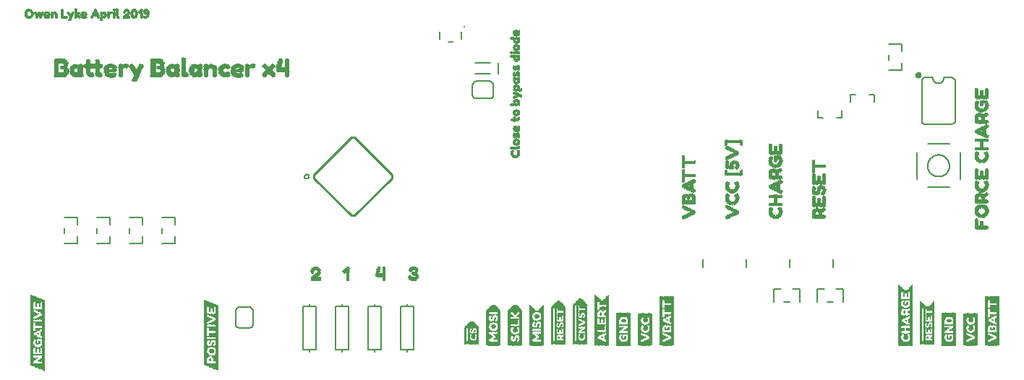
<source format=gto>
G75*
%MOIN*%
%OFA0B0*%
%FSLAX25Y25*%
%IPPOS*%
%LPD*%
%AMOC8*
5,1,8,0,0,1.08239X$1,22.5*
%
%ADD10C,0.00800*%
%ADD11C,0.00010*%
%ADD12C,0.01000*%
%ADD13C,0.01000*%
%ADD14R,0.00157X0.18268*%
%ADD15R,0.00157X0.18425*%
%ADD16R,0.00157X0.18740*%
%ADD17R,0.00157X0.18898*%
%ADD18R,0.00157X0.01732*%
%ADD19R,0.00157X0.01575*%
%ADD20R,0.00157X0.01417*%
%ADD21R,0.00157X0.01890*%
%ADD22R,0.00157X0.02362*%
%ADD23R,0.00157X0.20000*%
%ADD24R,0.00157X0.20157*%
%ADD25R,0.00157X0.20315*%
%ADD26R,0.00157X0.13071*%
%ADD27R,0.00157X0.07087*%
%ADD28R,0.00157X0.02677*%
%ADD29R,0.00157X0.00945*%
%ADD30R,0.00157X0.00472*%
%ADD31R,0.00157X0.02047*%
%ADD32R,0.00157X0.00787*%
%ADD33R,0.00157X0.02835*%
%ADD34R,0.00157X0.01260*%
%ADD35R,0.00157X0.00157*%
%ADD36R,0.00157X0.00315*%
%ADD37R,0.00157X0.02205*%
%ADD38R,0.00157X0.01102*%
%ADD39R,0.00157X0.02992*%
%ADD40R,0.00157X0.03150*%
%ADD41R,0.00157X0.04409*%
%ADD42R,0.00157X0.00630*%
%ADD43R,0.00157X0.04252*%
%ADD44R,0.00157X0.04094*%
%ADD45R,0.00157X0.03937*%
%ADD46R,0.00157X0.03780*%
%ADD47R,0.00157X0.03622*%
%ADD48R,0.00157X0.03465*%
%ADD49R,0.00157X0.03307*%
%ADD50R,0.00157X0.02520*%
%ADD51R,0.00157X0.19055*%
%ADD52R,0.00157X0.07874*%
%ADD53R,0.00157X0.08031*%
%ADD54R,0.00157X0.08346*%
%ADD55R,0.00157X0.08504*%
%ADD56R,0.00157X0.09606*%
%ADD57R,0.00157X0.09764*%
%ADD58R,0.00157X0.09921*%
%ADD59R,0.00157X0.05827*%
%ADD60R,0.00157X0.04724*%
%ADD61R,0.00157X0.04567*%
%ADD62R,0.00157X0.08661*%
%ADD63R,0.00157X0.17323*%
%ADD64R,0.00157X0.17480*%
%ADD65R,0.00157X0.17795*%
%ADD66R,0.00157X0.17953*%
%ADD67R,0.00157X0.19213*%
%ADD68R,0.00157X0.19370*%
%ADD69R,0.00157X0.08819*%
%ADD70R,0.00157X0.10394*%
%ADD71R,0.00157X0.18110*%
%ADD72R,0.00157X0.19843*%
%ADD73R,0.00157X0.19685*%
%ADD74R,0.00157X0.19528*%
%ADD75R,0.00157X0.23465*%
%ADD76R,0.00157X0.23307*%
%ADD77R,0.00157X0.23150*%
%ADD78R,0.00157X0.22992*%
%ADD79R,0.00157X0.22835*%
%ADD80R,0.00157X0.22677*%
%ADD81R,0.00157X0.22520*%
%ADD82R,0.00157X0.15276*%
%ADD83R,0.00157X0.28189*%
%ADD84R,0.00157X0.28031*%
%ADD85R,0.00157X0.27874*%
%ADD86R,0.00157X0.27717*%
%ADD87R,0.00157X0.27559*%
%ADD88R,0.00157X0.27402*%
%ADD89R,0.00157X0.27244*%
%ADD90R,0.00157X0.18583*%
%ADD91R,0.00157X0.16063*%
%ADD92R,0.00157X0.16220*%
%ADD93R,0.00157X0.16535*%
%ADD94R,0.00157X0.16693*%
%ADD95R,0.00157X0.16850*%
%ADD96R,0.00157X0.17008*%
%ADD97R,0.00157X0.17165*%
%ADD98R,0.00157X0.14961*%
%ADD99R,0.00157X0.32598*%
%ADD100R,0.00157X0.32756*%
%ADD101R,0.00157X0.30079*%
%ADD102R,0.00157X0.30236*%
%ADD103R,0.00236X0.00236*%
%ADD104R,0.00236X0.02126*%
%ADD105R,0.00236X0.01181*%
%ADD106R,0.00236X0.00945*%
%ADD107R,0.00236X0.03071*%
%ADD108R,0.00236X0.02362*%
%ADD109R,0.00236X0.04488*%
%ADD110R,0.00236X0.03307*%
%ADD111R,0.00236X0.01654*%
%ADD112R,0.00236X0.01417*%
%ADD113R,0.00236X0.03780*%
%ADD114R,0.00236X0.04961*%
%ADD115R,0.00236X0.04252*%
%ADD116R,0.00236X0.04016*%
%ADD117R,0.00236X0.01890*%
%ADD118R,0.00236X0.05197*%
%ADD119R,0.00236X0.04724*%
%ADD120R,0.00236X0.02598*%
%ADD121R,0.00236X0.02835*%
%ADD122R,0.00236X0.00709*%
%ADD123R,0.00236X0.00472*%
%ADD124R,0.00236X0.05433*%
%ADD125R,0.00236X0.03543*%
%ADD126R,0.00236X0.05669*%
%ADD127R,0.00236X0.05906*%
%ADD128R,0.00236X0.06142*%
%ADD129R,0.00236X0.11339*%
%ADD130R,0.01181X0.00236*%
%ADD131R,0.01654X0.00236*%
%ADD132R,0.01890X0.00236*%
%ADD133R,0.02126X0.00236*%
%ADD134R,0.02362X0.00236*%
%ADD135R,0.02598X0.00236*%
%ADD136R,0.02835X0.00236*%
%ADD137R,0.03071X0.00236*%
%ADD138R,0.03307X0.00236*%
%ADD139R,0.00472X0.00236*%
%ADD140R,0.01417X0.00236*%
%ADD141R,0.03780X0.00236*%
%ADD142R,0.04016X0.00236*%
%ADD143R,0.04252X0.00236*%
%ADD144R,0.04488X0.00236*%
%ADD145R,0.04961X0.00236*%
%ADD146R,0.04724X0.00236*%
%ADD147R,0.03543X0.00236*%
%ADD148R,0.00945X0.00236*%
%ADD149R,0.00709X0.00236*%
%ADD150R,0.00945X0.00157*%
%ADD151R,0.01417X0.00157*%
%ADD152R,0.00787X0.00157*%
%ADD153R,0.01102X0.00157*%
%ADD154R,0.00630X0.00157*%
%ADD155R,0.01260X0.00157*%
%ADD156R,0.02047X0.00157*%
%ADD157R,0.01890X0.00157*%
%ADD158R,0.02520X0.00157*%
%ADD159R,0.02205X0.00157*%
%ADD160R,0.02992X0.00157*%
%ADD161R,0.02362X0.00157*%
%ADD162R,0.03307X0.00157*%
%ADD163R,0.02677X0.00157*%
%ADD164R,0.01575X0.00157*%
%ADD165R,0.03465X0.00157*%
%ADD166R,0.02835X0.00157*%
%ADD167R,0.01732X0.00157*%
%ADD168R,0.03622X0.00157*%
%ADD169R,0.00472X0.00157*%
%ADD170R,0.00315X0.00157*%
%ADD171R,0.04094X0.00157*%
%ADD172R,0.03150X0.00157*%
%ADD173R,0.03780X0.00157*%
%ADD174R,0.03937X0.00157*%
%ADD175R,0.00315X0.00315*%
%ADD176R,0.01890X0.00315*%
%ADD177R,0.04724X0.00315*%
%ADD178R,0.02205X0.00315*%
%ADD179R,0.01575X0.00315*%
%ADD180R,0.05354X0.00315*%
%ADD181R,0.05669X0.00315*%
%ADD182R,0.05984X0.00315*%
%ADD183R,0.06299X0.00315*%
%ADD184R,0.02520X0.00315*%
%ADD185R,0.06614X0.00315*%
%ADD186R,0.00945X0.00315*%
%ADD187R,0.07559X0.00315*%
%ADD188R,0.01260X0.00315*%
%ADD189R,0.00630X0.00315*%
%ADD190R,0.08819X0.00315*%
%ADD191R,0.03465X0.00315*%
%ADD192R,0.04409X0.00315*%
%ADD193R,0.03150X0.00315*%
%ADD194R,0.05039X0.00315*%
%ADD195R,0.04094X0.00315*%
%ADD196R,0.02835X0.00315*%
%ADD197R,0.03780X0.00315*%
%ADD198R,0.06929X0.00315*%
D10*
X0420440Y0072322D02*
X0426339Y0072322D01*
X0426339Y0075684D01*
X0420333Y0077083D02*
X0420333Y0079583D01*
X0426339Y0080983D02*
X0426339Y0084345D01*
X0420440Y0084345D01*
X0435440Y0084345D02*
X0441339Y0084345D01*
X0441339Y0080983D01*
X0435333Y0079583D02*
X0435333Y0077083D01*
X0441339Y0075684D02*
X0441339Y0072322D01*
X0435440Y0072322D01*
X0450440Y0072322D02*
X0456339Y0072322D01*
X0456339Y0075684D01*
X0450333Y0077083D02*
X0450333Y0079583D01*
X0456339Y0080983D02*
X0456339Y0084345D01*
X0450440Y0084345D01*
X0465440Y0084345D02*
X0471339Y0084345D01*
X0471339Y0080983D01*
X0465333Y0079583D02*
X0465333Y0077083D01*
X0471339Y0075684D02*
X0471339Y0072322D01*
X0465440Y0072322D01*
X0501133Y0043133D02*
X0505533Y0043133D01*
X0505616Y0043131D01*
X0505699Y0043125D01*
X0505782Y0043116D01*
X0505864Y0043102D01*
X0505945Y0043085D01*
X0506026Y0043064D01*
X0506105Y0043040D01*
X0506183Y0043011D01*
X0506260Y0042980D01*
X0506335Y0042944D01*
X0506409Y0042906D01*
X0506481Y0042863D01*
X0506550Y0042818D01*
X0506618Y0042769D01*
X0506683Y0042718D01*
X0506746Y0042663D01*
X0506806Y0042606D01*
X0506863Y0042546D01*
X0506918Y0042483D01*
X0506969Y0042418D01*
X0507018Y0042350D01*
X0507063Y0042281D01*
X0507106Y0042209D01*
X0507144Y0042135D01*
X0507180Y0042060D01*
X0507211Y0041983D01*
X0507240Y0041905D01*
X0507264Y0041826D01*
X0507285Y0041745D01*
X0507302Y0041664D01*
X0507316Y0041582D01*
X0507325Y0041499D01*
X0507331Y0041416D01*
X0507333Y0041333D01*
X0507333Y0035333D01*
X0507331Y0035250D01*
X0507325Y0035167D01*
X0507316Y0035084D01*
X0507302Y0035002D01*
X0507285Y0034921D01*
X0507264Y0034840D01*
X0507240Y0034761D01*
X0507211Y0034683D01*
X0507180Y0034606D01*
X0507144Y0034531D01*
X0507106Y0034457D01*
X0507063Y0034385D01*
X0507018Y0034316D01*
X0506969Y0034248D01*
X0506918Y0034183D01*
X0506863Y0034120D01*
X0506806Y0034060D01*
X0506746Y0034003D01*
X0506683Y0033948D01*
X0506618Y0033897D01*
X0506550Y0033848D01*
X0506481Y0033803D01*
X0506409Y0033760D01*
X0506335Y0033722D01*
X0506260Y0033686D01*
X0506183Y0033655D01*
X0506105Y0033626D01*
X0506026Y0033602D01*
X0505945Y0033581D01*
X0505864Y0033564D01*
X0505782Y0033550D01*
X0505699Y0033541D01*
X0505616Y0033535D01*
X0505533Y0033533D01*
X0501133Y0033533D01*
X0501050Y0033535D01*
X0500967Y0033541D01*
X0500884Y0033550D01*
X0500802Y0033564D01*
X0500721Y0033581D01*
X0500640Y0033602D01*
X0500561Y0033626D01*
X0500483Y0033655D01*
X0500406Y0033686D01*
X0500331Y0033722D01*
X0500257Y0033760D01*
X0500185Y0033803D01*
X0500116Y0033848D01*
X0500048Y0033897D01*
X0499983Y0033948D01*
X0499920Y0034003D01*
X0499860Y0034060D01*
X0499803Y0034120D01*
X0499748Y0034183D01*
X0499697Y0034248D01*
X0499648Y0034316D01*
X0499603Y0034385D01*
X0499560Y0034457D01*
X0499522Y0034531D01*
X0499486Y0034606D01*
X0499455Y0034683D01*
X0499426Y0034761D01*
X0499402Y0034840D01*
X0499381Y0034921D01*
X0499364Y0035002D01*
X0499350Y0035084D01*
X0499341Y0035167D01*
X0499335Y0035250D01*
X0499333Y0035333D01*
X0499333Y0041333D01*
X0499335Y0041416D01*
X0499341Y0041499D01*
X0499350Y0041582D01*
X0499364Y0041664D01*
X0499381Y0041745D01*
X0499402Y0041826D01*
X0499426Y0041905D01*
X0499455Y0041983D01*
X0499486Y0042060D01*
X0499522Y0042135D01*
X0499560Y0042209D01*
X0499603Y0042281D01*
X0499648Y0042350D01*
X0499697Y0042418D01*
X0499748Y0042483D01*
X0499803Y0042546D01*
X0499860Y0042606D01*
X0499920Y0042663D01*
X0499983Y0042718D01*
X0500048Y0042769D01*
X0500116Y0042818D01*
X0500185Y0042863D01*
X0500257Y0042906D01*
X0500331Y0042944D01*
X0500406Y0042980D01*
X0500483Y0043011D01*
X0500561Y0043040D01*
X0500640Y0043064D01*
X0500721Y0043085D01*
X0500802Y0043102D01*
X0500884Y0043116D01*
X0500967Y0043125D01*
X0501050Y0043131D01*
X0501133Y0043133D01*
X0530333Y0043333D02*
X0533333Y0043333D01*
X0533333Y0044333D01*
X0533333Y0043333D02*
X0536333Y0043333D01*
X0536333Y0023333D01*
X0533333Y0023333D01*
X0533333Y0022333D01*
X0533333Y0023333D02*
X0530333Y0023333D01*
X0530333Y0043333D01*
X0545333Y0043333D02*
X0548333Y0043333D01*
X0548333Y0044333D01*
X0548333Y0043333D02*
X0551333Y0043333D01*
X0551333Y0023333D01*
X0548333Y0023333D01*
X0548333Y0022333D01*
X0548333Y0023333D02*
X0545333Y0023333D01*
X0545333Y0043333D01*
X0560333Y0043333D02*
X0563333Y0043333D01*
X0563333Y0044333D01*
X0563333Y0043333D02*
X0566333Y0043333D01*
X0566333Y0023333D01*
X0563333Y0023333D01*
X0563333Y0022333D01*
X0563333Y0023333D02*
X0560333Y0023333D01*
X0560333Y0043333D01*
X0575333Y0043333D02*
X0578333Y0043333D01*
X0578333Y0044333D01*
X0578333Y0043333D02*
X0581333Y0043333D01*
X0581333Y0023333D01*
X0578333Y0023333D01*
X0578333Y0022333D01*
X0578333Y0023333D02*
X0575333Y0023333D01*
X0575333Y0043333D01*
X0714583Y0061458D02*
X0714583Y0065208D01*
X0734583Y0065208D02*
X0734583Y0061458D01*
X0754583Y0061458D02*
X0754583Y0065208D01*
X0774583Y0065208D02*
X0774583Y0061458D01*
X0775983Y0051339D02*
X0779345Y0051339D01*
X0779345Y0045440D01*
X0774583Y0045333D02*
X0772083Y0045333D01*
X0767322Y0045440D02*
X0767322Y0051339D01*
X0770684Y0051339D01*
X0759345Y0051339D02*
X0759345Y0045440D01*
X0754583Y0045333D02*
X0752083Y0045333D01*
X0747322Y0045440D02*
X0747322Y0051339D01*
X0750684Y0051339D01*
X0755983Y0051339D02*
X0759345Y0051339D01*
X0818333Y0098333D02*
X0828215Y0098333D01*
X0833333Y0102270D02*
X0833333Y0114396D01*
X0813333Y0114396D02*
X0813333Y0102270D01*
X0818333Y0108333D02*
X0818335Y0108474D01*
X0818341Y0108615D01*
X0818351Y0108755D01*
X0818365Y0108895D01*
X0818383Y0109035D01*
X0818404Y0109174D01*
X0818430Y0109313D01*
X0818459Y0109451D01*
X0818493Y0109587D01*
X0818530Y0109723D01*
X0818571Y0109858D01*
X0818616Y0109992D01*
X0818665Y0110124D01*
X0818717Y0110255D01*
X0818773Y0110384D01*
X0818833Y0110511D01*
X0818896Y0110637D01*
X0818962Y0110761D01*
X0819033Y0110884D01*
X0819106Y0111004D01*
X0819183Y0111122D01*
X0819263Y0111238D01*
X0819347Y0111351D01*
X0819433Y0111462D01*
X0819523Y0111571D01*
X0819616Y0111677D01*
X0819711Y0111780D01*
X0819810Y0111881D01*
X0819911Y0111979D01*
X0820015Y0112074D01*
X0820122Y0112166D01*
X0820231Y0112255D01*
X0820343Y0112340D01*
X0820457Y0112423D01*
X0820573Y0112503D01*
X0820692Y0112579D01*
X0820813Y0112651D01*
X0820935Y0112721D01*
X0821060Y0112786D01*
X0821186Y0112849D01*
X0821314Y0112907D01*
X0821444Y0112962D01*
X0821575Y0113014D01*
X0821708Y0113061D01*
X0821842Y0113105D01*
X0821977Y0113146D01*
X0822113Y0113182D01*
X0822250Y0113214D01*
X0822388Y0113243D01*
X0822526Y0113268D01*
X0822666Y0113288D01*
X0822806Y0113305D01*
X0822946Y0113318D01*
X0823087Y0113327D01*
X0823227Y0113332D01*
X0823368Y0113333D01*
X0823509Y0113330D01*
X0823650Y0113323D01*
X0823790Y0113312D01*
X0823930Y0113297D01*
X0824070Y0113278D01*
X0824209Y0113256D01*
X0824347Y0113229D01*
X0824485Y0113199D01*
X0824621Y0113164D01*
X0824757Y0113126D01*
X0824891Y0113084D01*
X0825025Y0113038D01*
X0825157Y0112989D01*
X0825287Y0112935D01*
X0825416Y0112878D01*
X0825543Y0112818D01*
X0825669Y0112754D01*
X0825792Y0112686D01*
X0825914Y0112615D01*
X0826034Y0112541D01*
X0826151Y0112463D01*
X0826266Y0112382D01*
X0826379Y0112298D01*
X0826490Y0112211D01*
X0826598Y0112120D01*
X0826703Y0112027D01*
X0826806Y0111930D01*
X0826906Y0111831D01*
X0827003Y0111729D01*
X0827097Y0111624D01*
X0827188Y0111517D01*
X0827276Y0111407D01*
X0827361Y0111295D01*
X0827443Y0111180D01*
X0827522Y0111063D01*
X0827597Y0110944D01*
X0827669Y0110823D01*
X0827737Y0110700D01*
X0827802Y0110575D01*
X0827864Y0110448D01*
X0827921Y0110319D01*
X0827976Y0110189D01*
X0828026Y0110058D01*
X0828073Y0109925D01*
X0828116Y0109791D01*
X0828155Y0109655D01*
X0828190Y0109519D01*
X0828222Y0109382D01*
X0828249Y0109244D01*
X0828273Y0109105D01*
X0828293Y0108965D01*
X0828309Y0108825D01*
X0828321Y0108685D01*
X0828329Y0108544D01*
X0828333Y0108403D01*
X0828333Y0108263D01*
X0828329Y0108122D01*
X0828321Y0107981D01*
X0828309Y0107841D01*
X0828293Y0107701D01*
X0828273Y0107561D01*
X0828249Y0107422D01*
X0828222Y0107284D01*
X0828190Y0107147D01*
X0828155Y0107011D01*
X0828116Y0106875D01*
X0828073Y0106741D01*
X0828026Y0106608D01*
X0827976Y0106477D01*
X0827921Y0106347D01*
X0827864Y0106218D01*
X0827802Y0106091D01*
X0827737Y0105966D01*
X0827669Y0105843D01*
X0827597Y0105722D01*
X0827522Y0105603D01*
X0827443Y0105486D01*
X0827361Y0105371D01*
X0827276Y0105259D01*
X0827188Y0105149D01*
X0827097Y0105042D01*
X0827003Y0104937D01*
X0826906Y0104835D01*
X0826806Y0104736D01*
X0826703Y0104639D01*
X0826598Y0104546D01*
X0826490Y0104455D01*
X0826379Y0104368D01*
X0826266Y0104284D01*
X0826151Y0104203D01*
X0826034Y0104125D01*
X0825914Y0104051D01*
X0825792Y0103980D01*
X0825669Y0103912D01*
X0825543Y0103848D01*
X0825416Y0103788D01*
X0825287Y0103731D01*
X0825157Y0103677D01*
X0825025Y0103628D01*
X0824891Y0103582D01*
X0824757Y0103540D01*
X0824621Y0103502D01*
X0824485Y0103467D01*
X0824347Y0103437D01*
X0824209Y0103410D01*
X0824070Y0103388D01*
X0823930Y0103369D01*
X0823790Y0103354D01*
X0823650Y0103343D01*
X0823509Y0103336D01*
X0823368Y0103333D01*
X0823227Y0103334D01*
X0823087Y0103339D01*
X0822946Y0103348D01*
X0822806Y0103361D01*
X0822666Y0103378D01*
X0822526Y0103398D01*
X0822388Y0103423D01*
X0822250Y0103452D01*
X0822113Y0103484D01*
X0821977Y0103520D01*
X0821842Y0103561D01*
X0821708Y0103605D01*
X0821575Y0103652D01*
X0821444Y0103704D01*
X0821314Y0103759D01*
X0821186Y0103817D01*
X0821060Y0103880D01*
X0820935Y0103945D01*
X0820813Y0104015D01*
X0820692Y0104087D01*
X0820573Y0104163D01*
X0820457Y0104243D01*
X0820343Y0104326D01*
X0820231Y0104411D01*
X0820122Y0104500D01*
X0820015Y0104592D01*
X0819911Y0104687D01*
X0819810Y0104785D01*
X0819711Y0104886D01*
X0819616Y0104989D01*
X0819523Y0105095D01*
X0819433Y0105204D01*
X0819347Y0105315D01*
X0819263Y0105428D01*
X0819183Y0105544D01*
X0819106Y0105662D01*
X0819033Y0105782D01*
X0818962Y0105905D01*
X0818896Y0106029D01*
X0818833Y0106155D01*
X0818773Y0106282D01*
X0818717Y0106411D01*
X0818665Y0106542D01*
X0818616Y0106674D01*
X0818571Y0106808D01*
X0818530Y0106943D01*
X0818493Y0107079D01*
X0818459Y0107215D01*
X0818430Y0107353D01*
X0818404Y0107492D01*
X0818383Y0107631D01*
X0818365Y0107771D01*
X0818351Y0107911D01*
X0818341Y0108051D01*
X0818335Y0108192D01*
X0818333Y0108333D01*
X0818451Y0118333D02*
X0828215Y0118333D01*
X0829496Y0127633D02*
X0817171Y0127633D01*
X0817100Y0127624D01*
X0817029Y0127619D01*
X0816957Y0127618D01*
X0816886Y0127621D01*
X0816815Y0127628D01*
X0816744Y0127638D01*
X0816675Y0127652D01*
X0816605Y0127671D01*
X0816537Y0127692D01*
X0816471Y0127718D01*
X0816406Y0127747D01*
X0816342Y0127779D01*
X0816280Y0127815D01*
X0816221Y0127854D01*
X0816163Y0127897D01*
X0816108Y0127942D01*
X0816056Y0127991D01*
X0816006Y0128042D01*
X0815959Y0128095D01*
X0815915Y0128152D01*
X0815874Y0128210D01*
X0815836Y0128271D01*
X0815802Y0128333D01*
X0815771Y0128398D01*
X0815744Y0128464D01*
X0815720Y0128531D01*
X0815700Y0128599D01*
X0815683Y0128669D01*
X0815671Y0128739D01*
X0815671Y0128740D02*
X0815671Y0147533D01*
X0815671Y0147534D02*
X0815662Y0147604D01*
X0815657Y0147676D01*
X0815656Y0147747D01*
X0815659Y0147818D01*
X0815666Y0147889D01*
X0815676Y0147960D01*
X0815690Y0148030D01*
X0815708Y0148099D01*
X0815730Y0148167D01*
X0815756Y0148234D01*
X0815785Y0148299D01*
X0815817Y0148362D01*
X0815853Y0148424D01*
X0815892Y0148484D01*
X0815935Y0148541D01*
X0815980Y0148596D01*
X0816028Y0148649D01*
X0816080Y0148699D01*
X0816133Y0148746D01*
X0816189Y0148790D01*
X0816248Y0148830D01*
X0816309Y0148868D01*
X0816371Y0148902D01*
X0816435Y0148933D01*
X0816501Y0148961D01*
X0816569Y0148984D01*
X0816637Y0149004D01*
X0816707Y0149021D01*
X0816777Y0149033D01*
X0820733Y0149033D01*
X0820733Y0148833D02*
X0820735Y0148735D01*
X0820741Y0148637D01*
X0820750Y0148539D01*
X0820764Y0148442D01*
X0820781Y0148345D01*
X0820802Y0148249D01*
X0820827Y0148154D01*
X0820855Y0148060D01*
X0820888Y0147968D01*
X0820923Y0147876D01*
X0820963Y0147786D01*
X0821005Y0147698D01*
X0821052Y0147611D01*
X0821101Y0147527D01*
X0821154Y0147444D01*
X0821210Y0147364D01*
X0821270Y0147285D01*
X0821332Y0147209D01*
X0821397Y0147136D01*
X0821465Y0147065D01*
X0821536Y0146997D01*
X0821609Y0146932D01*
X0821685Y0146870D01*
X0821764Y0146810D01*
X0821844Y0146754D01*
X0821927Y0146701D01*
X0822011Y0146652D01*
X0822098Y0146605D01*
X0822186Y0146563D01*
X0822276Y0146523D01*
X0822368Y0146488D01*
X0822460Y0146455D01*
X0822554Y0146427D01*
X0822649Y0146402D01*
X0822745Y0146381D01*
X0822842Y0146364D01*
X0822939Y0146350D01*
X0823037Y0146341D01*
X0823135Y0146335D01*
X0823233Y0146333D01*
X0823331Y0146335D01*
X0823429Y0146341D01*
X0823527Y0146350D01*
X0823624Y0146364D01*
X0823721Y0146381D01*
X0823817Y0146402D01*
X0823912Y0146427D01*
X0824006Y0146455D01*
X0824098Y0146488D01*
X0824190Y0146523D01*
X0824280Y0146563D01*
X0824368Y0146605D01*
X0824455Y0146652D01*
X0824539Y0146701D01*
X0824622Y0146754D01*
X0824702Y0146810D01*
X0824781Y0146870D01*
X0824857Y0146932D01*
X0824930Y0146997D01*
X0825001Y0147065D01*
X0825069Y0147136D01*
X0825134Y0147209D01*
X0825196Y0147285D01*
X0825256Y0147364D01*
X0825312Y0147444D01*
X0825365Y0147527D01*
X0825414Y0147611D01*
X0825461Y0147698D01*
X0825503Y0147786D01*
X0825543Y0147876D01*
X0825578Y0147968D01*
X0825611Y0148060D01*
X0825639Y0148154D01*
X0825664Y0148249D01*
X0825685Y0148345D01*
X0825702Y0148442D01*
X0825716Y0148539D01*
X0825725Y0148637D01*
X0825731Y0148735D01*
X0825733Y0148833D01*
X0825733Y0149033D02*
X0829052Y0149033D01*
X0829102Y0149034D02*
X0829183Y0149041D01*
X0829264Y0149045D01*
X0829345Y0149044D01*
X0829427Y0149040D01*
X0829507Y0149032D01*
X0829588Y0149020D01*
X0829668Y0149005D01*
X0829747Y0148985D01*
X0829825Y0148962D01*
X0829901Y0148935D01*
X0829977Y0148905D01*
X0830051Y0148871D01*
X0830123Y0148833D01*
X0830193Y0148792D01*
X0830261Y0148748D01*
X0830327Y0148701D01*
X0830391Y0148650D01*
X0830452Y0148597D01*
X0830511Y0148540D01*
X0830567Y0148481D01*
X0830620Y0148420D01*
X0830670Y0148356D01*
X0830717Y0148289D01*
X0830761Y0148221D01*
X0830801Y0148150D01*
X0830838Y0148078D01*
X0830872Y0148004D01*
X0830901Y0147928D01*
X0830928Y0147851D01*
X0830950Y0147773D01*
X0830969Y0147694D01*
X0830984Y0147614D01*
X0830996Y0147533D01*
X0830996Y0129133D01*
X0830994Y0129057D01*
X0830988Y0128982D01*
X0830979Y0128906D01*
X0830965Y0128831D01*
X0830948Y0128757D01*
X0830927Y0128684D01*
X0830903Y0128612D01*
X0830875Y0128542D01*
X0830843Y0128473D01*
X0830808Y0128405D01*
X0830769Y0128340D01*
X0830727Y0128276D01*
X0830682Y0128215D01*
X0830634Y0128156D01*
X0830583Y0128100D01*
X0830529Y0128046D01*
X0830473Y0127995D01*
X0830414Y0127947D01*
X0830353Y0127902D01*
X0830289Y0127860D01*
X0830224Y0127821D01*
X0830156Y0127786D01*
X0830087Y0127754D01*
X0830017Y0127726D01*
X0829945Y0127702D01*
X0829872Y0127681D01*
X0829798Y0127664D01*
X0829723Y0127650D01*
X0829647Y0127641D01*
X0829572Y0127635D01*
X0829496Y0127633D01*
X0793845Y0137940D02*
X0793845Y0141089D01*
X0791483Y0141089D01*
X0785184Y0141089D02*
X0782822Y0141089D01*
X0782822Y0137940D01*
X0778845Y0133727D02*
X0778845Y0130577D01*
X0776483Y0130577D01*
X0770184Y0130577D02*
X0767822Y0130577D01*
X0767822Y0133727D01*
X0800440Y0152322D02*
X0806339Y0152322D01*
X0806339Y0155684D01*
X0800333Y0157083D02*
X0800333Y0159583D01*
X0806339Y0160983D02*
X0806339Y0164345D01*
X0800440Y0164345D01*
X0620302Y0155794D02*
X0620302Y0150873D01*
X0616877Y0150873D02*
X0609790Y0150873D01*
X0610333Y0147333D02*
X0616333Y0147333D01*
X0616416Y0147331D01*
X0616499Y0147325D01*
X0616582Y0147316D01*
X0616664Y0147302D01*
X0616745Y0147285D01*
X0616826Y0147264D01*
X0616905Y0147240D01*
X0616983Y0147211D01*
X0617060Y0147180D01*
X0617135Y0147144D01*
X0617209Y0147106D01*
X0617281Y0147063D01*
X0617350Y0147018D01*
X0617418Y0146969D01*
X0617483Y0146918D01*
X0617546Y0146863D01*
X0617606Y0146806D01*
X0617663Y0146746D01*
X0617718Y0146683D01*
X0617769Y0146618D01*
X0617818Y0146550D01*
X0617863Y0146481D01*
X0617906Y0146409D01*
X0617944Y0146335D01*
X0617980Y0146260D01*
X0618011Y0146183D01*
X0618040Y0146105D01*
X0618064Y0146026D01*
X0618085Y0145945D01*
X0618102Y0145864D01*
X0618116Y0145782D01*
X0618125Y0145699D01*
X0618131Y0145616D01*
X0618133Y0145533D01*
X0618133Y0141133D01*
X0618131Y0141050D01*
X0618125Y0140967D01*
X0618116Y0140884D01*
X0618102Y0140802D01*
X0618085Y0140721D01*
X0618064Y0140640D01*
X0618040Y0140561D01*
X0618011Y0140483D01*
X0617980Y0140406D01*
X0617944Y0140331D01*
X0617906Y0140257D01*
X0617863Y0140185D01*
X0617818Y0140116D01*
X0617769Y0140048D01*
X0617718Y0139983D01*
X0617663Y0139920D01*
X0617606Y0139860D01*
X0617546Y0139803D01*
X0617483Y0139748D01*
X0617418Y0139697D01*
X0617350Y0139648D01*
X0617281Y0139603D01*
X0617209Y0139560D01*
X0617135Y0139522D01*
X0617060Y0139486D01*
X0616983Y0139455D01*
X0616905Y0139426D01*
X0616826Y0139402D01*
X0616745Y0139381D01*
X0616664Y0139364D01*
X0616582Y0139350D01*
X0616499Y0139341D01*
X0616416Y0139335D01*
X0616333Y0139333D01*
X0610333Y0139333D01*
X0610250Y0139335D01*
X0610167Y0139341D01*
X0610084Y0139350D01*
X0610002Y0139364D01*
X0609921Y0139381D01*
X0609840Y0139402D01*
X0609761Y0139426D01*
X0609683Y0139455D01*
X0609606Y0139486D01*
X0609531Y0139522D01*
X0609457Y0139560D01*
X0609385Y0139603D01*
X0609316Y0139648D01*
X0609248Y0139697D01*
X0609183Y0139748D01*
X0609120Y0139803D01*
X0609060Y0139860D01*
X0609003Y0139920D01*
X0608948Y0139983D01*
X0608897Y0140048D01*
X0608848Y0140116D01*
X0608803Y0140185D01*
X0608760Y0140257D01*
X0608722Y0140331D01*
X0608686Y0140406D01*
X0608655Y0140483D01*
X0608626Y0140561D01*
X0608602Y0140640D01*
X0608581Y0140721D01*
X0608564Y0140802D01*
X0608550Y0140884D01*
X0608541Y0140967D01*
X0608535Y0141050D01*
X0608533Y0141133D01*
X0608533Y0145533D01*
X0608535Y0145616D01*
X0608541Y0145699D01*
X0608550Y0145782D01*
X0608564Y0145864D01*
X0608581Y0145945D01*
X0608602Y0146026D01*
X0608626Y0146105D01*
X0608655Y0146183D01*
X0608686Y0146260D01*
X0608722Y0146335D01*
X0608760Y0146409D01*
X0608803Y0146481D01*
X0608848Y0146550D01*
X0608897Y0146618D01*
X0608948Y0146683D01*
X0609003Y0146746D01*
X0609060Y0146806D01*
X0609120Y0146863D01*
X0609183Y0146918D01*
X0609248Y0146969D01*
X0609316Y0147018D01*
X0609385Y0147063D01*
X0609457Y0147106D01*
X0609531Y0147144D01*
X0609606Y0147180D01*
X0609683Y0147211D01*
X0609761Y0147240D01*
X0609840Y0147264D01*
X0609921Y0147285D01*
X0610002Y0147302D01*
X0610084Y0147316D01*
X0610167Y0147325D01*
X0610250Y0147331D01*
X0610333Y0147333D01*
X0609790Y0155794D02*
X0616877Y0155794D01*
X0599390Y0165543D02*
X0597277Y0165543D01*
X0593333Y0166643D02*
X0593333Y0170024D01*
X0603333Y0170024D02*
X0603333Y0166643D01*
X0531120Y0103333D02*
X0531122Y0103396D01*
X0531128Y0103458D01*
X0531138Y0103520D01*
X0531151Y0103582D01*
X0531169Y0103642D01*
X0531190Y0103701D01*
X0531215Y0103759D01*
X0531244Y0103815D01*
X0531276Y0103869D01*
X0531311Y0103921D01*
X0531349Y0103970D01*
X0531391Y0104018D01*
X0531435Y0104062D01*
X0531483Y0104104D01*
X0531532Y0104142D01*
X0531584Y0104177D01*
X0531638Y0104209D01*
X0531694Y0104238D01*
X0531752Y0104263D01*
X0531811Y0104284D01*
X0531871Y0104302D01*
X0531933Y0104315D01*
X0531995Y0104325D01*
X0532057Y0104331D01*
X0532120Y0104333D01*
X0532183Y0104331D01*
X0532245Y0104325D01*
X0532307Y0104315D01*
X0532369Y0104302D01*
X0532429Y0104284D01*
X0532488Y0104263D01*
X0532546Y0104238D01*
X0532602Y0104209D01*
X0532656Y0104177D01*
X0532708Y0104142D01*
X0532757Y0104104D01*
X0532805Y0104062D01*
X0532849Y0104018D01*
X0532891Y0103970D01*
X0532929Y0103921D01*
X0532964Y0103869D01*
X0532996Y0103815D01*
X0533025Y0103759D01*
X0533050Y0103701D01*
X0533071Y0103642D01*
X0533089Y0103582D01*
X0533102Y0103520D01*
X0533112Y0103458D01*
X0533118Y0103396D01*
X0533120Y0103333D01*
X0533118Y0103270D01*
X0533112Y0103208D01*
X0533102Y0103146D01*
X0533089Y0103084D01*
X0533071Y0103024D01*
X0533050Y0102965D01*
X0533025Y0102907D01*
X0532996Y0102851D01*
X0532964Y0102797D01*
X0532929Y0102745D01*
X0532891Y0102696D01*
X0532849Y0102648D01*
X0532805Y0102604D01*
X0532757Y0102562D01*
X0532708Y0102524D01*
X0532656Y0102489D01*
X0532602Y0102457D01*
X0532546Y0102428D01*
X0532488Y0102403D01*
X0532429Y0102382D01*
X0532369Y0102364D01*
X0532307Y0102351D01*
X0532245Y0102341D01*
X0532183Y0102335D01*
X0532120Y0102333D01*
X0532057Y0102335D01*
X0531995Y0102341D01*
X0531933Y0102351D01*
X0531871Y0102364D01*
X0531811Y0102382D01*
X0531752Y0102403D01*
X0531694Y0102428D01*
X0531638Y0102457D01*
X0531584Y0102489D01*
X0531532Y0102524D01*
X0531483Y0102562D01*
X0531435Y0102604D01*
X0531391Y0102648D01*
X0531349Y0102696D01*
X0531311Y0102745D01*
X0531276Y0102797D01*
X0531244Y0102851D01*
X0531215Y0102907D01*
X0531190Y0102965D01*
X0531169Y0103024D01*
X0531151Y0103084D01*
X0531138Y0103146D01*
X0531128Y0103208D01*
X0531122Y0103270D01*
X0531120Y0103333D01*
D11*
X0812740Y0149930D02*
X0812832Y0149666D01*
X0812981Y0149429D01*
X0813179Y0149231D01*
X0813416Y0149082D01*
X0813680Y0148990D01*
X0813958Y0148958D01*
X0814236Y0148990D01*
X0814501Y0149082D01*
X0814738Y0149231D01*
X0814936Y0149429D01*
X0815085Y0149666D01*
X0815177Y0149930D01*
X0815208Y0150208D01*
X0815177Y0150486D01*
X0815085Y0150751D01*
X0814936Y0150988D01*
X0814738Y0151186D01*
X0814501Y0151335D01*
X0814236Y0151427D01*
X0813958Y0151458D01*
X0813680Y0151427D01*
X0813416Y0151335D01*
X0813179Y0151186D01*
X0812981Y0150988D01*
X0812832Y0150751D01*
X0812740Y0150486D01*
X0812708Y0150208D01*
X0812740Y0149930D01*
X0812741Y0149926D02*
X0815176Y0149926D01*
X0815177Y0149935D02*
X0812739Y0149935D01*
X0812738Y0149943D02*
X0815178Y0149943D01*
X0815179Y0149952D02*
X0812737Y0149952D01*
X0812736Y0149960D02*
X0815180Y0149960D01*
X0815181Y0149969D02*
X0812735Y0149969D01*
X0812734Y0149977D02*
X0815182Y0149977D01*
X0815183Y0149986D02*
X0812733Y0149986D01*
X0812732Y0149994D02*
X0815184Y0149994D01*
X0815185Y0150003D02*
X0812731Y0150003D01*
X0812731Y0150011D02*
X0815186Y0150011D01*
X0815187Y0150020D02*
X0812730Y0150020D01*
X0812729Y0150028D02*
X0815188Y0150028D01*
X0815189Y0150037D02*
X0812728Y0150037D01*
X0812727Y0150045D02*
X0815190Y0150045D01*
X0815191Y0150054D02*
X0812726Y0150054D01*
X0812725Y0150062D02*
X0815192Y0150062D01*
X0815193Y0150071D02*
X0812724Y0150071D01*
X0812723Y0150079D02*
X0815194Y0150079D01*
X0815195Y0150088D02*
X0812722Y0150088D01*
X0812721Y0150096D02*
X0815196Y0150096D01*
X0815197Y0150105D02*
X0812720Y0150105D01*
X0812719Y0150113D02*
X0815198Y0150113D01*
X0815199Y0150122D02*
X0812718Y0150122D01*
X0812717Y0150130D02*
X0815200Y0150130D01*
X0815200Y0150139D02*
X0812716Y0150139D01*
X0812715Y0150147D02*
X0815201Y0150147D01*
X0815202Y0150156D02*
X0812714Y0150156D01*
X0812713Y0150164D02*
X0815203Y0150164D01*
X0815204Y0150173D02*
X0812712Y0150173D01*
X0812711Y0150181D02*
X0815205Y0150181D01*
X0815206Y0150190D02*
X0812710Y0150190D01*
X0812709Y0150198D02*
X0815207Y0150198D01*
X0815208Y0150207D02*
X0812708Y0150207D01*
X0812709Y0150215D02*
X0815208Y0150215D01*
X0815207Y0150224D02*
X0812710Y0150224D01*
X0812711Y0150232D02*
X0815206Y0150232D01*
X0815205Y0150241D02*
X0812712Y0150241D01*
X0812713Y0150250D02*
X0815204Y0150250D01*
X0815203Y0150258D02*
X0812714Y0150258D01*
X0812715Y0150267D02*
X0815202Y0150267D01*
X0815201Y0150275D02*
X0812716Y0150275D01*
X0812717Y0150284D02*
X0815200Y0150284D01*
X0815199Y0150292D02*
X0812718Y0150292D01*
X0812719Y0150301D02*
X0815198Y0150301D01*
X0815197Y0150309D02*
X0812720Y0150309D01*
X0812721Y0150318D02*
X0815196Y0150318D01*
X0815195Y0150326D02*
X0812722Y0150326D01*
X0812723Y0150335D02*
X0815194Y0150335D01*
X0815193Y0150343D02*
X0812724Y0150343D01*
X0812724Y0150352D02*
X0815192Y0150352D01*
X0815191Y0150360D02*
X0812725Y0150360D01*
X0812726Y0150369D02*
X0815190Y0150369D01*
X0815189Y0150377D02*
X0812727Y0150377D01*
X0812728Y0150386D02*
X0815188Y0150386D01*
X0815187Y0150394D02*
X0812729Y0150394D01*
X0812730Y0150403D02*
X0815186Y0150403D01*
X0815185Y0150411D02*
X0812731Y0150411D01*
X0812732Y0150420D02*
X0815185Y0150420D01*
X0815184Y0150428D02*
X0812733Y0150428D01*
X0812734Y0150437D02*
X0815183Y0150437D01*
X0815182Y0150445D02*
X0812735Y0150445D01*
X0812736Y0150454D02*
X0815181Y0150454D01*
X0815180Y0150462D02*
X0812737Y0150462D01*
X0812738Y0150471D02*
X0815179Y0150471D01*
X0815178Y0150479D02*
X0812739Y0150479D01*
X0812740Y0150488D02*
X0815177Y0150488D01*
X0815174Y0150496D02*
X0812743Y0150496D01*
X0812746Y0150505D02*
X0815171Y0150505D01*
X0815168Y0150513D02*
X0812749Y0150513D01*
X0812752Y0150522D02*
X0815165Y0150522D01*
X0815162Y0150530D02*
X0812755Y0150530D01*
X0812758Y0150539D02*
X0815159Y0150539D01*
X0815156Y0150548D02*
X0812761Y0150548D01*
X0812764Y0150556D02*
X0815153Y0150556D01*
X0815150Y0150565D02*
X0812767Y0150565D01*
X0812770Y0150573D02*
X0815147Y0150573D01*
X0815144Y0150582D02*
X0812773Y0150582D01*
X0812776Y0150590D02*
X0815141Y0150590D01*
X0815138Y0150599D02*
X0812779Y0150599D01*
X0812782Y0150607D02*
X0815135Y0150607D01*
X0815132Y0150616D02*
X0812785Y0150616D01*
X0812788Y0150624D02*
X0815129Y0150624D01*
X0815126Y0150633D02*
X0812791Y0150633D01*
X0812794Y0150641D02*
X0815123Y0150641D01*
X0815120Y0150650D02*
X0812797Y0150650D01*
X0812800Y0150658D02*
X0815117Y0150658D01*
X0815114Y0150667D02*
X0812803Y0150667D01*
X0812806Y0150675D02*
X0815111Y0150675D01*
X0815108Y0150684D02*
X0812809Y0150684D01*
X0812812Y0150692D02*
X0815105Y0150692D01*
X0815102Y0150701D02*
X0812815Y0150701D01*
X0812818Y0150709D02*
X0815099Y0150709D01*
X0815096Y0150718D02*
X0812821Y0150718D01*
X0812824Y0150726D02*
X0815093Y0150726D01*
X0815090Y0150735D02*
X0812827Y0150735D01*
X0812830Y0150743D02*
X0815087Y0150743D01*
X0815084Y0150752D02*
X0812833Y0150752D01*
X0812838Y0150760D02*
X0815078Y0150760D01*
X0815073Y0150769D02*
X0812844Y0150769D01*
X0812849Y0150777D02*
X0815068Y0150777D01*
X0815062Y0150786D02*
X0812854Y0150786D01*
X0812860Y0150794D02*
X0815057Y0150794D01*
X0815052Y0150803D02*
X0812865Y0150803D01*
X0812870Y0150811D02*
X0815046Y0150811D01*
X0815041Y0150820D02*
X0812876Y0150820D01*
X0812881Y0150828D02*
X0815036Y0150828D01*
X0815030Y0150837D02*
X0812886Y0150837D01*
X0812892Y0150845D02*
X0815025Y0150845D01*
X0815020Y0150854D02*
X0812897Y0150854D01*
X0812902Y0150863D02*
X0815014Y0150863D01*
X0815009Y0150871D02*
X0812908Y0150871D01*
X0812913Y0150880D02*
X0815004Y0150880D01*
X0814998Y0150888D02*
X0812918Y0150888D01*
X0812924Y0150897D02*
X0814993Y0150897D01*
X0814988Y0150905D02*
X0812929Y0150905D01*
X0812934Y0150914D02*
X0814982Y0150914D01*
X0814977Y0150922D02*
X0812940Y0150922D01*
X0812945Y0150931D02*
X0814971Y0150931D01*
X0814966Y0150939D02*
X0812951Y0150939D01*
X0812956Y0150948D02*
X0814961Y0150948D01*
X0814955Y0150956D02*
X0812961Y0150956D01*
X0812967Y0150965D02*
X0814950Y0150965D01*
X0814945Y0150973D02*
X0812972Y0150973D01*
X0812977Y0150982D02*
X0814939Y0150982D01*
X0814933Y0150990D02*
X0812984Y0150990D01*
X0812992Y0150999D02*
X0814925Y0150999D01*
X0814916Y0151007D02*
X0813001Y0151007D01*
X0813009Y0151016D02*
X0814908Y0151016D01*
X0814899Y0151024D02*
X0813018Y0151024D01*
X0813026Y0151033D02*
X0814891Y0151033D01*
X0814882Y0151041D02*
X0813035Y0151041D01*
X0813043Y0151050D02*
X0814873Y0151050D01*
X0814865Y0151058D02*
X0813052Y0151058D01*
X0813060Y0151067D02*
X0814856Y0151067D01*
X0814848Y0151075D02*
X0813069Y0151075D01*
X0813077Y0151084D02*
X0814839Y0151084D01*
X0814831Y0151092D02*
X0813086Y0151092D01*
X0813094Y0151101D02*
X0814822Y0151101D01*
X0814814Y0151109D02*
X0813103Y0151109D01*
X0813111Y0151118D02*
X0814805Y0151118D01*
X0814797Y0151126D02*
X0813120Y0151126D01*
X0813128Y0151135D02*
X0814788Y0151135D01*
X0814780Y0151143D02*
X0813137Y0151143D01*
X0813145Y0151152D02*
X0814771Y0151152D01*
X0814763Y0151160D02*
X0813154Y0151160D01*
X0813162Y0151169D02*
X0814754Y0151169D01*
X0814746Y0151178D02*
X0813171Y0151178D01*
X0813180Y0151186D02*
X0814737Y0151186D01*
X0814723Y0151195D02*
X0813193Y0151195D01*
X0813207Y0151203D02*
X0814710Y0151203D01*
X0814696Y0151212D02*
X0813220Y0151212D01*
X0813234Y0151220D02*
X0814683Y0151220D01*
X0814669Y0151229D02*
X0813247Y0151229D01*
X0813261Y0151237D02*
X0814656Y0151237D01*
X0814642Y0151246D02*
X0813274Y0151246D01*
X0813288Y0151254D02*
X0814629Y0151254D01*
X0814615Y0151263D02*
X0813302Y0151263D01*
X0813315Y0151271D02*
X0814602Y0151271D01*
X0814588Y0151280D02*
X0813329Y0151280D01*
X0813342Y0151288D02*
X0814574Y0151288D01*
X0814561Y0151297D02*
X0813356Y0151297D01*
X0813369Y0151305D02*
X0814547Y0151305D01*
X0814534Y0151314D02*
X0813383Y0151314D01*
X0813396Y0151322D02*
X0814520Y0151322D01*
X0814507Y0151331D02*
X0813410Y0151331D01*
X0813430Y0151339D02*
X0814487Y0151339D01*
X0814463Y0151348D02*
X0813454Y0151348D01*
X0813478Y0151356D02*
X0814438Y0151356D01*
X0814414Y0151365D02*
X0813503Y0151365D01*
X0813527Y0151373D02*
X0814390Y0151373D01*
X0814365Y0151382D02*
X0813551Y0151382D01*
X0813576Y0151390D02*
X0814341Y0151390D01*
X0814317Y0151399D02*
X0813600Y0151399D01*
X0813624Y0151407D02*
X0814292Y0151407D01*
X0814268Y0151416D02*
X0813649Y0151416D01*
X0813673Y0151424D02*
X0814244Y0151424D01*
X0814184Y0151433D02*
X0813733Y0151433D01*
X0813809Y0151441D02*
X0814108Y0151441D01*
X0814033Y0151450D02*
X0813884Y0151450D01*
X0812744Y0149917D02*
X0815173Y0149917D01*
X0815170Y0149909D02*
X0812747Y0149909D01*
X0812750Y0149900D02*
X0815167Y0149900D01*
X0815164Y0149892D02*
X0812753Y0149892D01*
X0812756Y0149883D02*
X0815161Y0149883D01*
X0815158Y0149875D02*
X0812759Y0149875D01*
X0812762Y0149866D02*
X0815155Y0149866D01*
X0815152Y0149858D02*
X0812765Y0149858D01*
X0812768Y0149849D02*
X0815149Y0149849D01*
X0815146Y0149841D02*
X0812771Y0149841D01*
X0812774Y0149832D02*
X0815143Y0149832D01*
X0815140Y0149824D02*
X0812777Y0149824D01*
X0812780Y0149815D02*
X0815137Y0149815D01*
X0815134Y0149807D02*
X0812783Y0149807D01*
X0812786Y0149798D02*
X0815131Y0149798D01*
X0815128Y0149790D02*
X0812789Y0149790D01*
X0812792Y0149781D02*
X0815125Y0149781D01*
X0815122Y0149773D02*
X0812795Y0149773D01*
X0812798Y0149764D02*
X0815119Y0149764D01*
X0815116Y0149756D02*
X0812801Y0149756D01*
X0812804Y0149747D02*
X0815113Y0149747D01*
X0815110Y0149739D02*
X0812807Y0149739D01*
X0812810Y0149730D02*
X0815107Y0149730D01*
X0815104Y0149722D02*
X0812813Y0149722D01*
X0812816Y0149713D02*
X0815101Y0149713D01*
X0815098Y0149705D02*
X0812819Y0149705D01*
X0812822Y0149696D02*
X0815095Y0149696D01*
X0815092Y0149688D02*
X0812825Y0149688D01*
X0812828Y0149679D02*
X0815089Y0149679D01*
X0815086Y0149671D02*
X0812830Y0149671D01*
X0812835Y0149662D02*
X0815082Y0149662D01*
X0815077Y0149654D02*
X0812840Y0149654D01*
X0812845Y0149645D02*
X0815071Y0149645D01*
X0815066Y0149637D02*
X0812851Y0149637D01*
X0812856Y0149628D02*
X0815061Y0149628D01*
X0815055Y0149620D02*
X0812861Y0149620D01*
X0812867Y0149611D02*
X0815050Y0149611D01*
X0815045Y0149602D02*
X0812872Y0149602D01*
X0812877Y0149594D02*
X0815039Y0149594D01*
X0815034Y0149585D02*
X0812883Y0149585D01*
X0812888Y0149577D02*
X0815029Y0149577D01*
X0815023Y0149568D02*
X0812893Y0149568D01*
X0812899Y0149560D02*
X0815018Y0149560D01*
X0815013Y0149551D02*
X0812904Y0149551D01*
X0812909Y0149543D02*
X0815007Y0149543D01*
X0815002Y0149534D02*
X0812915Y0149534D01*
X0812920Y0149526D02*
X0814996Y0149526D01*
X0814991Y0149517D02*
X0812926Y0149517D01*
X0812931Y0149509D02*
X0814986Y0149509D01*
X0814980Y0149500D02*
X0812936Y0149500D01*
X0812942Y0149492D02*
X0814975Y0149492D01*
X0814970Y0149483D02*
X0812947Y0149483D01*
X0812952Y0149475D02*
X0814964Y0149475D01*
X0814959Y0149466D02*
X0812958Y0149466D01*
X0812963Y0149458D02*
X0814954Y0149458D01*
X0814948Y0149449D02*
X0812968Y0149449D01*
X0812974Y0149441D02*
X0814943Y0149441D01*
X0814938Y0149432D02*
X0812979Y0149432D01*
X0812986Y0149424D02*
X0814930Y0149424D01*
X0814922Y0149415D02*
X0812995Y0149415D01*
X0813003Y0149407D02*
X0814913Y0149407D01*
X0814905Y0149398D02*
X0813012Y0149398D01*
X0813020Y0149390D02*
X0814896Y0149390D01*
X0814888Y0149381D02*
X0813029Y0149381D01*
X0813037Y0149373D02*
X0814879Y0149373D01*
X0814871Y0149364D02*
X0813046Y0149364D01*
X0813054Y0149356D02*
X0814862Y0149356D01*
X0814854Y0149347D02*
X0813063Y0149347D01*
X0813071Y0149339D02*
X0814845Y0149339D01*
X0814837Y0149330D02*
X0813080Y0149330D01*
X0813088Y0149322D02*
X0814828Y0149322D01*
X0814820Y0149313D02*
X0813097Y0149313D01*
X0813106Y0149304D02*
X0814811Y0149304D01*
X0814803Y0149296D02*
X0813114Y0149296D01*
X0813123Y0149287D02*
X0814794Y0149287D01*
X0814786Y0149279D02*
X0813131Y0149279D01*
X0813140Y0149270D02*
X0814777Y0149270D01*
X0814769Y0149262D02*
X0813148Y0149262D01*
X0813157Y0149253D02*
X0814760Y0149253D01*
X0814752Y0149245D02*
X0813165Y0149245D01*
X0813174Y0149236D02*
X0814743Y0149236D01*
X0814733Y0149228D02*
X0813184Y0149228D01*
X0813198Y0149219D02*
X0814719Y0149219D01*
X0814706Y0149211D02*
X0813211Y0149211D01*
X0813225Y0149202D02*
X0814692Y0149202D01*
X0814678Y0149194D02*
X0813238Y0149194D01*
X0813252Y0149185D02*
X0814665Y0149185D01*
X0814651Y0149177D02*
X0813265Y0149177D01*
X0813279Y0149168D02*
X0814638Y0149168D01*
X0814624Y0149160D02*
X0813292Y0149160D01*
X0813306Y0149151D02*
X0814611Y0149151D01*
X0814597Y0149143D02*
X0813320Y0149143D01*
X0813333Y0149134D02*
X0814584Y0149134D01*
X0814570Y0149126D02*
X0813347Y0149126D01*
X0813360Y0149117D02*
X0814556Y0149117D01*
X0814543Y0149109D02*
X0813374Y0149109D01*
X0813387Y0149100D02*
X0814529Y0149100D01*
X0814516Y0149092D02*
X0813401Y0149092D01*
X0813414Y0149083D02*
X0814502Y0149083D01*
X0814479Y0149075D02*
X0813437Y0149075D01*
X0813462Y0149066D02*
X0814455Y0149066D01*
X0814431Y0149058D02*
X0813486Y0149058D01*
X0813510Y0149049D02*
X0814406Y0149049D01*
X0814382Y0149041D02*
X0813535Y0149041D01*
X0813559Y0149032D02*
X0814358Y0149032D01*
X0814333Y0149024D02*
X0813583Y0149024D01*
X0813608Y0149015D02*
X0814309Y0149015D01*
X0814285Y0149007D02*
X0813632Y0149007D01*
X0813656Y0148998D02*
X0814260Y0148998D01*
X0814235Y0148989D02*
X0813682Y0148989D01*
X0813757Y0148981D02*
X0814159Y0148981D01*
X0814084Y0148972D02*
X0813833Y0148972D01*
X0813909Y0148964D02*
X0814008Y0148964D01*
D12*
X0604633Y0172333D03*
D13*
X0554099Y0121359D02*
X0571359Y0104099D01*
X0571359Y0102568D01*
X0554099Y0085308D01*
X0552568Y0085308D01*
X0535308Y0102568D01*
X0535308Y0104099D01*
X0552568Y0121359D01*
X0554099Y0121359D01*
D14*
X0655184Y0035144D03*
X0661483Y0035144D03*
X0641010Y0034514D03*
X0635656Y0034514D03*
X0816916Y0034987D03*
D15*
X0816759Y0035066D03*
X0661325Y0035223D03*
X0655341Y0035223D03*
X0641168Y0034593D03*
X0635499Y0034593D03*
D16*
X0635184Y0034751D03*
X0641483Y0034751D03*
X0655499Y0035381D03*
X0661168Y0035381D03*
D17*
X0661010Y0035459D03*
X0655656Y0035459D03*
D18*
X0657546Y0036010D03*
X0657703Y0036010D03*
X0659278Y0037900D03*
X0648491Y0035538D03*
X0640223Y0036798D03*
X0620223Y0036010D03*
X0618806Y0036955D03*
X0606286Y0034278D03*
X0620381Y0032388D03*
X0616916Y0029396D03*
X0616916Y0026247D03*
X0616759Y0026247D03*
X0616601Y0026247D03*
X0616444Y0026247D03*
X0617073Y0026247D03*
X0617231Y0026247D03*
X0617388Y0026247D03*
X0617546Y0026247D03*
X0617703Y0026247D03*
X0617861Y0026247D03*
X0618018Y0026247D03*
X0618176Y0026247D03*
X0618333Y0026247D03*
X0618491Y0026247D03*
X0618648Y0026247D03*
X0618806Y0026247D03*
X0618963Y0026247D03*
X0619121Y0026247D03*
X0619278Y0026247D03*
X0619436Y0026247D03*
X0619593Y0026247D03*
X0619751Y0026247D03*
X0619908Y0026247D03*
X0620066Y0026247D03*
X0620223Y0026247D03*
X0627073Y0026247D03*
X0627231Y0026247D03*
X0627388Y0026247D03*
X0627546Y0026247D03*
X0627703Y0026247D03*
X0627861Y0026247D03*
X0629278Y0026247D03*
X0629436Y0026247D03*
X0629593Y0026247D03*
X0629751Y0026247D03*
X0636444Y0026247D03*
X0636601Y0026247D03*
X0636759Y0026247D03*
X0636916Y0026247D03*
X0637073Y0026247D03*
X0637231Y0026247D03*
X0637388Y0026247D03*
X0637546Y0026247D03*
X0637703Y0026247D03*
X0637861Y0026247D03*
X0638018Y0026247D03*
X0638176Y0026247D03*
X0638333Y0026247D03*
X0638491Y0026247D03*
X0638648Y0026247D03*
X0638806Y0026247D03*
X0638963Y0026247D03*
X0639121Y0026247D03*
X0639278Y0026247D03*
X0639436Y0026247D03*
X0639593Y0026247D03*
X0639751Y0026247D03*
X0639908Y0026247D03*
X0640066Y0026247D03*
X0640223Y0026247D03*
X0636916Y0029396D03*
X0645814Y0026719D03*
X0646601Y0026719D03*
X0647546Y0026719D03*
X0647703Y0026719D03*
X0647861Y0026719D03*
X0648018Y0026719D03*
X0648176Y0026719D03*
X0648333Y0026719D03*
X0648491Y0026719D03*
X0648648Y0026719D03*
X0648806Y0026719D03*
X0648963Y0026719D03*
X0649121Y0026719D03*
X0649278Y0026719D03*
X0649436Y0026719D03*
X0649593Y0026719D03*
X0649751Y0026719D03*
X0649908Y0026719D03*
X0650066Y0026719D03*
X0650223Y0026719D03*
X0650381Y0026719D03*
X0650538Y0026719D03*
X0655814Y0026877D03*
X0656601Y0026877D03*
X0658333Y0026877D03*
X0658491Y0026877D03*
X0658648Y0026877D03*
X0658806Y0026877D03*
X0659278Y0026877D03*
X0659436Y0026877D03*
X0659593Y0026877D03*
X0659751Y0026877D03*
X0669593Y0026247D03*
X0669751Y0026247D03*
X0669908Y0026247D03*
X0670223Y0026247D03*
X0669751Y0029081D03*
X0667073Y0030656D03*
X0666916Y0030656D03*
X0666759Y0030656D03*
X0677703Y0026089D03*
X0677861Y0026089D03*
X0678018Y0026089D03*
X0678176Y0026089D03*
X0678333Y0026089D03*
X0678491Y0026089D03*
X0678648Y0026089D03*
X0678806Y0026089D03*
X0678963Y0026089D03*
X0686444Y0026089D03*
X0686601Y0026089D03*
X0686916Y0026089D03*
X0687073Y0026089D03*
X0687073Y0029081D03*
X0689593Y0030656D03*
X0697073Y0029081D03*
X0699593Y0030656D03*
X0699751Y0030656D03*
X0697073Y0026089D03*
X0696916Y0026089D03*
X0696601Y0026089D03*
X0696444Y0026089D03*
X0680223Y0032861D03*
X0697073Y0035538D03*
X0699751Y0037113D03*
X0697546Y0038845D03*
X0697388Y0038845D03*
X0689908Y0039318D03*
X0689751Y0039318D03*
X0689593Y0039318D03*
X0687231Y0039318D03*
X0687073Y0039318D03*
X0686916Y0039318D03*
X0686759Y0039318D03*
X0678963Y0039633D03*
X0678806Y0039633D03*
X0678648Y0039633D03*
X0678491Y0039633D03*
X0678333Y0039633D03*
X0678176Y0039633D03*
X0678018Y0039633D03*
X0677861Y0039633D03*
X0677703Y0039633D03*
X0669278Y0042310D03*
X0669121Y0042310D03*
X0668648Y0042310D03*
X0668491Y0042310D03*
X0660538Y0040892D03*
X0658806Y0040892D03*
X0658176Y0040892D03*
X0646129Y0043412D03*
X0639593Y0041365D03*
X0637073Y0041365D03*
X0656286Y0044672D03*
X0666601Y0046562D03*
X0696286Y0047192D03*
X0696444Y0047192D03*
X0609751Y0026877D03*
X0609593Y0026877D03*
X0609436Y0026877D03*
X0608648Y0026877D03*
X0608491Y0026877D03*
X0608333Y0026877D03*
X0608176Y0026877D03*
X0490223Y0024593D03*
X0488963Y0022703D03*
X0488806Y0022703D03*
X0487861Y0022703D03*
X0486601Y0020656D03*
X0489278Y0019869D03*
X0487546Y0016247D03*
X0487388Y0016247D03*
X0487231Y0016247D03*
X0487861Y0027585D03*
X0487861Y0030262D03*
X0488018Y0030262D03*
X0488176Y0030262D03*
X0488333Y0030262D03*
X0488491Y0030262D03*
X0488648Y0030262D03*
X0488806Y0030262D03*
X0488963Y0030262D03*
X0489121Y0030262D03*
X0489278Y0030262D03*
X0489436Y0030262D03*
X0489593Y0030262D03*
X0489751Y0030262D03*
X0489908Y0030262D03*
X0490066Y0030262D03*
X0487703Y0030262D03*
X0487546Y0030262D03*
X0487388Y0030262D03*
X0487231Y0030262D03*
X0487231Y0033097D03*
X0487388Y0033097D03*
X0487546Y0033097D03*
X0487703Y0033097D03*
X0487861Y0033097D03*
X0488018Y0033097D03*
X0488176Y0033097D03*
X0488333Y0033097D03*
X0488491Y0033097D03*
X0488648Y0033097D03*
X0488806Y0033097D03*
X0488963Y0033097D03*
X0489121Y0033097D03*
X0489278Y0033097D03*
X0489436Y0033097D03*
X0489593Y0033097D03*
X0489751Y0033097D03*
X0489908Y0033097D03*
X0490066Y0033097D03*
X0489908Y0035932D03*
X0489751Y0035932D03*
X0487073Y0037507D03*
X0489593Y0039081D03*
X0489751Y0039081D03*
X0409908Y0041286D03*
X0409751Y0041286D03*
X0407073Y0039711D03*
X0409593Y0038136D03*
X0409751Y0038136D03*
X0407703Y0032625D03*
X0407546Y0032625D03*
X0409751Y0030735D03*
X0407073Y0029160D03*
X0406444Y0018924D03*
X0406916Y0016247D03*
X0407073Y0016247D03*
X0409593Y0046168D03*
X0627546Y0119278D03*
X0627546Y0125420D03*
X0629593Y0129829D03*
X0629751Y0129829D03*
X0629908Y0129987D03*
X0630066Y0129987D03*
X0627546Y0132664D03*
X0629593Y0141010D03*
X0630381Y0150617D03*
X0630381Y0153451D03*
X0627546Y0169672D03*
X0806759Y0050971D03*
X0809908Y0050971D03*
X0846286Y0047192D03*
X0846444Y0047192D03*
X0818806Y0042310D03*
X0818648Y0042310D03*
X0818491Y0042310D03*
X0818333Y0042310D03*
X0818176Y0042310D03*
X0818018Y0042310D03*
X0827703Y0039633D03*
X0827861Y0039633D03*
X0828018Y0039633D03*
X0828176Y0039633D03*
X0828333Y0039633D03*
X0828491Y0039633D03*
X0828648Y0039633D03*
X0828806Y0039633D03*
X0828963Y0039633D03*
X0836759Y0039318D03*
X0836916Y0039318D03*
X0837073Y0039318D03*
X0837231Y0039318D03*
X0839593Y0039318D03*
X0839751Y0039318D03*
X0839908Y0039318D03*
X0847388Y0038845D03*
X0847546Y0038845D03*
X0849751Y0037113D03*
X0847073Y0035538D03*
X0830223Y0032861D03*
X0839593Y0030656D03*
X0837073Y0029081D03*
X0837073Y0026089D03*
X0836916Y0026089D03*
X0836601Y0026089D03*
X0836444Y0026089D03*
X0828963Y0026089D03*
X0828806Y0026089D03*
X0828648Y0026089D03*
X0828491Y0026089D03*
X0828333Y0026089D03*
X0828176Y0026089D03*
X0828018Y0026089D03*
X0827861Y0026089D03*
X0827703Y0026089D03*
X0820538Y0026719D03*
X0820381Y0026719D03*
X0820223Y0026719D03*
X0820066Y0026719D03*
X0819908Y0026719D03*
X0819751Y0026719D03*
X0819593Y0026719D03*
X0819436Y0026719D03*
X0819278Y0026719D03*
X0819121Y0026719D03*
X0818963Y0026719D03*
X0818806Y0026719D03*
X0818648Y0026719D03*
X0818491Y0026719D03*
X0818333Y0026719D03*
X0818176Y0026719D03*
X0818018Y0026719D03*
X0817861Y0026719D03*
X0817703Y0026719D03*
X0817546Y0026719D03*
X0816601Y0026719D03*
X0815814Y0026719D03*
X0808648Y0026089D03*
X0808491Y0026089D03*
X0808333Y0026089D03*
X0808176Y0026089D03*
X0808018Y0026089D03*
X0810381Y0032703D03*
X0809751Y0036798D03*
X0807073Y0038373D03*
X0806916Y0038373D03*
X0806759Y0038373D03*
X0806759Y0035381D03*
X0806916Y0035381D03*
X0806601Y0035381D03*
X0818491Y0035538D03*
X0849593Y0030656D03*
X0849751Y0030656D03*
X0847073Y0029081D03*
X0847073Y0026089D03*
X0846916Y0026089D03*
X0846601Y0026089D03*
X0846444Y0026089D03*
D19*
X0846759Y0026010D03*
X0847231Y0029003D03*
X0849278Y0030735D03*
X0849436Y0030735D03*
X0837231Y0029003D03*
X0836759Y0026010D03*
X0826286Y0030577D03*
X0826444Y0032940D03*
X0826601Y0032940D03*
X0819278Y0033570D03*
X0810223Y0032625D03*
X0806444Y0032625D03*
X0807073Y0035302D03*
X0807231Y0035302D03*
X0807231Y0038451D03*
X0807388Y0038451D03*
X0810381Y0040814D03*
X0806601Y0042703D03*
X0819908Y0039711D03*
X0820696Y0039869D03*
X0828333Y0037034D03*
X0837546Y0037034D03*
X0840223Y0035144D03*
X0847231Y0035459D03*
X0847388Y0035459D03*
X0847703Y0038924D03*
X0847861Y0038924D03*
X0846916Y0047270D03*
X0846759Y0047270D03*
X0846601Y0047270D03*
X0809751Y0050892D03*
X0809593Y0050735D03*
X0809436Y0050577D03*
X0807861Y0049948D03*
X0807073Y0050735D03*
X0806916Y0050892D03*
X0807546Y0029160D03*
X0815971Y0026640D03*
X0816129Y0026640D03*
X0816286Y0026640D03*
X0816444Y0026640D03*
X0699436Y0030735D03*
X0699278Y0030735D03*
X0697231Y0029003D03*
X0696759Y0026010D03*
X0687231Y0029003D03*
X0686759Y0026010D03*
X0676286Y0030577D03*
X0676444Y0032940D03*
X0676601Y0032940D03*
X0667388Y0030735D03*
X0667231Y0030735D03*
X0660696Y0032467D03*
X0660538Y0034829D03*
X0649278Y0033570D03*
X0637861Y0035932D03*
X0636601Y0036877D03*
X0637703Y0038766D03*
X0638963Y0038766D03*
X0630381Y0039239D03*
X0626286Y0039239D03*
X0617861Y0038924D03*
X0617703Y0034042D03*
X0618963Y0034042D03*
X0619121Y0034042D03*
X0616444Y0032310D03*
X0606129Y0034199D03*
X0627861Y0029633D03*
X0645971Y0026640D03*
X0646129Y0026640D03*
X0646286Y0026640D03*
X0646444Y0026640D03*
X0655971Y0026798D03*
X0656129Y0026798D03*
X0656286Y0026798D03*
X0656444Y0026798D03*
X0658963Y0026798D03*
X0659121Y0026798D03*
X0670066Y0026168D03*
X0690223Y0035144D03*
X0687546Y0037034D03*
X0678333Y0037034D03*
X0670381Y0040026D03*
X0670223Y0042388D03*
X0669751Y0042388D03*
X0669593Y0042388D03*
X0669436Y0042388D03*
X0668333Y0042388D03*
X0668176Y0042388D03*
X0668018Y0042388D03*
X0667546Y0042388D03*
X0667388Y0042388D03*
X0667231Y0042388D03*
X0660381Y0040971D03*
X0658963Y0040971D03*
X0655814Y0044278D03*
X0656129Y0044593D03*
X0645971Y0043333D03*
X0645814Y0043176D03*
X0649908Y0039711D03*
X0650696Y0039869D03*
X0660381Y0037349D03*
X0667073Y0046168D03*
X0666759Y0046483D03*
X0696601Y0047270D03*
X0696759Y0047270D03*
X0696916Y0047270D03*
X0697703Y0038924D03*
X0697861Y0038924D03*
X0697388Y0035459D03*
X0697231Y0035459D03*
X0609278Y0026798D03*
X0609121Y0026798D03*
X0608963Y0026798D03*
X0608806Y0026798D03*
X0606601Y0026798D03*
X0606444Y0026798D03*
X0606286Y0026798D03*
X0606129Y0026798D03*
X0605971Y0026798D03*
X0605814Y0026798D03*
X0489593Y0035853D03*
X0489436Y0035853D03*
X0487231Y0037428D03*
X0489278Y0039160D03*
X0489436Y0039160D03*
X0489593Y0043885D03*
X0489751Y0043885D03*
X0410223Y0046089D03*
X0409751Y0046247D03*
X0409593Y0041365D03*
X0409436Y0041365D03*
X0407231Y0039790D03*
X0409278Y0038058D03*
X0409436Y0038058D03*
X0408018Y0032703D03*
X0407861Y0032703D03*
X0406601Y0019003D03*
X0410066Y0018845D03*
X0410223Y0018845D03*
X0406759Y0016325D03*
X0406601Y0016325D03*
X0406444Y0016325D03*
X0406286Y0016483D03*
X0486286Y0016640D03*
X0486916Y0016325D03*
X0487073Y0016325D03*
X0487703Y0022625D03*
X0486601Y0024672D03*
X0627388Y0112900D03*
X0629278Y0112900D03*
X0630381Y0114160D03*
X0629908Y0116680D03*
X0629751Y0116680D03*
X0629593Y0116680D03*
X0628491Y0122034D03*
X0630381Y0122349D03*
X0629436Y0129751D03*
X0628491Y0150223D03*
X0628491Y0153058D03*
X0629436Y0154003D03*
X0627546Y0162822D03*
D20*
X0628491Y0163688D03*
X0628491Y0161955D03*
X0630381Y0162743D03*
X0629278Y0165262D03*
X0629278Y0166995D03*
X0629278Y0158806D03*
X0629436Y0151247D03*
X0629278Y0148412D03*
X0629278Y0146680D03*
X0629278Y0145105D03*
X0629278Y0143373D03*
X0629751Y0141010D03*
X0629908Y0141010D03*
X0628333Y0140066D03*
X0628648Y0136601D03*
X0629278Y0136601D03*
X0629278Y0133609D03*
X0630381Y0132664D03*
X0629278Y0131719D03*
X0630223Y0129987D03*
X0629436Y0122900D03*
X0628491Y0120066D03*
X0628491Y0118333D03*
X0629436Y0116601D03*
X0630066Y0116759D03*
X0630223Y0116759D03*
X0630381Y0119278D03*
X0626286Y0114081D03*
X0627703Y0112664D03*
X0807231Y0050656D03*
X0808018Y0050026D03*
X0808648Y0050026D03*
X0808806Y0050026D03*
X0806286Y0046247D03*
X0808806Y0044514D03*
X0808963Y0044672D03*
X0810223Y0043097D03*
X0818018Y0039790D03*
X0820066Y0039790D03*
X0820223Y0039790D03*
X0820381Y0039790D03*
X0820538Y0039790D03*
X0827861Y0036955D03*
X0828018Y0036955D03*
X0828176Y0036955D03*
X0828491Y0036955D03*
X0828648Y0036955D03*
X0828806Y0036955D03*
X0837546Y0033333D03*
X0830066Y0032861D03*
X0826759Y0033018D03*
X0839278Y0030656D03*
X0839436Y0030656D03*
X0837388Y0029081D03*
X0828963Y0028924D03*
X0828806Y0028766D03*
X0847388Y0029081D03*
X0848963Y0030814D03*
X0849121Y0030814D03*
X0850381Y0034593D03*
X0848018Y0035223D03*
X0847703Y0035381D03*
X0847546Y0035381D03*
X0849593Y0037113D03*
X0848176Y0039003D03*
X0848018Y0039003D03*
X0810066Y0032703D03*
X0809908Y0032703D03*
X0809751Y0032703D03*
X0809593Y0032703D03*
X0809436Y0032703D03*
X0809278Y0032703D03*
X0809121Y0032703D03*
X0808963Y0032703D03*
X0808806Y0032703D03*
X0807861Y0032703D03*
X0807703Y0032703D03*
X0807546Y0032703D03*
X0807388Y0032703D03*
X0807231Y0032703D03*
X0807073Y0032703D03*
X0806916Y0032703D03*
X0806759Y0032703D03*
X0806601Y0032703D03*
X0806286Y0030499D03*
X0807388Y0035223D03*
X0807546Y0035223D03*
X0809593Y0036798D03*
X0807703Y0038530D03*
X0807546Y0038530D03*
X0700381Y0034593D03*
X0698018Y0035223D03*
X0697703Y0035381D03*
X0697546Y0035381D03*
X0699593Y0037113D03*
X0698176Y0039003D03*
X0698018Y0039003D03*
X0687546Y0033333D03*
X0680066Y0032861D03*
X0676759Y0033018D03*
X0667703Y0030814D03*
X0667546Y0030814D03*
X0669593Y0029081D03*
X0678806Y0028766D03*
X0678963Y0028924D03*
X0687388Y0029081D03*
X0689278Y0030656D03*
X0689436Y0030656D03*
X0697388Y0029081D03*
X0698963Y0030814D03*
X0699121Y0030814D03*
X0678806Y0036955D03*
X0678648Y0036955D03*
X0678491Y0036955D03*
X0678176Y0036955D03*
X0678018Y0036955D03*
X0677861Y0036955D03*
X0670066Y0042467D03*
X0669908Y0042467D03*
X0667861Y0042467D03*
X0667703Y0042467D03*
X0666286Y0041050D03*
X0660223Y0041050D03*
X0659121Y0041050D03*
X0658018Y0040892D03*
X0650538Y0039790D03*
X0650381Y0039790D03*
X0650223Y0039790D03*
X0650066Y0039790D03*
X0648018Y0039790D03*
X0639436Y0041365D03*
X0637231Y0041365D03*
X0639121Y0038845D03*
X0640066Y0036798D03*
X0636286Y0033491D03*
X0630066Y0030499D03*
X0627546Y0032546D03*
X0626286Y0033806D03*
X0620223Y0032231D03*
X0626601Y0030499D03*
X0617073Y0029396D03*
X0610696Y0030814D03*
X0605971Y0034121D03*
X0605814Y0033963D03*
X0616601Y0036010D03*
X0620066Y0036010D03*
X0616286Y0039318D03*
X0655971Y0044514D03*
X0666916Y0046404D03*
X0660223Y0037270D03*
X0659593Y0037585D03*
X0658018Y0036010D03*
X0657861Y0036010D03*
X0660223Y0034751D03*
X0660381Y0034751D03*
X0657388Y0032546D03*
X0637073Y0029396D03*
X0490381Y0027900D03*
X0486286Y0027900D03*
X0487546Y0022703D03*
X0489121Y0022703D03*
X0486759Y0016404D03*
X0486601Y0016404D03*
X0486444Y0016404D03*
X0409908Y0018766D03*
X0406759Y0019081D03*
X0406444Y0025066D03*
X0408806Y0026640D03*
X0408963Y0026640D03*
X0410223Y0025066D03*
X0409593Y0030735D03*
X0408333Y0032782D03*
X0408176Y0032782D03*
X0408963Y0037979D03*
X0409121Y0037979D03*
X0407546Y0039711D03*
X0407388Y0039711D03*
X0409121Y0041444D03*
X0409278Y0041444D03*
X0410381Y0046010D03*
X0410066Y0046168D03*
X0409908Y0046168D03*
X0487388Y0037507D03*
X0488963Y0039239D03*
X0489121Y0039239D03*
X0489121Y0035774D03*
X0489278Y0035774D03*
X0490381Y0043648D03*
X0490223Y0043806D03*
X0490066Y0043806D03*
X0489908Y0043806D03*
D21*
X0489436Y0043885D03*
X0489908Y0039003D03*
X0490066Y0039003D03*
X0486916Y0037428D03*
X0490066Y0036010D03*
X0490223Y0036010D03*
X0490223Y0033176D03*
X0490223Y0030341D03*
X0488806Y0025617D03*
X0486444Y0024672D03*
X0487703Y0016168D03*
X0487861Y0016168D03*
X0410381Y0018845D03*
X0407546Y0016168D03*
X0407388Y0016168D03*
X0407231Y0016168D03*
X0406286Y0025144D03*
X0410381Y0025144D03*
X0407388Y0028924D03*
X0407231Y0029081D03*
X0406916Y0029239D03*
X0406759Y0029239D03*
X0409908Y0030814D03*
X0407388Y0032546D03*
X0407231Y0032546D03*
X0407231Y0035381D03*
X0407388Y0035381D03*
X0407546Y0035381D03*
X0407703Y0035381D03*
X0407861Y0035381D03*
X0408018Y0035381D03*
X0408176Y0035381D03*
X0408333Y0035381D03*
X0408491Y0035381D03*
X0408648Y0035381D03*
X0408806Y0035381D03*
X0408963Y0035381D03*
X0409121Y0035381D03*
X0409278Y0035381D03*
X0409436Y0035381D03*
X0409593Y0035381D03*
X0409751Y0035381D03*
X0409908Y0035381D03*
X0410066Y0035381D03*
X0410223Y0035381D03*
X0410066Y0038215D03*
X0409908Y0038215D03*
X0406916Y0039790D03*
X0410066Y0041207D03*
X0410223Y0041207D03*
X0606444Y0034357D03*
X0617861Y0034042D03*
X0618018Y0034042D03*
X0618176Y0034042D03*
X0618333Y0034042D03*
X0618491Y0034042D03*
X0618648Y0034042D03*
X0618806Y0034042D03*
X0636444Y0036877D03*
X0637861Y0038766D03*
X0638018Y0038766D03*
X0638176Y0038766D03*
X0638648Y0038766D03*
X0638806Y0038766D03*
X0648806Y0039554D03*
X0648963Y0039554D03*
X0649121Y0039554D03*
X0649278Y0039554D03*
X0660538Y0037349D03*
X0648333Y0035459D03*
X0638806Y0034042D03*
X0660696Y0034829D03*
X0666601Y0030577D03*
X0669908Y0029160D03*
X0669436Y0026325D03*
X0669278Y0026325D03*
X0670381Y0026325D03*
X0677388Y0026168D03*
X0677546Y0026168D03*
X0679121Y0026168D03*
X0679278Y0026168D03*
X0687231Y0026168D03*
X0687388Y0026168D03*
X0686916Y0029003D03*
X0686759Y0029003D03*
X0689751Y0030735D03*
X0696759Y0029003D03*
X0696916Y0029003D03*
X0697231Y0026168D03*
X0697388Y0026168D03*
X0699908Y0030577D03*
X0700066Y0030577D03*
X0680381Y0032940D03*
X0686444Y0035144D03*
X0686601Y0039239D03*
X0687388Y0039239D03*
X0689278Y0039239D03*
X0689436Y0039239D03*
X0690066Y0039239D03*
X0697231Y0038766D03*
X0699908Y0037034D03*
X0696916Y0035459D03*
X0679278Y0039554D03*
X0679121Y0039554D03*
X0677546Y0039554D03*
X0677388Y0039554D03*
X0670381Y0042388D03*
X0668963Y0042231D03*
X0668806Y0042231D03*
X0660696Y0040814D03*
X0646286Y0043491D03*
X0656444Y0044751D03*
X0697073Y0047113D03*
X0659908Y0026955D03*
X0658176Y0026955D03*
X0658018Y0026955D03*
X0650696Y0026798D03*
X0647388Y0026798D03*
X0640381Y0026325D03*
X0629908Y0026325D03*
X0629121Y0026325D03*
X0628176Y0026325D03*
X0628018Y0026325D03*
X0626916Y0026325D03*
X0626759Y0026325D03*
X0620381Y0026325D03*
X0610066Y0026955D03*
X0609908Y0026955D03*
X0608018Y0026955D03*
X0806286Y0032625D03*
X0809908Y0036877D03*
X0806601Y0038294D03*
X0818333Y0035459D03*
X0818806Y0039554D03*
X0818963Y0039554D03*
X0819121Y0039554D03*
X0819278Y0039554D03*
X0818963Y0042388D03*
X0810381Y0043176D03*
X0827388Y0039554D03*
X0827546Y0039554D03*
X0829121Y0039554D03*
X0829278Y0039554D03*
X0836601Y0039239D03*
X0837388Y0039239D03*
X0839278Y0039239D03*
X0839436Y0039239D03*
X0840066Y0039239D03*
X0847231Y0038766D03*
X0849908Y0037034D03*
X0846916Y0035459D03*
X0836444Y0035144D03*
X0830381Y0032940D03*
X0839751Y0030735D03*
X0836916Y0029003D03*
X0836759Y0029003D03*
X0837231Y0026168D03*
X0837388Y0026168D03*
X0829278Y0026168D03*
X0829121Y0026168D03*
X0827546Y0026168D03*
X0827388Y0026168D03*
X0820696Y0026798D03*
X0817388Y0026798D03*
X0809121Y0026168D03*
X0808963Y0026168D03*
X0808806Y0026168D03*
X0807861Y0026168D03*
X0807703Y0026168D03*
X0807546Y0026168D03*
X0846759Y0029003D03*
X0846916Y0029003D03*
X0847231Y0026168D03*
X0847388Y0026168D03*
X0849908Y0030577D03*
X0850066Y0030577D03*
X0847073Y0047113D03*
X0810066Y0051050D03*
X0806601Y0051050D03*
X0629278Y0122664D03*
X0627546Y0122507D03*
X0630381Y0125499D03*
X0629436Y0140932D03*
X0627546Y0150696D03*
X0629278Y0151010D03*
X0629278Y0153688D03*
X0627546Y0153530D03*
X0630223Y0162822D03*
X0630381Y0169751D03*
D22*
X0630223Y0169672D03*
X0630223Y0166522D03*
X0627546Y0166522D03*
X0630066Y0162743D03*
X0627546Y0158333D03*
X0627861Y0153451D03*
X0627861Y0150617D03*
X0628018Y0150617D03*
X0627703Y0144003D03*
X0630223Y0143845D03*
X0628963Y0141010D03*
X0630223Y0137231D03*
X0627546Y0137073D03*
X0627861Y0132664D03*
X0630066Y0132664D03*
X0628333Y0129672D03*
X0628176Y0129672D03*
X0627703Y0129672D03*
X0627546Y0129672D03*
X0630223Y0125577D03*
X0629593Y0122428D03*
X0630066Y0122270D03*
X0628176Y0122270D03*
X0627861Y0122428D03*
X0627861Y0119278D03*
X0630066Y0119278D03*
X0630223Y0114081D03*
X0810381Y0051129D03*
X0816129Y0043727D03*
X0819436Y0042625D03*
X0826759Y0039318D03*
X0829908Y0039318D03*
X0840381Y0039003D03*
X0850381Y0037113D03*
X0840381Y0035223D03*
X0819593Y0032703D03*
X0810381Y0036798D03*
X0806286Y0038215D03*
X0840066Y0030814D03*
X0850381Y0030499D03*
X0848333Y0026404D03*
X0848176Y0026404D03*
X0838333Y0026404D03*
X0838176Y0026404D03*
X0829908Y0026404D03*
X0826759Y0026404D03*
X0806916Y0026404D03*
X0700381Y0030499D03*
X0690066Y0030814D03*
X0688333Y0026404D03*
X0688176Y0026404D03*
X0679908Y0026404D03*
X0676759Y0026404D03*
X0670381Y0029081D03*
X0668491Y0026562D03*
X0668333Y0026562D03*
X0657546Y0027192D03*
X0658806Y0029711D03*
X0658963Y0029711D03*
X0659121Y0029711D03*
X0659278Y0029711D03*
X0666286Y0030499D03*
X0666444Y0033648D03*
X0666601Y0033648D03*
X0666759Y0033648D03*
X0666916Y0033648D03*
X0667073Y0033648D03*
X0667231Y0033648D03*
X0667388Y0033648D03*
X0667546Y0033648D03*
X0667703Y0033648D03*
X0667861Y0033648D03*
X0668018Y0033648D03*
X0668176Y0033648D03*
X0668333Y0033648D03*
X0668491Y0033648D03*
X0668648Y0033648D03*
X0668806Y0033648D03*
X0668963Y0033648D03*
X0669121Y0033648D03*
X0669278Y0033648D03*
X0669436Y0033648D03*
X0660696Y0037428D03*
X0659436Y0038215D03*
X0676759Y0039318D03*
X0679908Y0039318D03*
X0690381Y0039003D03*
X0700381Y0037113D03*
X0690381Y0035223D03*
X0698176Y0026404D03*
X0698333Y0026404D03*
X0649593Y0032703D03*
X0640381Y0036798D03*
X0637546Y0035696D03*
X0629436Y0036483D03*
X0629278Y0036483D03*
X0629121Y0036483D03*
X0628963Y0036483D03*
X0628806Y0036483D03*
X0628648Y0036483D03*
X0628491Y0036483D03*
X0628333Y0036483D03*
X0628176Y0036483D03*
X0628018Y0036483D03*
X0627861Y0036483D03*
X0627703Y0036483D03*
X0627546Y0036483D03*
X0627388Y0036483D03*
X0627231Y0036483D03*
X0627073Y0036483D03*
X0626916Y0036483D03*
X0626759Y0036483D03*
X0626601Y0036483D03*
X0626444Y0036483D03*
X0620381Y0036010D03*
X0609751Y0034593D03*
X0616444Y0029396D03*
X0619436Y0029396D03*
X0619593Y0029396D03*
X0619751Y0029396D03*
X0619908Y0029396D03*
X0620066Y0029396D03*
X0607546Y0027192D03*
X0636444Y0029396D03*
X0639436Y0029396D03*
X0639593Y0029396D03*
X0639751Y0029396D03*
X0639908Y0029396D03*
X0640066Y0029396D03*
X0636759Y0041365D03*
X0629908Y0041995D03*
X0626759Y0041995D03*
X0619908Y0041995D03*
X0616759Y0041995D03*
X0646601Y0043570D03*
X0656601Y0044672D03*
X0667546Y0045302D03*
X0669121Y0045302D03*
X0490381Y0038924D03*
X0486444Y0037507D03*
X0490381Y0036089D03*
X0487546Y0027270D03*
X0490381Y0024593D03*
X0489278Y0015932D03*
X0489121Y0015932D03*
X0488963Y0015932D03*
X0410381Y0030735D03*
X0410381Y0038294D03*
X0406444Y0039711D03*
X0410381Y0041129D03*
X0408806Y0015932D03*
X0408648Y0015932D03*
D23*
X0656759Y0036010D03*
X0815184Y0035853D03*
X0821483Y0035853D03*
D24*
X0656916Y0036089D03*
D25*
X0657073Y0036168D03*
D26*
X0657231Y0032546D03*
D27*
X0657231Y0042940D03*
D28*
X0667231Y0045459D03*
X0669436Y0045459D03*
X0658491Y0040420D03*
X0667388Y0037113D03*
X0667546Y0037113D03*
X0667703Y0037113D03*
X0668963Y0037113D03*
X0669121Y0037113D03*
X0669278Y0037113D03*
X0666286Y0033648D03*
X0677546Y0029711D03*
X0667861Y0026719D03*
X0667703Y0026719D03*
X0657388Y0027349D03*
X0640381Y0029396D03*
X0630381Y0030499D03*
X0629121Y0033018D03*
X0628963Y0033018D03*
X0627703Y0033018D03*
X0626286Y0036483D03*
X0609436Y0034751D03*
X0608963Y0029869D03*
X0607388Y0027349D03*
X0620381Y0029396D03*
X0628648Y0026719D03*
X0687861Y0033648D03*
X0688176Y0033491D03*
X0688333Y0033491D03*
X0688491Y0033491D03*
X0688806Y0033648D03*
X0696444Y0035381D03*
X0698806Y0026562D03*
X0698963Y0026562D03*
X0688963Y0026562D03*
X0688806Y0026562D03*
X0640066Y0041365D03*
X0636601Y0041365D03*
X0619593Y0042152D03*
X0617073Y0042152D03*
X0490066Y0015774D03*
X0489908Y0015774D03*
X0489751Y0015774D03*
X0489436Y0019554D03*
X0409593Y0015774D03*
X0409436Y0015774D03*
X0409278Y0023491D03*
X0409121Y0023491D03*
X0408963Y0023491D03*
X0407546Y0023491D03*
X0407388Y0023491D03*
X0406286Y0039711D03*
X0408176Y0046168D03*
X0408333Y0046168D03*
X0408491Y0046168D03*
X0408806Y0046010D03*
X0407231Y0046640D03*
X0407073Y0046640D03*
X0406916Y0046798D03*
X0406759Y0046798D03*
X0406601Y0046798D03*
X0486601Y0044436D03*
X0486759Y0044436D03*
X0486916Y0044436D03*
X0487231Y0044278D03*
X0488176Y0043806D03*
X0488333Y0043806D03*
X0488491Y0043806D03*
X0488648Y0043806D03*
X0806601Y0026562D03*
X0807861Y0029554D03*
X0808806Y0029554D03*
X0808963Y0029554D03*
X0810066Y0026562D03*
X0827546Y0029711D03*
X0837861Y0033648D03*
X0838176Y0033491D03*
X0838333Y0033491D03*
X0838491Y0033491D03*
X0838806Y0033648D03*
X0846444Y0035381D03*
X0819751Y0042782D03*
X0807546Y0045459D03*
X0838806Y0026562D03*
X0838963Y0026562D03*
X0848806Y0026562D03*
X0848963Y0026562D03*
X0630066Y0114081D03*
X0626601Y0114081D03*
X0628018Y0119278D03*
X0629908Y0119278D03*
X0629593Y0125262D03*
X0629751Y0125420D03*
X0629908Y0125420D03*
X0628018Y0125420D03*
X0628018Y0132664D03*
X0629751Y0132664D03*
X0629908Y0132664D03*
X0628648Y0140853D03*
X0627861Y0144003D03*
X0627861Y0147782D03*
X0630066Y0147782D03*
X0630066Y0158176D03*
X0627861Y0158176D03*
X0628018Y0162743D03*
X0627861Y0166365D03*
X0630066Y0166365D03*
X0629593Y0169357D03*
X0629751Y0169514D03*
X0629908Y0169514D03*
X0629278Y0169357D03*
X0628018Y0169514D03*
D29*
X0630538Y0169751D03*
X0626129Y0167073D03*
X0630381Y0165971D03*
X0627388Y0162822D03*
X0627546Y0160302D03*
X0626129Y0160302D03*
X0626129Y0158885D03*
X0630381Y0158885D03*
X0630381Y0157782D03*
X0630381Y0147388D03*
X0631483Y0143294D03*
X0631483Y0140459D03*
X0627546Y0139829D03*
X0630381Y0137625D03*
X0630381Y0136522D03*
X0626129Y0136522D03*
X0627546Y0143294D03*
X0627388Y0125499D03*
X0630538Y0125499D03*
X0626129Y0116365D03*
X0627388Y0114948D03*
X0806444Y0046325D03*
X0810223Y0046325D03*
X0810066Y0043018D03*
X0809436Y0040656D03*
X0807388Y0040656D03*
X0806916Y0042703D03*
X0808491Y0038766D03*
X0808648Y0038766D03*
X0808491Y0034987D03*
X0808333Y0034987D03*
X0818806Y0033255D03*
X0819593Y0034672D03*
X0820696Y0033727D03*
X0827388Y0033255D03*
X0829436Y0032625D03*
X0830223Y0030577D03*
X0826444Y0030577D03*
X0820538Y0029003D03*
X0820381Y0029003D03*
X0818648Y0029003D03*
X0818491Y0029003D03*
X0818333Y0029003D03*
X0807388Y0029160D03*
X0829278Y0036719D03*
X0836759Y0035144D03*
X0837388Y0033255D03*
X0839908Y0035144D03*
X0837388Y0037034D03*
X0848491Y0035144D03*
X0848648Y0035144D03*
X0848963Y0039239D03*
X0849121Y0039239D03*
X0850381Y0039396D03*
X0848176Y0031050D03*
X0848018Y0031050D03*
X0846286Y0031207D03*
X0847861Y0029003D03*
X0848018Y0029003D03*
X0838806Y0030735D03*
X0838648Y0030735D03*
X0838018Y0029003D03*
X0837861Y0029003D03*
X0700381Y0039396D03*
X0699121Y0039239D03*
X0698963Y0039239D03*
X0698648Y0035144D03*
X0698491Y0035144D03*
X0689908Y0035144D03*
X0687388Y0033255D03*
X0686759Y0035144D03*
X0687388Y0037034D03*
X0679278Y0036719D03*
X0677388Y0033255D03*
X0679436Y0032625D03*
X0680223Y0030577D03*
X0676444Y0030577D03*
X0668648Y0031050D03*
X0668491Y0031050D03*
X0660696Y0030577D03*
X0660223Y0032310D03*
X0660066Y0032310D03*
X0657861Y0032625D03*
X0657388Y0030577D03*
X0650538Y0029003D03*
X0650381Y0029003D03*
X0648648Y0029003D03*
X0648491Y0029003D03*
X0648333Y0029003D03*
X0639278Y0030105D03*
X0636286Y0031837D03*
X0636444Y0033570D03*
X0637388Y0034987D03*
X0638018Y0036247D03*
X0637388Y0036404D03*
X0637231Y0036562D03*
X0636916Y0036719D03*
X0637388Y0038766D03*
X0629908Y0039081D03*
X0626759Y0039081D03*
X0620223Y0039396D03*
X0618018Y0039239D03*
X0617388Y0037979D03*
X0616444Y0039396D03*
X0616916Y0036089D03*
X0618491Y0036562D03*
X0619278Y0034042D03*
X0617388Y0034042D03*
X0616759Y0032152D03*
X0619908Y0032152D03*
X0619278Y0030105D03*
X0627073Y0030262D03*
X0627231Y0030105D03*
X0627388Y0032467D03*
X0626444Y0033885D03*
X0629751Y0030420D03*
X0629278Y0028530D03*
X0638491Y0033570D03*
X0648806Y0033255D03*
X0649593Y0034672D03*
X0650696Y0033727D03*
X0659278Y0034514D03*
X0659436Y0034514D03*
X0668176Y0037979D03*
X0668333Y0037979D03*
X0668491Y0037979D03*
X0669436Y0039869D03*
X0667388Y0039869D03*
X0659593Y0039081D03*
X0639121Y0041286D03*
X0637546Y0041286D03*
X0609593Y0031995D03*
X0687861Y0029003D03*
X0688018Y0029003D03*
X0688648Y0030735D03*
X0688806Y0030735D03*
X0696286Y0031207D03*
X0698018Y0031050D03*
X0698176Y0031050D03*
X0698018Y0029003D03*
X0697861Y0029003D03*
X0490223Y0027979D03*
X0487388Y0027979D03*
X0486444Y0027979D03*
X0487388Y0026562D03*
X0486916Y0024672D03*
X0489908Y0024672D03*
X0488963Y0020262D03*
X0487388Y0018688D03*
X0486286Y0035223D03*
X0488176Y0035538D03*
X0488333Y0035538D03*
X0488176Y0039475D03*
X0488018Y0039475D03*
X0486286Y0039633D03*
X0409278Y0033018D03*
X0409121Y0033018D03*
X0408491Y0028924D03*
X0408333Y0028924D03*
X0406759Y0024829D03*
X0408018Y0024199D03*
X0408176Y0024199D03*
X0408333Y0024199D03*
X0408491Y0024199D03*
X0408648Y0024199D03*
X0408806Y0024199D03*
X0409908Y0024829D03*
X0407231Y0019160D03*
X0409278Y0018530D03*
X0408176Y0037743D03*
X0408018Y0037743D03*
X0408176Y0041680D03*
X0408333Y0041680D03*
D30*
X0407388Y0041916D03*
X0407231Y0041916D03*
X0406444Y0041916D03*
X0408333Y0039711D03*
X0408491Y0039711D03*
X0407231Y0037507D03*
X0407073Y0037507D03*
X0406444Y0037507D03*
X0406444Y0036089D03*
X0406759Y0031680D03*
X0406916Y0031680D03*
X0408491Y0030735D03*
X0408648Y0030735D03*
X0409278Y0028688D03*
X0409436Y0028688D03*
X0409908Y0028530D03*
X0410066Y0028373D03*
X0410066Y0020971D03*
X0410223Y0020971D03*
X0409908Y0020971D03*
X0409751Y0020971D03*
X0409593Y0020971D03*
X0409436Y0020971D03*
X0409278Y0020971D03*
X0409121Y0020971D03*
X0408963Y0020971D03*
X0408806Y0020971D03*
X0408648Y0020971D03*
X0408491Y0020971D03*
X0408333Y0020971D03*
X0408176Y0020971D03*
X0408018Y0020971D03*
X0407861Y0020971D03*
X0407703Y0020971D03*
X0407546Y0020971D03*
X0407388Y0020971D03*
X0407231Y0020971D03*
X0407073Y0020971D03*
X0406916Y0020971D03*
X0406759Y0020971D03*
X0406601Y0020971D03*
X0406444Y0020971D03*
X0407861Y0019396D03*
X0408648Y0018294D03*
X0487231Y0026483D03*
X0487546Y0024908D03*
X0487703Y0024908D03*
X0487861Y0024908D03*
X0488018Y0024908D03*
X0488176Y0025066D03*
X0489121Y0024908D03*
X0489436Y0024751D03*
X0489436Y0028215D03*
X0489593Y0028215D03*
X0489751Y0028215D03*
X0489278Y0028215D03*
X0489121Y0028215D03*
X0488963Y0028215D03*
X0488806Y0028215D03*
X0488648Y0028215D03*
X0488491Y0028215D03*
X0487073Y0029633D03*
X0487073Y0033727D03*
X0486444Y0033885D03*
X0487231Y0035302D03*
X0487388Y0035302D03*
X0488333Y0037507D03*
X0488491Y0037507D03*
X0487231Y0039711D03*
X0487073Y0039711D03*
X0486444Y0039711D03*
X0488648Y0020341D03*
X0607703Y0030814D03*
X0607861Y0030814D03*
X0608176Y0030656D03*
X0609751Y0030656D03*
X0609908Y0030656D03*
X0610381Y0030814D03*
X0609908Y0032073D03*
X0617388Y0031916D03*
X0617546Y0031916D03*
X0619121Y0031916D03*
X0619278Y0031916D03*
X0619436Y0031916D03*
X0618806Y0030341D03*
X0617703Y0029396D03*
X0618806Y0028451D03*
X0627231Y0028609D03*
X0628333Y0030184D03*
X0628491Y0030184D03*
X0629278Y0030341D03*
X0629436Y0030341D03*
X0629436Y0028609D03*
X0637703Y0029396D03*
X0638806Y0028451D03*
X0638806Y0030341D03*
X0647703Y0030341D03*
X0647861Y0030341D03*
X0649278Y0030341D03*
X0649436Y0030341D03*
X0649593Y0030341D03*
X0649751Y0030341D03*
X0657546Y0030656D03*
X0659751Y0030656D03*
X0660538Y0030656D03*
X0659593Y0032073D03*
X0659436Y0032073D03*
X0658491Y0032861D03*
X0658491Y0034278D03*
X0658333Y0034278D03*
X0657388Y0034121D03*
X0658963Y0036010D03*
X0659121Y0036010D03*
X0658333Y0037743D03*
X0658018Y0037900D03*
X0657546Y0038058D03*
X0657388Y0040262D03*
X0666601Y0041365D03*
X0666444Y0038215D03*
X0667073Y0038215D03*
X0667231Y0038215D03*
X0669593Y0038215D03*
X0670223Y0038215D03*
X0669593Y0034593D03*
X0676444Y0034908D03*
X0676601Y0034908D03*
X0676759Y0034908D03*
X0676916Y0034908D03*
X0677073Y0034908D03*
X0677231Y0034908D03*
X0677388Y0034908D03*
X0677546Y0034908D03*
X0677703Y0034908D03*
X0677861Y0034908D03*
X0678018Y0034908D03*
X0678176Y0034908D03*
X0678333Y0034908D03*
X0678491Y0034908D03*
X0678648Y0034908D03*
X0678806Y0034908D03*
X0678963Y0034908D03*
X0679121Y0034908D03*
X0679278Y0034908D03*
X0679436Y0034908D03*
X0679593Y0034908D03*
X0679751Y0034908D03*
X0679908Y0034908D03*
X0680066Y0034908D03*
X0680223Y0034908D03*
X0678018Y0033491D03*
X0678806Y0032388D03*
X0678806Y0030814D03*
X0678963Y0030814D03*
X0679121Y0030814D03*
X0679278Y0030814D03*
X0679436Y0030814D03*
X0679593Y0030814D03*
X0679751Y0030814D03*
X0679908Y0030814D03*
X0678648Y0030814D03*
X0678491Y0030814D03*
X0678333Y0030814D03*
X0678176Y0030814D03*
X0678018Y0030814D03*
X0676916Y0030814D03*
X0669593Y0031286D03*
X0669436Y0031286D03*
X0668648Y0029081D03*
X0668491Y0029081D03*
X0687073Y0031286D03*
X0687388Y0031129D03*
X0687703Y0030971D03*
X0687861Y0030971D03*
X0696444Y0031286D03*
X0696916Y0031286D03*
X0697073Y0031286D03*
X0697231Y0031286D03*
X0698018Y0032703D03*
X0698176Y0032703D03*
X0698333Y0032703D03*
X0698491Y0032703D03*
X0699436Y0034908D03*
X0699593Y0034908D03*
X0699278Y0035066D03*
X0699121Y0035066D03*
X0699908Y0034751D03*
X0689436Y0034908D03*
X0687231Y0034908D03*
X0698491Y0037113D03*
X0698648Y0037113D03*
X0700066Y0039475D03*
X0697073Y0042310D03*
X0696286Y0042310D03*
X0650223Y0036168D03*
X0649121Y0036168D03*
X0647861Y0036168D03*
X0647703Y0036168D03*
X0647703Y0033491D03*
X0647861Y0033491D03*
X0648018Y0033491D03*
X0649908Y0033333D03*
X0650381Y0033491D03*
X0639908Y0033333D03*
X0639278Y0033333D03*
X0639121Y0033333D03*
X0638018Y0033333D03*
X0637861Y0033333D03*
X0637703Y0033333D03*
X0637546Y0033333D03*
X0637388Y0033333D03*
X0637231Y0033333D03*
X0637073Y0033333D03*
X0636916Y0033333D03*
X0637231Y0034908D03*
X0638333Y0036483D03*
X0639121Y0036640D03*
X0639278Y0036640D03*
X0630223Y0037428D03*
X0629751Y0037428D03*
X0629436Y0038845D03*
X0627231Y0038845D03*
X0619908Y0039475D03*
X0619751Y0039475D03*
X0618491Y0039475D03*
X0618333Y0039475D03*
X0616916Y0039475D03*
X0616759Y0039475D03*
X0617231Y0037900D03*
X0617861Y0036325D03*
X0618018Y0036325D03*
X0618176Y0036325D03*
X0617546Y0036168D03*
X0617388Y0036168D03*
X0619278Y0036168D03*
X0619436Y0037900D03*
X0626759Y0034121D03*
X0626916Y0034121D03*
X0627073Y0034121D03*
X0627231Y0034121D03*
X0629436Y0034121D03*
X0629593Y0034121D03*
X0629751Y0034121D03*
X0629908Y0034121D03*
X0630066Y0034121D03*
X0806601Y0030656D03*
X0807388Y0030656D03*
X0809278Y0030656D03*
X0809436Y0030656D03*
X0810066Y0030656D03*
X0817703Y0030341D03*
X0817861Y0030341D03*
X0819278Y0030341D03*
X0819436Y0030341D03*
X0819593Y0030341D03*
X0819751Y0030341D03*
X0826916Y0030814D03*
X0828018Y0030814D03*
X0828176Y0030814D03*
X0828333Y0030814D03*
X0828491Y0030814D03*
X0828648Y0030814D03*
X0828806Y0030814D03*
X0828963Y0030814D03*
X0829121Y0030814D03*
X0829278Y0030814D03*
X0829436Y0030814D03*
X0829593Y0030814D03*
X0829751Y0030814D03*
X0829908Y0030814D03*
X0828806Y0032388D03*
X0828018Y0033491D03*
X0828018Y0034908D03*
X0827861Y0034908D03*
X0827703Y0034908D03*
X0827546Y0034908D03*
X0827388Y0034908D03*
X0827231Y0034908D03*
X0827073Y0034908D03*
X0826916Y0034908D03*
X0826759Y0034908D03*
X0826601Y0034908D03*
X0826444Y0034908D03*
X0828176Y0034908D03*
X0828333Y0034908D03*
X0828491Y0034908D03*
X0828648Y0034908D03*
X0828806Y0034908D03*
X0828963Y0034908D03*
X0829121Y0034908D03*
X0829278Y0034908D03*
X0829436Y0034908D03*
X0829593Y0034908D03*
X0829751Y0034908D03*
X0829908Y0034908D03*
X0830066Y0034908D03*
X0830223Y0034908D03*
X0837231Y0034908D03*
X0839436Y0034908D03*
X0848018Y0032703D03*
X0848176Y0032703D03*
X0848333Y0032703D03*
X0848491Y0032703D03*
X0847231Y0031286D03*
X0847073Y0031286D03*
X0846916Y0031286D03*
X0846444Y0031286D03*
X0837861Y0030971D03*
X0837703Y0030971D03*
X0837388Y0031129D03*
X0837073Y0031286D03*
X0849121Y0035066D03*
X0849278Y0035066D03*
X0849436Y0034908D03*
X0849593Y0034908D03*
X0849908Y0034751D03*
X0848648Y0037113D03*
X0848491Y0037113D03*
X0850066Y0039475D03*
X0847073Y0042310D03*
X0846286Y0042310D03*
X0820223Y0036168D03*
X0819121Y0036168D03*
X0817861Y0036168D03*
X0817703Y0036168D03*
X0817703Y0033491D03*
X0817861Y0033491D03*
X0818018Y0033491D03*
X0819908Y0033333D03*
X0820381Y0033491D03*
X0810223Y0034593D03*
X0809436Y0034751D03*
X0809278Y0034751D03*
X0808648Y0036798D03*
X0808491Y0036798D03*
X0809436Y0039003D03*
X0809593Y0039003D03*
X0808648Y0042467D03*
X0808491Y0042467D03*
X0807546Y0042625D03*
X0807388Y0042625D03*
X0806916Y0046562D03*
X0808018Y0046562D03*
X0808176Y0046562D03*
X0808333Y0046562D03*
X0808491Y0046562D03*
X0808648Y0046562D03*
X0808806Y0046562D03*
X0808963Y0046562D03*
X0809121Y0046562D03*
X0809278Y0046562D03*
X0809436Y0046562D03*
X0809593Y0046562D03*
X0809751Y0046562D03*
X0809908Y0046562D03*
X0627546Y0115026D03*
X0628333Y0123058D03*
X0627388Y0139908D03*
X0627388Y0141955D03*
X0630381Y0144475D03*
X0627388Y0148570D03*
X0629436Y0149829D03*
X0629436Y0152664D03*
X0628333Y0154081D03*
X0627388Y0160381D03*
X0627073Y0160381D03*
D31*
X0629121Y0153609D03*
X0628648Y0153294D03*
X0629121Y0150774D03*
X0628806Y0150617D03*
X0628648Y0150459D03*
X0629278Y0141010D03*
X0630223Y0132664D03*
X0627703Y0132664D03*
X0628491Y0129672D03*
X0629121Y0122585D03*
X0628648Y0122270D03*
X0627703Y0122428D03*
X0630223Y0122270D03*
X0630223Y0119278D03*
X0627703Y0119278D03*
X0666444Y0046562D03*
X0667861Y0045144D03*
X0668018Y0045144D03*
X0668176Y0045144D03*
X0668333Y0045144D03*
X0668491Y0045144D03*
X0668648Y0045144D03*
X0668806Y0045144D03*
X0646444Y0043570D03*
X0639751Y0041365D03*
X0638491Y0038845D03*
X0638333Y0038845D03*
X0636916Y0041365D03*
X0648648Y0039475D03*
X0657388Y0036010D03*
X0648333Y0032546D03*
X0648176Y0032546D03*
X0636759Y0029396D03*
X0636286Y0026404D03*
X0630066Y0026404D03*
X0628333Y0026404D03*
X0626601Y0026404D03*
X0627703Y0029396D03*
X0626444Y0030499D03*
X0630223Y0030499D03*
X0616759Y0029396D03*
X0616286Y0026404D03*
X0610223Y0027034D03*
X0607861Y0027034D03*
X0616286Y0032388D03*
X0610538Y0033963D03*
X0610381Y0034121D03*
X0610223Y0034278D03*
X0616444Y0036010D03*
X0617703Y0038688D03*
X0616444Y0041837D03*
X0620223Y0041837D03*
X0620381Y0041680D03*
X0666444Y0030499D03*
X0670066Y0029081D03*
X0669121Y0026404D03*
X0668963Y0026404D03*
X0677073Y0026247D03*
X0677231Y0026247D03*
X0679436Y0026247D03*
X0679593Y0026247D03*
X0686286Y0026247D03*
X0687546Y0026247D03*
X0687703Y0026247D03*
X0696286Y0026247D03*
X0697546Y0026247D03*
X0697703Y0026247D03*
X0700223Y0030499D03*
X0686286Y0031759D03*
X0676286Y0032861D03*
X0660223Y0027034D03*
X0660066Y0027034D03*
X0657861Y0027034D03*
X0700066Y0037113D03*
X0690223Y0039160D03*
X0679593Y0039475D03*
X0679436Y0039475D03*
X0677231Y0039475D03*
X0677073Y0039475D03*
X0806444Y0038215D03*
X0806444Y0035381D03*
X0810066Y0036798D03*
X0818648Y0039475D03*
X0819121Y0042467D03*
X0816601Y0043412D03*
X0816444Y0043570D03*
X0827073Y0039475D03*
X0827231Y0039475D03*
X0829436Y0039475D03*
X0829593Y0039475D03*
X0840223Y0039160D03*
X0850066Y0037113D03*
X0836286Y0031759D03*
X0826286Y0032861D03*
X0818333Y0032546D03*
X0818176Y0032546D03*
X0809436Y0026247D03*
X0809278Y0026247D03*
X0807388Y0026247D03*
X0807231Y0026247D03*
X0827073Y0026247D03*
X0827231Y0026247D03*
X0829436Y0026247D03*
X0829593Y0026247D03*
X0836286Y0026247D03*
X0837546Y0026247D03*
X0837703Y0026247D03*
X0846286Y0026247D03*
X0847546Y0026247D03*
X0847703Y0026247D03*
X0850223Y0030499D03*
X0490381Y0030262D03*
X0490381Y0033097D03*
X0486759Y0037507D03*
X0490223Y0038924D03*
X0488648Y0022703D03*
X0488491Y0022703D03*
X0488333Y0022703D03*
X0488176Y0022703D03*
X0488018Y0022703D03*
X0486444Y0020656D03*
X0488018Y0016089D03*
X0488176Y0016089D03*
X0488333Y0016089D03*
X0488491Y0016089D03*
X0410066Y0030735D03*
X0406601Y0029160D03*
X0410223Y0038294D03*
X0406759Y0039711D03*
X0406601Y0039711D03*
X0409436Y0046168D03*
X0406286Y0018924D03*
X0407703Y0016089D03*
X0407861Y0016089D03*
D32*
X0409121Y0018451D03*
X0407388Y0019239D03*
X0406286Y0020971D03*
X0410381Y0020971D03*
X0409436Y0024593D03*
X0409751Y0024751D03*
X0408648Y0026168D03*
X0408491Y0026168D03*
X0408333Y0026168D03*
X0408176Y0026168D03*
X0408018Y0026168D03*
X0407231Y0024593D03*
X0406916Y0024751D03*
X0408648Y0028845D03*
X0408806Y0028845D03*
X0410223Y0028373D03*
X0409593Y0033097D03*
X0409436Y0033097D03*
X0406444Y0031522D03*
X0406286Y0037507D03*
X0407703Y0037664D03*
X0407861Y0037664D03*
X0408018Y0039711D03*
X0408176Y0039711D03*
X0408018Y0041759D03*
X0407861Y0041759D03*
X0406286Y0041916D03*
X0486286Y0033885D03*
X0487861Y0035459D03*
X0488018Y0035459D03*
X0488018Y0037507D03*
X0488176Y0037507D03*
X0487861Y0039554D03*
X0487703Y0039554D03*
X0487231Y0028058D03*
X0486601Y0028058D03*
X0488176Y0028058D03*
X0490066Y0028058D03*
X0489278Y0026483D03*
X0488491Y0025223D03*
X0487073Y0024751D03*
X0487388Y0022703D03*
X0487073Y0020656D03*
X0488176Y0018609D03*
X0607546Y0030814D03*
X0609751Y0032073D03*
X0610538Y0030814D03*
X0616916Y0032073D03*
X0619751Y0032073D03*
X0619121Y0030184D03*
X0619278Y0028609D03*
X0617546Y0029396D03*
X0627388Y0028609D03*
X0629593Y0030341D03*
X0637546Y0029396D03*
X0639121Y0030184D03*
X0639278Y0028609D03*
X0648806Y0028924D03*
X0649908Y0028924D03*
X0650066Y0028924D03*
X0650223Y0028924D03*
X0658018Y0032703D03*
X0658176Y0032703D03*
X0659908Y0032231D03*
X0659121Y0034436D03*
X0658963Y0034436D03*
X0658806Y0036010D03*
X0658648Y0036010D03*
X0658648Y0037743D03*
X0658806Y0037743D03*
X0657388Y0038058D03*
X0659751Y0039160D03*
X0666286Y0038215D03*
X0668176Y0039948D03*
X0666444Y0041207D03*
X0677388Y0036640D03*
X0676286Y0034908D03*
X0677546Y0033333D03*
X0679278Y0032546D03*
X0680381Y0034908D03*
X0686916Y0035066D03*
X0686601Y0031601D03*
X0688333Y0030814D03*
X0688491Y0030814D03*
X0697703Y0031129D03*
X0697861Y0031129D03*
X0698806Y0035066D03*
X0700223Y0034593D03*
X0696444Y0037900D03*
X0699278Y0039318D03*
X0699436Y0039318D03*
X0677388Y0030656D03*
X0676601Y0030656D03*
X0678018Y0028451D03*
X0678176Y0028451D03*
X0678333Y0028451D03*
X0678491Y0028451D03*
X0678648Y0028451D03*
X0670381Y0031286D03*
X0668963Y0031129D03*
X0668806Y0031129D03*
X0649751Y0034751D03*
X0650538Y0036010D03*
X0648806Y0036010D03*
X0648176Y0036010D03*
X0647388Y0036010D03*
X0647388Y0033648D03*
X0640223Y0033491D03*
X0639278Y0034908D03*
X0638333Y0033491D03*
X0636601Y0033491D03*
X0637073Y0036640D03*
X0639751Y0036798D03*
X0630223Y0033963D03*
X0627546Y0033963D03*
X0619751Y0036010D03*
X0619278Y0037900D03*
X0617388Y0039318D03*
X0626916Y0039003D03*
X0629751Y0039003D03*
X0637703Y0041207D03*
X0638963Y0041207D03*
X0617073Y0036168D03*
X0806444Y0030499D03*
X0807546Y0030499D03*
X0808648Y0034908D03*
X0808806Y0034908D03*
X0817388Y0036010D03*
X0818176Y0036010D03*
X0818806Y0036010D03*
X0819751Y0034751D03*
X0820538Y0036010D03*
X0817388Y0033648D03*
X0826286Y0034908D03*
X0827546Y0033333D03*
X0829278Y0032546D03*
X0830381Y0034908D03*
X0827388Y0036640D03*
X0836916Y0035066D03*
X0836601Y0031601D03*
X0838333Y0030814D03*
X0838491Y0030814D03*
X0847703Y0031129D03*
X0847861Y0031129D03*
X0848806Y0035066D03*
X0850223Y0034593D03*
X0846444Y0037900D03*
X0849278Y0039318D03*
X0849436Y0039318D03*
X0817546Y0043097D03*
X0809908Y0042940D03*
X0809751Y0042782D03*
X0808648Y0044199D03*
X0808491Y0044199D03*
X0808333Y0044199D03*
X0808176Y0044199D03*
X0808018Y0044199D03*
X0808176Y0040735D03*
X0808806Y0038845D03*
X0808963Y0038845D03*
X0810381Y0039003D03*
X0807388Y0046404D03*
X0806601Y0046404D03*
X0826601Y0030656D03*
X0827388Y0030656D03*
X0828018Y0028451D03*
X0828176Y0028451D03*
X0828333Y0028451D03*
X0828491Y0028451D03*
X0828648Y0028451D03*
X0820223Y0028924D03*
X0820066Y0028924D03*
X0819908Y0028924D03*
X0818806Y0028924D03*
X0629278Y0115026D03*
X0626444Y0129514D03*
X0627546Y0141955D03*
X0630381Y0148570D03*
X0630381Y0160381D03*
X0630381Y0167152D03*
D33*
X0629908Y0166286D03*
X0629751Y0166286D03*
X0628018Y0166286D03*
X0628176Y0169593D03*
X0629121Y0169436D03*
X0629751Y0162822D03*
X0628176Y0162822D03*
X0628018Y0158097D03*
X0629908Y0158097D03*
X0629908Y0147703D03*
X0629751Y0147703D03*
X0628018Y0147703D03*
X0628018Y0144081D03*
X0629751Y0144081D03*
X0629908Y0144081D03*
X0629908Y0137310D03*
X0628018Y0137310D03*
X0627861Y0137310D03*
X0628176Y0119199D03*
X0629751Y0119199D03*
X0657388Y0045223D03*
X0657546Y0045223D03*
X0660538Y0043963D03*
X0660696Y0043806D03*
X0669593Y0045538D03*
X0650696Y0042703D03*
X0650538Y0042861D03*
X0647546Y0044121D03*
X0658333Y0040341D03*
X0676444Y0039081D03*
X0680223Y0039081D03*
X0677703Y0029633D03*
X0676444Y0026640D03*
X0680223Y0026640D03*
X0689121Y0026640D03*
X0689278Y0026640D03*
X0699121Y0026640D03*
X0699278Y0026640D03*
X0690223Y0030892D03*
X0667546Y0026798D03*
X0667388Y0026798D03*
X0660696Y0027428D03*
X0628806Y0032940D03*
X0628648Y0032940D03*
X0628018Y0032940D03*
X0627861Y0032940D03*
X0626286Y0030577D03*
X0610696Y0027428D03*
X0609121Y0029948D03*
X0617231Y0042231D03*
X0619436Y0042231D03*
X0627073Y0042073D03*
X0629593Y0042073D03*
X0490223Y0015696D03*
X0489751Y0019633D03*
X0489593Y0019633D03*
X0410066Y0015696D03*
X0409908Y0015696D03*
X0409751Y0015696D03*
X0488018Y0043885D03*
X0486444Y0044514D03*
X0408648Y0046089D03*
X0807703Y0045381D03*
X0815814Y0043806D03*
X0819908Y0042861D03*
X0826444Y0039081D03*
X0830223Y0039081D03*
X0827703Y0029633D03*
X0840223Y0030892D03*
X0839278Y0026640D03*
X0839121Y0026640D03*
X0830223Y0026640D03*
X0826444Y0026640D03*
X0810223Y0026640D03*
X0808648Y0029475D03*
X0808491Y0029475D03*
X0808333Y0029475D03*
X0808176Y0029475D03*
X0808018Y0029475D03*
X0849121Y0026640D03*
X0849278Y0026640D03*
D34*
X0847703Y0029003D03*
X0847546Y0029003D03*
X0848648Y0030892D03*
X0848806Y0030892D03*
X0848806Y0033097D03*
X0848963Y0033097D03*
X0849121Y0033097D03*
X0836444Y0031680D03*
X0830381Y0030577D03*
X0829121Y0029003D03*
X0837546Y0029003D03*
X0837703Y0029003D03*
X0829908Y0032782D03*
X0826916Y0033097D03*
X0819121Y0033412D03*
X0818648Y0035774D03*
X0827703Y0036877D03*
X0828963Y0036877D03*
X0836601Y0035144D03*
X0839278Y0037034D03*
X0846286Y0037822D03*
X0848333Y0039081D03*
X0848491Y0039081D03*
X0847861Y0035302D03*
X0848176Y0035144D03*
X0848333Y0035144D03*
X0820696Y0029003D03*
X0809278Y0029160D03*
X0807861Y0035144D03*
X0807703Y0035144D03*
X0807861Y0038609D03*
X0808018Y0038609D03*
X0807861Y0040814D03*
X0807703Y0040814D03*
X0806759Y0042703D03*
X0809121Y0044751D03*
X0810381Y0046325D03*
X0808491Y0050105D03*
X0808333Y0050105D03*
X0808176Y0050105D03*
X0810066Y0040814D03*
X0810223Y0040814D03*
X0699121Y0033097D03*
X0698963Y0033097D03*
X0698806Y0033097D03*
X0698806Y0030892D03*
X0698648Y0030892D03*
X0697703Y0029003D03*
X0697546Y0029003D03*
X0687703Y0029003D03*
X0687546Y0029003D03*
X0680381Y0030577D03*
X0679121Y0029003D03*
X0668018Y0030892D03*
X0667861Y0030892D03*
X0660538Y0032467D03*
X0660066Y0034672D03*
X0659908Y0034672D03*
X0657546Y0032467D03*
X0649121Y0033412D03*
X0648648Y0035774D03*
X0640381Y0033570D03*
X0638648Y0033727D03*
X0630381Y0033885D03*
X0626759Y0030420D03*
X0617231Y0029318D03*
X0608333Y0029475D03*
X0607388Y0030735D03*
X0617546Y0034042D03*
X0616759Y0036089D03*
X0618648Y0036719D03*
X0620381Y0039239D03*
X0626444Y0039239D03*
X0630223Y0039239D03*
X0637546Y0038766D03*
X0637388Y0041286D03*
X0639278Y0041286D03*
X0659278Y0041129D03*
X0659436Y0041129D03*
X0659593Y0041129D03*
X0659751Y0041129D03*
X0659908Y0041129D03*
X0660066Y0041129D03*
X0667703Y0040026D03*
X0667861Y0040026D03*
X0667861Y0037822D03*
X0670066Y0040026D03*
X0670223Y0040026D03*
X0660066Y0037349D03*
X0659908Y0037349D03*
X0659751Y0037507D03*
X0659121Y0037822D03*
X0677703Y0036877D03*
X0678963Y0036877D03*
X0686601Y0035144D03*
X0689278Y0037034D03*
X0696286Y0037822D03*
X0698333Y0039081D03*
X0698491Y0039081D03*
X0697861Y0035302D03*
X0698176Y0035144D03*
X0698333Y0035144D03*
X0686444Y0031680D03*
X0679908Y0032782D03*
X0676916Y0033097D03*
X0658333Y0029475D03*
X0650696Y0029003D03*
X0637231Y0029318D03*
X0490066Y0024672D03*
X0488648Y0025302D03*
X0486759Y0024672D03*
X0486759Y0020577D03*
X0489121Y0020105D03*
X0488963Y0035696D03*
X0488806Y0035696D03*
X0487546Y0037428D03*
X0488648Y0039318D03*
X0488806Y0039318D03*
X0410381Y0028294D03*
X0409121Y0026719D03*
X0408176Y0028924D03*
X0408018Y0028924D03*
X0408491Y0032861D03*
X0408648Y0032861D03*
X0408648Y0037900D03*
X0408806Y0037900D03*
X0408806Y0041522D03*
X0408963Y0041522D03*
X0409751Y0018688D03*
X0627861Y0112585D03*
X0627546Y0112743D03*
X0628806Y0112585D03*
X0628963Y0112585D03*
X0629121Y0112743D03*
X0629121Y0118255D03*
X0629278Y0118255D03*
X0628648Y0118255D03*
X0629278Y0120144D03*
X0629121Y0120302D03*
X0628963Y0120302D03*
X0628806Y0120302D03*
X0628648Y0124396D03*
X0628491Y0124554D03*
X0629436Y0124554D03*
X0628648Y0126286D03*
X0628491Y0126286D03*
X0627388Y0129436D03*
X0628648Y0131640D03*
X0628806Y0131640D03*
X0628963Y0131640D03*
X0629121Y0131640D03*
X0628491Y0131798D03*
X0628491Y0133530D03*
X0628648Y0133688D03*
X0628806Y0133688D03*
X0629121Y0133688D03*
X0629121Y0136522D03*
X0628963Y0136522D03*
X0628806Y0136522D03*
X0627388Y0136522D03*
X0627231Y0136522D03*
X0627073Y0136522D03*
X0626916Y0136522D03*
X0626759Y0136522D03*
X0626601Y0136522D03*
X0626444Y0136522D03*
X0628648Y0138412D03*
X0629278Y0138412D03*
X0628018Y0139829D03*
X0627861Y0139829D03*
X0628176Y0139987D03*
X0628491Y0140144D03*
X0628491Y0141719D03*
X0628333Y0141719D03*
X0628176Y0141877D03*
X0628018Y0141877D03*
X0628648Y0143294D03*
X0628806Y0143294D03*
X0628963Y0143294D03*
X0629121Y0143294D03*
X0630381Y0143294D03*
X0630538Y0143294D03*
X0630696Y0143294D03*
X0630853Y0143294D03*
X0631010Y0143294D03*
X0630381Y0140932D03*
X0630223Y0140932D03*
X0630066Y0140932D03*
X0630538Y0140774D03*
X0630696Y0140774D03*
X0630853Y0140617D03*
X0631010Y0140617D03*
X0631168Y0140459D03*
X0631325Y0140459D03*
X0629121Y0145184D03*
X0628648Y0145184D03*
X0628648Y0146601D03*
X0629121Y0146601D03*
X0629121Y0148491D03*
X0628963Y0148491D03*
X0628806Y0148491D03*
X0628648Y0148491D03*
X0629593Y0151325D03*
X0629278Y0156995D03*
X0629121Y0156995D03*
X0628648Y0156995D03*
X0628648Y0158885D03*
X0628806Y0158885D03*
X0628963Y0158885D03*
X0629121Y0158885D03*
X0628963Y0161719D03*
X0628806Y0161719D03*
X0629278Y0161877D03*
X0629278Y0163766D03*
X0628648Y0163766D03*
X0628648Y0165184D03*
X0628806Y0165184D03*
X0629121Y0165184D03*
X0629121Y0167073D03*
X0628806Y0167073D03*
X0628648Y0167073D03*
X0628491Y0168648D03*
X0629436Y0168648D03*
X0628648Y0170381D03*
D35*
X0630538Y0162900D03*
X0630538Y0153451D03*
X0630538Y0150459D03*
X0627388Y0144475D03*
X0627388Y0137703D03*
X0630538Y0122428D03*
X0625971Y0116444D03*
X0629121Y0115026D03*
X0436050Y0176129D03*
X0438570Y0179278D03*
X0444869Y0180696D03*
X0458097Y0177861D03*
X0425656Y0180696D03*
X0807703Y0042625D03*
X0807861Y0042625D03*
X0817546Y0039160D03*
X0817703Y0039160D03*
X0808176Y0036798D03*
X0810066Y0034593D03*
X0818491Y0030499D03*
X0818648Y0030499D03*
X0820223Y0030499D03*
X0820381Y0030499D03*
X0820538Y0030499D03*
X0828333Y0032231D03*
X0828491Y0032231D03*
X0828333Y0033648D03*
X0839436Y0033333D03*
X0848176Y0037113D03*
X0846916Y0042310D03*
X0846759Y0042310D03*
X0846601Y0042310D03*
X0846444Y0042310D03*
X0848806Y0029081D03*
X0838806Y0029081D03*
X0698806Y0029081D03*
X0688806Y0029081D03*
X0678491Y0032231D03*
X0678333Y0032231D03*
X0678333Y0033648D03*
X0689436Y0033333D03*
X0698176Y0037113D03*
X0696916Y0042310D03*
X0696759Y0042310D03*
X0696601Y0042310D03*
X0696444Y0042310D03*
X0667073Y0041680D03*
X0666916Y0041522D03*
X0657861Y0040420D03*
X0657703Y0040420D03*
X0647703Y0039160D03*
X0647546Y0039160D03*
X0659278Y0036010D03*
X0657861Y0034121D03*
X0657703Y0034121D03*
X0657546Y0034121D03*
X0658963Y0033018D03*
X0659121Y0031916D03*
X0650538Y0030499D03*
X0650381Y0030499D03*
X0650223Y0030499D03*
X0648648Y0030499D03*
X0648491Y0030499D03*
X0638333Y0030499D03*
X0638333Y0028294D03*
X0638491Y0028294D03*
X0629436Y0032546D03*
X0618333Y0030499D03*
X0618333Y0028294D03*
X0618491Y0028294D03*
X0627546Y0038688D03*
X0629121Y0038688D03*
X0668176Y0029081D03*
X0489436Y0022703D03*
X0488018Y0020499D03*
X0488806Y0037507D03*
X0408806Y0039711D03*
X0408176Y0030735D03*
X0408176Y0019554D03*
X0408333Y0019554D03*
X0408333Y0018136D03*
D36*
X0408491Y0018215D03*
X0408018Y0019475D03*
X0409593Y0028609D03*
X0409751Y0028609D03*
X0408333Y0030814D03*
X0406916Y0036168D03*
X0406759Y0036168D03*
X0406601Y0036168D03*
X0406601Y0037428D03*
X0406759Y0037428D03*
X0406916Y0037428D03*
X0408648Y0039790D03*
X0407073Y0041995D03*
X0406916Y0041995D03*
X0406759Y0041995D03*
X0406601Y0041995D03*
X0486601Y0039790D03*
X0486759Y0039790D03*
X0486916Y0039790D03*
X0488648Y0037428D03*
X0487073Y0035223D03*
X0486916Y0035223D03*
X0486759Y0035223D03*
X0486601Y0035223D03*
X0486444Y0035223D03*
X0486601Y0033806D03*
X0486759Y0033806D03*
X0486916Y0033806D03*
X0486916Y0029554D03*
X0486759Y0029554D03*
X0486601Y0029554D03*
X0486444Y0029554D03*
X0487546Y0020577D03*
X0487703Y0020577D03*
X0487861Y0020577D03*
X0488176Y0020420D03*
X0488333Y0020420D03*
X0488491Y0020420D03*
X0608018Y0030735D03*
X0610066Y0030735D03*
X0610223Y0030735D03*
X0609908Y0029475D03*
X0617861Y0029318D03*
X0618648Y0028373D03*
X0618648Y0030420D03*
X0618491Y0030420D03*
X0618491Y0031837D03*
X0618648Y0031837D03*
X0618806Y0031837D03*
X0618963Y0031837D03*
X0618333Y0031837D03*
X0618176Y0031837D03*
X0618018Y0031837D03*
X0617861Y0031837D03*
X0617703Y0031837D03*
X0619436Y0034042D03*
X0617703Y0036247D03*
X0627388Y0038766D03*
X0629278Y0038766D03*
X0629908Y0037507D03*
X0630066Y0037507D03*
X0638491Y0036562D03*
X0638648Y0036562D03*
X0638806Y0036562D03*
X0638963Y0036562D03*
X0639436Y0038766D03*
X0647388Y0039239D03*
X0647861Y0039239D03*
X0657546Y0040341D03*
X0657703Y0037979D03*
X0657861Y0037979D03*
X0658176Y0037822D03*
X0650066Y0036247D03*
X0649908Y0036247D03*
X0649751Y0036247D03*
X0649593Y0036247D03*
X0649436Y0036247D03*
X0649278Y0036247D03*
X0650066Y0033412D03*
X0650223Y0033412D03*
X0658018Y0034199D03*
X0658176Y0034199D03*
X0658648Y0032940D03*
X0658806Y0032940D03*
X0659278Y0031995D03*
X0659908Y0030735D03*
X0660066Y0030735D03*
X0660223Y0030735D03*
X0660381Y0030735D03*
X0659908Y0029475D03*
X0658176Y0030735D03*
X0658018Y0030735D03*
X0657861Y0030735D03*
X0657703Y0030735D03*
X0650066Y0030420D03*
X0649908Y0030420D03*
X0649121Y0030420D03*
X0648963Y0030420D03*
X0648806Y0030420D03*
X0648333Y0030420D03*
X0648176Y0030420D03*
X0648018Y0030420D03*
X0640066Y0031837D03*
X0639908Y0031837D03*
X0639751Y0031837D03*
X0639593Y0031837D03*
X0639436Y0031837D03*
X0639278Y0031837D03*
X0639121Y0031837D03*
X0638963Y0031837D03*
X0638806Y0031837D03*
X0638648Y0031837D03*
X0638491Y0031837D03*
X0638333Y0031837D03*
X0638176Y0031837D03*
X0638018Y0031837D03*
X0637861Y0031837D03*
X0637703Y0031837D03*
X0637546Y0031837D03*
X0637388Y0031837D03*
X0637231Y0031837D03*
X0637073Y0031837D03*
X0636916Y0031837D03*
X0636759Y0031837D03*
X0636601Y0031837D03*
X0638491Y0030420D03*
X0638648Y0030420D03*
X0637861Y0029318D03*
X0638648Y0028373D03*
X0629121Y0030262D03*
X0628963Y0030262D03*
X0628806Y0030262D03*
X0628648Y0030262D03*
X0639436Y0033255D03*
X0639593Y0033255D03*
X0639751Y0033255D03*
X0619593Y0039554D03*
X0619436Y0039554D03*
X0619278Y0039554D03*
X0619121Y0039554D03*
X0618963Y0039554D03*
X0618806Y0039554D03*
X0618648Y0039554D03*
X0666601Y0038294D03*
X0666759Y0038294D03*
X0666916Y0038294D03*
X0669751Y0038294D03*
X0669908Y0038294D03*
X0670066Y0038294D03*
X0670066Y0034672D03*
X0670223Y0034672D03*
X0669908Y0034672D03*
X0669751Y0034672D03*
X0678176Y0033570D03*
X0678648Y0032310D03*
X0670223Y0031365D03*
X0670066Y0031365D03*
X0669908Y0031365D03*
X0669751Y0031365D03*
X0668333Y0029160D03*
X0687231Y0031207D03*
X0687546Y0031050D03*
X0688491Y0029003D03*
X0688648Y0029003D03*
X0696601Y0031365D03*
X0696759Y0031365D03*
X0698491Y0029003D03*
X0698648Y0029003D03*
X0699751Y0034829D03*
X0698333Y0037034D03*
X0666759Y0041444D03*
X0806759Y0030735D03*
X0806916Y0030735D03*
X0807073Y0030735D03*
X0807231Y0030735D03*
X0809593Y0030735D03*
X0809751Y0030735D03*
X0809908Y0030735D03*
X0818018Y0030420D03*
X0818176Y0030420D03*
X0818333Y0030420D03*
X0818806Y0030420D03*
X0818963Y0030420D03*
X0819121Y0030420D03*
X0819908Y0030420D03*
X0820066Y0030420D03*
X0828648Y0032310D03*
X0828176Y0033570D03*
X0820223Y0033412D03*
X0820066Y0033412D03*
X0820066Y0036247D03*
X0819908Y0036247D03*
X0819751Y0036247D03*
X0819593Y0036247D03*
X0819436Y0036247D03*
X0819278Y0036247D03*
X0809908Y0034672D03*
X0809751Y0034672D03*
X0809593Y0034672D03*
X0808333Y0036877D03*
X0809751Y0039081D03*
X0809908Y0039081D03*
X0810066Y0039081D03*
X0810223Y0039081D03*
X0817388Y0039239D03*
X0817861Y0039239D03*
X0808333Y0042546D03*
X0808176Y0042546D03*
X0808018Y0042546D03*
X0848333Y0037034D03*
X0849751Y0034829D03*
X0846759Y0031365D03*
X0846601Y0031365D03*
X0848491Y0029003D03*
X0848648Y0029003D03*
X0838648Y0029003D03*
X0838491Y0029003D03*
X0837546Y0031050D03*
X0837231Y0031207D03*
X0630538Y0114160D03*
X0629436Y0126286D03*
X0627388Y0130381D03*
X0627388Y0143294D03*
X0627388Y0147388D03*
X0628333Y0151325D03*
X0627388Y0157782D03*
X0627388Y0165971D03*
X0629436Y0170381D03*
D37*
X0627703Y0169593D03*
X0627703Y0162822D03*
X0627703Y0153530D03*
X0628018Y0153373D03*
X0628176Y0153373D03*
X0628806Y0153373D03*
X0628963Y0153530D03*
X0630223Y0153373D03*
X0630223Y0150538D03*
X0628963Y0150696D03*
X0628176Y0150538D03*
X0627703Y0150696D03*
X0627546Y0147861D03*
X0629121Y0140932D03*
X0627703Y0125499D03*
X0628018Y0122349D03*
X0628806Y0122349D03*
X0628963Y0122507D03*
X0626444Y0114160D03*
X0806444Y0051050D03*
X0810223Y0051050D03*
X0806444Y0042703D03*
X0816286Y0043648D03*
X0819278Y0042546D03*
X0819436Y0039396D03*
X0826916Y0039396D03*
X0829751Y0039396D03*
X0836444Y0039081D03*
X0837546Y0039081D03*
X0850223Y0037034D03*
X0846759Y0035459D03*
X0846601Y0035459D03*
X0839908Y0030735D03*
X0836601Y0029003D03*
X0836444Y0029003D03*
X0837861Y0026325D03*
X0838018Y0026325D03*
X0829751Y0026325D03*
X0826916Y0026325D03*
X0809751Y0026325D03*
X0809593Y0026325D03*
X0807073Y0026325D03*
X0818491Y0032625D03*
X0819751Y0032625D03*
X0810223Y0036877D03*
X0846444Y0029003D03*
X0846601Y0029003D03*
X0847861Y0026325D03*
X0848018Y0026325D03*
X0700223Y0037034D03*
X0696759Y0035459D03*
X0696601Y0035459D03*
X0687546Y0039081D03*
X0686444Y0039081D03*
X0679751Y0039396D03*
X0676916Y0039396D03*
X0658648Y0040656D03*
X0649436Y0039396D03*
X0639908Y0041444D03*
X0630381Y0041601D03*
X0630223Y0041759D03*
X0630066Y0041916D03*
X0626601Y0041916D03*
X0626444Y0041759D03*
X0626286Y0041601D03*
X0620066Y0041916D03*
X0616601Y0041916D03*
X0616286Y0041601D03*
X0617546Y0038609D03*
X0618963Y0037192D03*
X0610696Y0033727D03*
X0610066Y0034357D03*
X0609908Y0034514D03*
X0606601Y0034357D03*
X0608491Y0029790D03*
X0616601Y0029318D03*
X0610381Y0027113D03*
X0607703Y0027113D03*
X0626444Y0026483D03*
X0628491Y0026483D03*
X0630223Y0026483D03*
X0627546Y0029318D03*
X0636601Y0029318D03*
X0648491Y0032625D03*
X0649751Y0032625D03*
X0658491Y0029790D03*
X0658648Y0029790D03*
X0659436Y0029790D03*
X0659593Y0029790D03*
X0670223Y0029160D03*
X0668806Y0026483D03*
X0668648Y0026483D03*
X0676916Y0026325D03*
X0679751Y0026325D03*
X0686444Y0029003D03*
X0686601Y0029003D03*
X0687861Y0026325D03*
X0688018Y0026325D03*
X0696444Y0029003D03*
X0696601Y0029003D03*
X0697861Y0026325D03*
X0698018Y0026325D03*
X0689908Y0030735D03*
X0660381Y0027113D03*
X0657703Y0027113D03*
X0638963Y0034199D03*
X0637703Y0035774D03*
X0667703Y0045223D03*
X0668963Y0045223D03*
X0666286Y0046640D03*
X0488963Y0025774D03*
X0487703Y0027349D03*
X0486601Y0037428D03*
X0410381Y0035381D03*
X0410223Y0030814D03*
X0408491Y0016010D03*
X0408333Y0016010D03*
X0408176Y0016010D03*
X0408018Y0016010D03*
X0488648Y0016010D03*
X0488806Y0016010D03*
D38*
X0488018Y0018766D03*
X0487861Y0018766D03*
X0487703Y0018766D03*
X0487546Y0018766D03*
X0486916Y0020656D03*
X0489278Y0022703D03*
X0489121Y0026483D03*
X0488018Y0027900D03*
X0488491Y0035617D03*
X0488648Y0035617D03*
X0487861Y0037507D03*
X0487703Y0037507D03*
X0488333Y0039396D03*
X0488491Y0039396D03*
X0410381Y0033097D03*
X0408963Y0032940D03*
X0408806Y0032940D03*
X0406286Y0031522D03*
X0407388Y0026798D03*
X0409278Y0026798D03*
X0410066Y0024908D03*
X0407861Y0024121D03*
X0406601Y0024908D03*
X0406916Y0019081D03*
X0407073Y0019081D03*
X0409436Y0018609D03*
X0409593Y0018609D03*
X0408491Y0037822D03*
X0408333Y0037822D03*
X0407861Y0039711D03*
X0407703Y0039711D03*
X0408491Y0041601D03*
X0408648Y0041601D03*
X0609751Y0029396D03*
X0617388Y0029396D03*
X0626916Y0030341D03*
X0627388Y0030026D03*
X0628018Y0029869D03*
X0629121Y0028451D03*
X0629908Y0030499D03*
X0629278Y0032546D03*
X0620066Y0032231D03*
X0616601Y0032231D03*
X0619908Y0036010D03*
X0619121Y0037743D03*
X0626601Y0039160D03*
X0630066Y0039160D03*
X0639278Y0038845D03*
X0639908Y0036798D03*
X0639121Y0034908D03*
X0636759Y0036798D03*
X0648963Y0033333D03*
X0648648Y0033176D03*
X0647388Y0030184D03*
X0637388Y0029396D03*
X0657703Y0032546D03*
X0660381Y0032388D03*
X0659751Y0034593D03*
X0659593Y0034593D03*
X0658491Y0036010D03*
X0658333Y0036010D03*
X0658176Y0036010D03*
X0658963Y0037743D03*
X0650696Y0036010D03*
X0667546Y0039948D03*
X0668018Y0039948D03*
X0669593Y0039948D03*
X0669751Y0039948D03*
X0669908Y0039948D03*
X0668806Y0037900D03*
X0668648Y0037900D03*
X0668018Y0037900D03*
X0677546Y0036798D03*
X0679121Y0036798D03*
X0677231Y0033176D03*
X0677073Y0033176D03*
X0679593Y0032703D03*
X0679751Y0032703D03*
X0688963Y0030656D03*
X0689121Y0030656D03*
X0697388Y0033018D03*
X0697546Y0033018D03*
X0697703Y0033018D03*
X0699278Y0033018D03*
X0698491Y0030971D03*
X0698333Y0030971D03*
X0689278Y0033333D03*
X0690066Y0035223D03*
X0698648Y0039160D03*
X0698806Y0039160D03*
X0668333Y0030971D03*
X0668176Y0030971D03*
X0659751Y0029396D03*
X0677388Y0029081D03*
X0679278Y0029081D03*
X0807546Y0040735D03*
X0808018Y0040735D03*
X0809593Y0040735D03*
X0809751Y0040735D03*
X0809908Y0040735D03*
X0817388Y0043097D03*
X0809278Y0044829D03*
X0807388Y0044829D03*
X0808176Y0038688D03*
X0808333Y0038688D03*
X0820696Y0036010D03*
X0818963Y0033333D03*
X0818648Y0033176D03*
X0817388Y0030184D03*
X0810381Y0030499D03*
X0808176Y0035066D03*
X0808018Y0035066D03*
X0827073Y0033176D03*
X0827231Y0033176D03*
X0829593Y0032703D03*
X0829751Y0032703D03*
X0838963Y0030656D03*
X0839121Y0030656D03*
X0847388Y0033018D03*
X0847546Y0033018D03*
X0847703Y0033018D03*
X0849278Y0033018D03*
X0848491Y0030971D03*
X0848333Y0030971D03*
X0839278Y0033333D03*
X0840066Y0035223D03*
X0829121Y0036798D03*
X0827546Y0036798D03*
X0848648Y0039160D03*
X0848806Y0039160D03*
X0829278Y0029081D03*
X0827388Y0029081D03*
X0628648Y0112507D03*
X0628491Y0112507D03*
X0628333Y0112507D03*
X0628176Y0112507D03*
X0628018Y0112507D03*
X0628018Y0116444D03*
X0627861Y0116444D03*
X0627703Y0116444D03*
X0627546Y0116444D03*
X0627388Y0116444D03*
X0627231Y0116444D03*
X0627073Y0116444D03*
X0626916Y0116444D03*
X0626759Y0116444D03*
X0626601Y0116444D03*
X0626444Y0116444D03*
X0626286Y0116444D03*
X0628176Y0116444D03*
X0628333Y0116444D03*
X0628491Y0116444D03*
X0628648Y0116444D03*
X0628806Y0116444D03*
X0628963Y0116444D03*
X0629121Y0116444D03*
X0629278Y0116444D03*
X0630381Y0116916D03*
X0628963Y0118176D03*
X0628806Y0118176D03*
X0627388Y0119278D03*
X0628648Y0120223D03*
X0628333Y0121640D03*
X0627388Y0122428D03*
X0627231Y0129514D03*
X0627073Y0129514D03*
X0626916Y0129514D03*
X0626759Y0129514D03*
X0626601Y0129514D03*
X0628648Y0129514D03*
X0628806Y0129514D03*
X0628963Y0129514D03*
X0629121Y0129514D03*
X0629278Y0129514D03*
X0630381Y0130144D03*
X0627388Y0132664D03*
X0628963Y0133766D03*
X0626286Y0136601D03*
X0628806Y0138491D03*
X0628963Y0138491D03*
X0629121Y0138491D03*
X0627703Y0139751D03*
X0627703Y0141955D03*
X0627861Y0141955D03*
X0631168Y0143373D03*
X0631325Y0143373D03*
X0628963Y0145262D03*
X0628806Y0145262D03*
X0628806Y0146522D03*
X0628963Y0146522D03*
X0627546Y0144475D03*
X0628333Y0149987D03*
X0627388Y0150617D03*
X0629593Y0149987D03*
X0628333Y0152822D03*
X0627388Y0153451D03*
X0628806Y0156916D03*
X0628963Y0156916D03*
X0627388Y0158963D03*
X0627231Y0158963D03*
X0627073Y0158963D03*
X0626916Y0158963D03*
X0626759Y0158963D03*
X0626601Y0158963D03*
X0626444Y0158963D03*
X0626286Y0158963D03*
X0626286Y0160381D03*
X0626444Y0160381D03*
X0626601Y0160381D03*
X0626759Y0160381D03*
X0626916Y0160381D03*
X0627703Y0160381D03*
X0627861Y0160381D03*
X0628018Y0160381D03*
X0628176Y0160381D03*
X0628333Y0160381D03*
X0628491Y0160381D03*
X0628648Y0160381D03*
X0628806Y0160381D03*
X0628963Y0160381D03*
X0629121Y0160381D03*
X0629278Y0160381D03*
X0629436Y0160381D03*
X0629593Y0160381D03*
X0629751Y0160381D03*
X0629908Y0160381D03*
X0630066Y0160381D03*
X0630223Y0160381D03*
X0629121Y0161798D03*
X0628648Y0161798D03*
X0628806Y0163845D03*
X0628963Y0163845D03*
X0629121Y0163845D03*
X0628963Y0165105D03*
X0628963Y0167152D03*
X0628648Y0168570D03*
X0627388Y0169672D03*
X0628491Y0170459D03*
X0627388Y0167152D03*
X0627231Y0167152D03*
X0627073Y0167152D03*
X0626916Y0167152D03*
X0626759Y0167152D03*
X0626601Y0167152D03*
X0626444Y0167152D03*
X0626286Y0167152D03*
D39*
X0628176Y0166207D03*
X0628333Y0166207D03*
X0628491Y0166207D03*
X0629436Y0166207D03*
X0629593Y0166207D03*
X0629593Y0162743D03*
X0628333Y0162743D03*
X0628333Y0158018D03*
X0628176Y0158018D03*
X0629593Y0158018D03*
X0629751Y0158018D03*
X0629593Y0147625D03*
X0629436Y0147625D03*
X0628333Y0147625D03*
X0628176Y0147625D03*
X0628176Y0144160D03*
X0628333Y0144160D03*
X0629436Y0144160D03*
X0629593Y0144160D03*
X0629593Y0137388D03*
X0629751Y0137388D03*
X0628176Y0137388D03*
X0628176Y0132664D03*
X0628333Y0132664D03*
X0629436Y0132664D03*
X0629593Y0132664D03*
X0628333Y0125420D03*
X0628176Y0125420D03*
X0628963Y0125262D03*
X0629121Y0125262D03*
X0629593Y0119278D03*
X0628333Y0119278D03*
X0626759Y0114081D03*
X0629908Y0114081D03*
X0628333Y0169514D03*
X0406444Y0046798D03*
X0408018Y0046168D03*
X0486286Y0044436D03*
X0487861Y0043806D03*
X0486286Y0020656D03*
X0489908Y0019711D03*
X0490381Y0015774D03*
X0410223Y0015617D03*
X0609121Y0034751D03*
X0609278Y0034751D03*
X0616286Y0029396D03*
X0628176Y0032861D03*
X0628333Y0032861D03*
X0628491Y0032861D03*
X0636286Y0029396D03*
X0667073Y0026877D03*
X0667231Y0026877D03*
X0677861Y0029554D03*
X0689436Y0026719D03*
X0689593Y0026719D03*
X0699436Y0026719D03*
X0699593Y0026719D03*
X0640223Y0041365D03*
X0647388Y0044042D03*
X0647703Y0044199D03*
X0650381Y0042940D03*
X0657703Y0045302D03*
X0660381Y0044042D03*
X0669751Y0045617D03*
X0619278Y0042310D03*
X0619121Y0042310D03*
X0617546Y0042310D03*
X0617388Y0042310D03*
X0806286Y0042625D03*
X0807861Y0045302D03*
X0820066Y0042940D03*
X0827861Y0029554D03*
X0839436Y0026719D03*
X0839593Y0026719D03*
X0849436Y0026719D03*
X0849593Y0026719D03*
X0806444Y0026719D03*
D40*
X0826286Y0026798D03*
X0830381Y0026798D03*
X0839751Y0026798D03*
X0839908Y0026798D03*
X0849751Y0026798D03*
X0849908Y0026798D03*
X0846286Y0035302D03*
X0847231Y0042388D03*
X0847388Y0042388D03*
X0847546Y0042388D03*
X0847703Y0042388D03*
X0847861Y0042388D03*
X0848018Y0042388D03*
X0848176Y0042388D03*
X0848333Y0042388D03*
X0848491Y0042388D03*
X0848648Y0042388D03*
X0848806Y0042388D03*
X0848963Y0042388D03*
X0849121Y0042388D03*
X0849278Y0042388D03*
X0849436Y0042388D03*
X0849593Y0042388D03*
X0849751Y0042388D03*
X0849908Y0042388D03*
X0850066Y0042388D03*
X0850066Y0046483D03*
X0850223Y0046483D03*
X0849908Y0046483D03*
X0849751Y0046483D03*
X0849593Y0046483D03*
X0849436Y0046483D03*
X0849278Y0046483D03*
X0849121Y0046483D03*
X0848963Y0046483D03*
X0848806Y0046483D03*
X0848648Y0046483D03*
X0848491Y0046483D03*
X0848333Y0046483D03*
X0848176Y0046483D03*
X0848018Y0046483D03*
X0847861Y0046483D03*
X0847703Y0046483D03*
X0847546Y0046483D03*
X0847388Y0046483D03*
X0847231Y0046483D03*
X0820223Y0043018D03*
X0818176Y0038924D03*
X0808963Y0049318D03*
X0807703Y0049318D03*
X0700223Y0046483D03*
X0700066Y0046483D03*
X0699908Y0046483D03*
X0699751Y0046483D03*
X0699593Y0046483D03*
X0699436Y0046483D03*
X0699278Y0046483D03*
X0699121Y0046483D03*
X0698963Y0046483D03*
X0698806Y0046483D03*
X0698648Y0046483D03*
X0698491Y0046483D03*
X0698333Y0046483D03*
X0698176Y0046483D03*
X0698018Y0046483D03*
X0697861Y0046483D03*
X0697703Y0046483D03*
X0697546Y0046483D03*
X0697388Y0046483D03*
X0697231Y0046483D03*
X0697231Y0042388D03*
X0697388Y0042388D03*
X0697546Y0042388D03*
X0697703Y0042388D03*
X0697861Y0042388D03*
X0698018Y0042388D03*
X0698176Y0042388D03*
X0698333Y0042388D03*
X0698491Y0042388D03*
X0698648Y0042388D03*
X0698806Y0042388D03*
X0698963Y0042388D03*
X0699121Y0042388D03*
X0699278Y0042388D03*
X0699436Y0042388D03*
X0699593Y0042388D03*
X0699751Y0042388D03*
X0699908Y0042388D03*
X0700066Y0042388D03*
X0696286Y0035302D03*
X0660223Y0044121D03*
X0657861Y0045381D03*
X0650223Y0043018D03*
X0636444Y0041286D03*
X0629436Y0042073D03*
X0627231Y0042073D03*
X0618963Y0042388D03*
X0617703Y0042388D03*
X0607546Y0034672D03*
X0609278Y0030105D03*
X0628806Y0026955D03*
X0666601Y0026955D03*
X0666759Y0026955D03*
X0666916Y0026955D03*
X0676286Y0026798D03*
X0680381Y0026798D03*
X0689751Y0026798D03*
X0689908Y0026798D03*
X0699751Y0026798D03*
X0699908Y0026798D03*
X0648176Y0038924D03*
X0669908Y0045696D03*
X0490066Y0019790D03*
X0410381Y0015696D03*
X0406286Y0029081D03*
X0407861Y0046089D03*
X0406286Y0046719D03*
X0626916Y0114003D03*
X0629751Y0114003D03*
X0629436Y0119199D03*
X0628806Y0125341D03*
X0628491Y0137467D03*
X0628333Y0137467D03*
X0629436Y0137467D03*
X0628491Y0144239D03*
X0628491Y0147546D03*
X0628491Y0157940D03*
X0629436Y0157940D03*
X0629436Y0162822D03*
X0628963Y0169436D03*
X0628806Y0169436D03*
D41*
X0658018Y0044751D03*
X0658176Y0044751D03*
X0658333Y0044751D03*
X0658491Y0044751D03*
X0658648Y0044751D03*
X0658806Y0044751D03*
X0648806Y0043648D03*
X0648648Y0043648D03*
X0648491Y0043648D03*
X0648333Y0043648D03*
X0648176Y0043648D03*
X0648018Y0043648D03*
X0628648Y0041916D03*
X0628018Y0041916D03*
D42*
X0627073Y0038924D03*
X0629593Y0038924D03*
X0629593Y0037349D03*
X0630381Y0037507D03*
X0638176Y0036404D03*
X0639436Y0036719D03*
X0639593Y0036719D03*
X0639436Y0034987D03*
X0640066Y0033412D03*
X0640223Y0031837D03*
X0640381Y0031837D03*
X0638963Y0030262D03*
X0638963Y0028530D03*
X0639121Y0028530D03*
X0647546Y0030262D03*
X0648176Y0028845D03*
X0650696Y0030420D03*
X0658176Y0029475D03*
X0658333Y0030577D03*
X0659751Y0032152D03*
X0658333Y0032782D03*
X0658648Y0034357D03*
X0658806Y0034357D03*
X0650538Y0033570D03*
X0649908Y0034829D03*
X0650381Y0036089D03*
X0648963Y0036089D03*
X0648018Y0036089D03*
X0647546Y0036089D03*
X0648176Y0034829D03*
X0647546Y0033570D03*
X0638176Y0033412D03*
X0636759Y0033412D03*
X0636444Y0031837D03*
X0629278Y0034042D03*
X0627388Y0034042D03*
X0626601Y0034042D03*
X0619593Y0036089D03*
X0619436Y0036089D03*
X0619121Y0036247D03*
X0618333Y0036404D03*
X0617231Y0036089D03*
X0617231Y0039396D03*
X0617073Y0039396D03*
X0616601Y0039396D03*
X0618176Y0039396D03*
X0620066Y0039396D03*
X0637861Y0041129D03*
X0638018Y0041129D03*
X0638176Y0041129D03*
X0638333Y0041129D03*
X0638491Y0041129D03*
X0638648Y0041129D03*
X0638806Y0041129D03*
X0658176Y0039239D03*
X0658491Y0037822D03*
X0659908Y0039239D03*
X0669436Y0038136D03*
X0670381Y0038294D03*
X0670381Y0034672D03*
X0677703Y0033412D03*
X0677861Y0033412D03*
X0678963Y0032467D03*
X0679121Y0032467D03*
X0680066Y0030735D03*
X0677231Y0030735D03*
X0677073Y0030735D03*
X0676759Y0030735D03*
X0669278Y0031207D03*
X0669121Y0031207D03*
X0686759Y0031522D03*
X0686916Y0031365D03*
X0688018Y0030892D03*
X0688176Y0030892D03*
X0688176Y0029003D03*
X0688333Y0029003D03*
X0697388Y0031207D03*
X0697546Y0031207D03*
X0697861Y0032782D03*
X0698648Y0032782D03*
X0700066Y0034672D03*
X0698963Y0035144D03*
X0696916Y0037979D03*
X0696759Y0037979D03*
X0696601Y0037979D03*
X0697073Y0038136D03*
X0699593Y0039396D03*
X0699751Y0039396D03*
X0699908Y0039396D03*
X0700223Y0039396D03*
X0689751Y0034987D03*
X0689593Y0034987D03*
X0689278Y0034829D03*
X0687546Y0034672D03*
X0687388Y0034829D03*
X0687073Y0034987D03*
X0698176Y0029003D03*
X0698333Y0029003D03*
X0628176Y0030105D03*
X0619593Y0031995D03*
X0618963Y0030262D03*
X0618963Y0028530D03*
X0619121Y0028530D03*
X0617231Y0031995D03*
X0617073Y0031995D03*
X0608333Y0030577D03*
X0608176Y0029475D03*
X0608176Y0032152D03*
X0489908Y0028136D03*
X0488333Y0028136D03*
X0487073Y0028136D03*
X0486916Y0028136D03*
X0486759Y0028136D03*
X0486286Y0029554D03*
X0489436Y0026562D03*
X0489278Y0024829D03*
X0489593Y0024672D03*
X0489751Y0024672D03*
X0488333Y0025144D03*
X0487388Y0024829D03*
X0487231Y0024829D03*
X0487231Y0020577D03*
X0487388Y0020577D03*
X0488806Y0020262D03*
X0487703Y0035381D03*
X0487546Y0035381D03*
X0487546Y0039633D03*
X0487388Y0039633D03*
X0410223Y0033176D03*
X0410066Y0033176D03*
X0409908Y0033176D03*
X0409751Y0033176D03*
X0407073Y0031759D03*
X0406601Y0031601D03*
X0408963Y0028766D03*
X0409121Y0028766D03*
X0409593Y0024672D03*
X0407073Y0024672D03*
X0407546Y0019318D03*
X0407703Y0019318D03*
X0408806Y0018373D03*
X0408963Y0018373D03*
X0407073Y0036010D03*
X0406286Y0036168D03*
X0407388Y0037585D03*
X0407546Y0037585D03*
X0407546Y0041837D03*
X0407703Y0041837D03*
X0629436Y0121562D03*
X0806759Y0046483D03*
X0807073Y0046483D03*
X0807231Y0046483D03*
X0810066Y0046483D03*
X0809593Y0042703D03*
X0809436Y0042703D03*
X0809278Y0042546D03*
X0809121Y0042546D03*
X0808963Y0042388D03*
X0808806Y0042388D03*
X0807231Y0042703D03*
X0807073Y0042703D03*
X0809121Y0038924D03*
X0809278Y0038924D03*
X0817546Y0036089D03*
X0818018Y0036089D03*
X0818963Y0036089D03*
X0820381Y0036089D03*
X0819908Y0034829D03*
X0820538Y0033570D03*
X0818176Y0034829D03*
X0817546Y0033570D03*
X0810381Y0034672D03*
X0809121Y0034829D03*
X0808963Y0034829D03*
X0810223Y0030577D03*
X0817546Y0030262D03*
X0818176Y0028845D03*
X0820696Y0030420D03*
X0826759Y0030735D03*
X0827073Y0030735D03*
X0827231Y0030735D03*
X0828963Y0032467D03*
X0829121Y0032467D03*
X0827861Y0033412D03*
X0827703Y0033412D03*
X0836759Y0031522D03*
X0836916Y0031365D03*
X0838018Y0030892D03*
X0838176Y0030892D03*
X0838176Y0029003D03*
X0838333Y0029003D03*
X0830066Y0030735D03*
X0837073Y0034987D03*
X0837388Y0034829D03*
X0837546Y0034672D03*
X0839278Y0034829D03*
X0839593Y0034987D03*
X0839751Y0034987D03*
X0847861Y0032782D03*
X0848648Y0032782D03*
X0847546Y0031207D03*
X0847388Y0031207D03*
X0848176Y0029003D03*
X0848333Y0029003D03*
X0850066Y0034672D03*
X0848963Y0035144D03*
X0846916Y0037979D03*
X0846759Y0037979D03*
X0846601Y0037979D03*
X0847073Y0038136D03*
X0849593Y0039396D03*
X0849751Y0039396D03*
X0849908Y0039396D03*
X0850223Y0039396D03*
X0817861Y0042861D03*
X0817703Y0043018D03*
D43*
X0838018Y0038058D03*
X0838176Y0038058D03*
X0838333Y0038058D03*
X0838491Y0038058D03*
X0838648Y0038058D03*
X0688648Y0038058D03*
X0688491Y0038058D03*
X0688333Y0038058D03*
X0688176Y0038058D03*
X0688018Y0038058D03*
X0658963Y0044672D03*
X0648963Y0043570D03*
X0628806Y0041995D03*
X0627861Y0041995D03*
X0408963Y0045223D03*
D44*
X0409121Y0045144D03*
X0409278Y0045144D03*
X0488963Y0042940D03*
X0608648Y0034514D03*
X0649121Y0043491D03*
X0649278Y0043491D03*
X0659121Y0044593D03*
X0659278Y0044593D03*
X0687861Y0038136D03*
X0688806Y0038136D03*
X0688963Y0038136D03*
X0837861Y0038136D03*
X0838806Y0038136D03*
X0838963Y0038136D03*
D45*
X0839121Y0038215D03*
X0837703Y0038215D03*
X0689121Y0038215D03*
X0687703Y0038215D03*
X0659436Y0044514D03*
X0649436Y0043412D03*
X0628963Y0041995D03*
X0490381Y0020026D03*
X0407861Y0027743D03*
X0489121Y0042861D03*
X0489278Y0042861D03*
D46*
X0407703Y0027822D03*
X0407546Y0027979D03*
X0607231Y0034199D03*
X0627703Y0042073D03*
X0649593Y0043333D03*
X0659593Y0044436D03*
X0670381Y0045853D03*
X0820696Y0043176D03*
D47*
X0666286Y0027192D03*
X0628963Y0027192D03*
X0609436Y0030341D03*
X0608806Y0034751D03*
X0608176Y0034751D03*
X0629121Y0041995D03*
X0636286Y0041207D03*
X0649751Y0043255D03*
X0659751Y0044357D03*
X0490223Y0019869D03*
D48*
X0607861Y0034829D03*
X0608018Y0034829D03*
X0627388Y0042073D03*
X0627546Y0042073D03*
X0629278Y0042073D03*
X0640381Y0041286D03*
X0649908Y0043176D03*
X0659908Y0044278D03*
X0670223Y0045853D03*
X0700381Y0042388D03*
X0700381Y0026955D03*
X0690381Y0026955D03*
X0807388Y0049475D03*
X0809278Y0049475D03*
X0820538Y0043176D03*
X0850381Y0042388D03*
X0850381Y0026955D03*
X0840381Y0026955D03*
D49*
X0840223Y0026877D03*
X0840066Y0026877D03*
X0850066Y0026877D03*
X0850223Y0026877D03*
X0840381Y0030971D03*
X0810381Y0026877D03*
X0806286Y0026877D03*
X0818333Y0038845D03*
X0818491Y0038845D03*
X0819593Y0038845D03*
X0819751Y0038845D03*
X0826286Y0038845D03*
X0830381Y0038845D03*
X0820381Y0043097D03*
X0809121Y0049396D03*
X0807546Y0049396D03*
X0850381Y0046404D03*
X0850223Y0042310D03*
X0700381Y0046404D03*
X0700223Y0042310D03*
X0680381Y0038845D03*
X0676286Y0038845D03*
X0660066Y0044199D03*
X0650066Y0043097D03*
X0647861Y0044199D03*
X0648333Y0038845D03*
X0648491Y0038845D03*
X0649593Y0038845D03*
X0649751Y0038845D03*
X0670066Y0045774D03*
X0618806Y0042467D03*
X0618648Y0042467D03*
X0618491Y0042467D03*
X0618333Y0042467D03*
X0618176Y0042467D03*
X0618018Y0042467D03*
X0617861Y0042467D03*
X0608963Y0034751D03*
X0607703Y0034751D03*
X0607388Y0034593D03*
X0666444Y0027034D03*
X0690066Y0026877D03*
X0690223Y0026877D03*
X0700066Y0026877D03*
X0700223Y0026877D03*
X0690381Y0030971D03*
X0629436Y0113766D03*
X0629593Y0113924D03*
X0627231Y0113924D03*
X0627073Y0113924D03*
D50*
X0629751Y0122349D03*
X0629908Y0122349D03*
X0629278Y0125184D03*
X0630066Y0125499D03*
X0627861Y0125499D03*
X0627861Y0129751D03*
X0628018Y0129751D03*
X0627703Y0137152D03*
X0630066Y0137310D03*
X0628806Y0140932D03*
X0630066Y0143924D03*
X0630223Y0147861D03*
X0627703Y0147861D03*
X0629908Y0150538D03*
X0630066Y0150538D03*
X0629751Y0150696D03*
X0629751Y0153373D03*
X0629908Y0153373D03*
X0630066Y0153373D03*
X0629593Y0153530D03*
X0630223Y0158255D03*
X0627703Y0158255D03*
X0627861Y0162822D03*
X0629908Y0162822D03*
X0627703Y0166444D03*
X0627861Y0169593D03*
X0630066Y0169593D03*
X0806286Y0051050D03*
X0815971Y0043806D03*
X0819593Y0042703D03*
X0826601Y0039239D03*
X0830066Y0039239D03*
X0836286Y0038924D03*
X0836286Y0035144D03*
X0837703Y0033727D03*
X0838018Y0033570D03*
X0838648Y0033570D03*
X0838963Y0033727D03*
X0839121Y0033727D03*
X0819436Y0033727D03*
X0809121Y0029633D03*
X0807703Y0029633D03*
X0806759Y0026483D03*
X0809908Y0026483D03*
X0826601Y0026483D03*
X0830066Y0026483D03*
X0836286Y0029003D03*
X0838491Y0026483D03*
X0838648Y0026483D03*
X0846286Y0029003D03*
X0848491Y0026483D03*
X0848648Y0026483D03*
X0806286Y0035459D03*
X0698648Y0026483D03*
X0698491Y0026483D03*
X0696286Y0029003D03*
X0688648Y0026483D03*
X0688491Y0026483D03*
X0686286Y0029003D03*
X0680066Y0026483D03*
X0676601Y0026483D03*
X0668176Y0026640D03*
X0668018Y0026640D03*
X0660538Y0027270D03*
X0640223Y0029318D03*
X0630381Y0026640D03*
X0626286Y0026640D03*
X0620223Y0029318D03*
X0610538Y0027270D03*
X0609593Y0029948D03*
X0608806Y0029790D03*
X0608648Y0029790D03*
X0609593Y0034672D03*
X0616286Y0035932D03*
X0616916Y0042073D03*
X0619751Y0042073D03*
X0626916Y0042073D03*
X0629751Y0042073D03*
X0636286Y0036877D03*
X0649436Y0033727D03*
X0676601Y0039239D03*
X0680066Y0039239D03*
X0686286Y0038924D03*
X0686286Y0035144D03*
X0687703Y0033727D03*
X0688018Y0033570D03*
X0688648Y0033570D03*
X0688963Y0033727D03*
X0689121Y0033727D03*
X0669278Y0045381D03*
X0667388Y0045381D03*
X0488806Y0043727D03*
X0487073Y0044357D03*
X0486286Y0037428D03*
X0486286Y0024514D03*
X0489436Y0015853D03*
X0489593Y0015853D03*
X0409278Y0015853D03*
X0409121Y0015853D03*
X0408963Y0015853D03*
X0407703Y0023412D03*
X0406444Y0029081D03*
D51*
X0646759Y0035381D03*
X0660853Y0035538D03*
D52*
X0611483Y0029948D03*
X0605184Y0029948D03*
D53*
X0605341Y0030026D03*
X0611325Y0030026D03*
D54*
X0611168Y0030184D03*
X0605499Y0030184D03*
D55*
X0605656Y0030262D03*
X0611010Y0030262D03*
D56*
X0606759Y0030814D03*
D57*
X0606916Y0030892D03*
D58*
X0607073Y0030971D03*
D59*
X0607231Y0028924D03*
D60*
X0608333Y0034199D03*
X0407703Y0045459D03*
X0407546Y0045459D03*
X0407388Y0045459D03*
D61*
X0487388Y0043176D03*
X0487546Y0043176D03*
X0487703Y0043176D03*
X0608491Y0034278D03*
X0628176Y0041837D03*
X0628333Y0041837D03*
X0628491Y0041837D03*
D62*
X0610853Y0030341D03*
D63*
X0645184Y0034514D03*
X0651483Y0034514D03*
D64*
X0651325Y0034593D03*
X0645341Y0034593D03*
D65*
X0645499Y0034751D03*
X0640538Y0034278D03*
X0636129Y0034278D03*
X0651168Y0034751D03*
D66*
X0651010Y0034829D03*
X0645656Y0034829D03*
X0640696Y0034357D03*
X0635971Y0034357D03*
D67*
X0646916Y0035459D03*
D68*
X0647073Y0035538D03*
X0820853Y0035538D03*
D69*
X0817231Y0039396D03*
X0817231Y0030262D03*
X0647231Y0030262D03*
D70*
X0647231Y0040184D03*
D71*
X0650853Y0034908D03*
X0640853Y0034436D03*
X0635814Y0034436D03*
X0817073Y0034908D03*
D72*
X0815341Y0035774D03*
X0821325Y0035774D03*
D73*
X0821168Y0035696D03*
X0815499Y0035696D03*
D74*
X0815656Y0035617D03*
X0821010Y0035617D03*
D75*
X0671483Y0037113D03*
X0665184Y0037113D03*
D76*
X0665341Y0037034D03*
X0671325Y0037034D03*
D77*
X0671168Y0036955D03*
X0665499Y0036955D03*
D78*
X0665656Y0036877D03*
X0671010Y0036877D03*
D79*
X0670853Y0036798D03*
X0665814Y0036798D03*
X0695184Y0036640D03*
X0695341Y0036640D03*
X0695499Y0036640D03*
X0695656Y0036640D03*
X0695814Y0036640D03*
X0695971Y0036640D03*
X0696129Y0036640D03*
X0700538Y0036640D03*
X0700696Y0036640D03*
X0700853Y0036640D03*
X0701010Y0036640D03*
X0701168Y0036640D03*
X0701325Y0036640D03*
X0701483Y0036640D03*
X0845184Y0036640D03*
X0845341Y0036640D03*
X0845499Y0036640D03*
X0845656Y0036640D03*
X0845814Y0036640D03*
X0845971Y0036640D03*
X0846129Y0036640D03*
X0850538Y0036640D03*
X0850696Y0036640D03*
X0850853Y0036640D03*
X0851010Y0036640D03*
X0851168Y0036640D03*
X0851325Y0036640D03*
X0851483Y0036640D03*
D80*
X0670696Y0036719D03*
X0665971Y0036719D03*
D81*
X0666129Y0036640D03*
X0670538Y0036640D03*
D82*
X0675184Y0032861D03*
X0675341Y0032861D03*
X0675499Y0032861D03*
X0675656Y0032861D03*
X0675814Y0032861D03*
X0675971Y0032861D03*
X0676129Y0032861D03*
X0680538Y0032861D03*
X0680696Y0032861D03*
X0680853Y0032861D03*
X0681010Y0032861D03*
X0681168Y0032861D03*
X0681325Y0032861D03*
X0681483Y0032861D03*
X0825184Y0032861D03*
X0825341Y0032861D03*
X0825499Y0032861D03*
X0825656Y0032861D03*
X0825814Y0032861D03*
X0825971Y0032861D03*
X0826129Y0032861D03*
X0830538Y0032861D03*
X0830696Y0032861D03*
X0830853Y0032861D03*
X0831010Y0032861D03*
X0831168Y0032861D03*
X0831325Y0032861D03*
X0831483Y0032861D03*
D83*
X0811483Y0039318D03*
X0805184Y0039318D03*
D84*
X0805341Y0039239D03*
X0811325Y0039239D03*
D85*
X0811168Y0039160D03*
X0805499Y0039160D03*
D86*
X0805656Y0039081D03*
X0811010Y0039081D03*
D87*
X0810853Y0039003D03*
X0805814Y0039003D03*
D88*
X0805971Y0038924D03*
X0810696Y0038924D03*
D89*
X0810538Y0038845D03*
X0806129Y0038845D03*
D90*
X0641325Y0034672D03*
X0635341Y0034672D03*
D91*
X0631483Y0033412D03*
X0625184Y0033412D03*
X0621483Y0033412D03*
X0615184Y0033412D03*
D92*
X0615341Y0033491D03*
X0621325Y0033491D03*
X0625341Y0033491D03*
X0631325Y0033491D03*
D93*
X0631168Y0033648D03*
X0625499Y0033648D03*
X0621168Y0033648D03*
X0615499Y0033648D03*
D94*
X0615656Y0033727D03*
X0621010Y0033727D03*
X0625656Y0033727D03*
X0631010Y0033727D03*
D95*
X0630853Y0033806D03*
X0625814Y0033806D03*
X0620853Y0033806D03*
X0615814Y0033806D03*
D96*
X0615971Y0033885D03*
X0620696Y0033885D03*
X0625971Y0033885D03*
X0630696Y0033885D03*
D97*
X0630538Y0033963D03*
X0626129Y0033963D03*
X0620538Y0033963D03*
X0616129Y0033963D03*
D98*
X0685184Y0032703D03*
X0685341Y0032703D03*
X0685499Y0032703D03*
X0685656Y0032703D03*
X0685814Y0032703D03*
X0685971Y0032703D03*
X0686129Y0032703D03*
X0690538Y0032703D03*
X0690696Y0032703D03*
X0690853Y0032703D03*
X0691010Y0032703D03*
X0691168Y0032703D03*
X0691325Y0032703D03*
X0691483Y0032703D03*
X0835184Y0032703D03*
X0835341Y0032703D03*
X0835499Y0032703D03*
X0835656Y0032703D03*
X0835814Y0032703D03*
X0835971Y0032703D03*
X0836129Y0032703D03*
X0840538Y0032703D03*
X0840696Y0032703D03*
X0840853Y0032703D03*
X0841010Y0032703D03*
X0841168Y0032703D03*
X0841325Y0032703D03*
X0841483Y0032703D03*
D99*
X0405184Y0032467D03*
X0405499Y0032310D03*
X0405814Y0032152D03*
X0405971Y0032152D03*
X0410696Y0030262D03*
X0410853Y0030262D03*
X0411168Y0030105D03*
X0411483Y0029948D03*
D100*
X0411325Y0030026D03*
X0411010Y0030184D03*
X0410538Y0030341D03*
X0406129Y0032073D03*
X0405656Y0032231D03*
X0405341Y0032388D03*
D101*
X0485184Y0031365D03*
X0485499Y0031207D03*
X0485814Y0031050D03*
X0485971Y0031050D03*
X0490696Y0029160D03*
X0490853Y0029160D03*
X0491168Y0029003D03*
X0491483Y0028845D03*
D102*
X0491325Y0028924D03*
X0491010Y0029081D03*
X0490538Y0029239D03*
X0486129Y0030971D03*
X0485656Y0031129D03*
X0485341Y0031286D03*
D103*
X0751640Y0096404D03*
X0711640Y0101129D03*
X0729278Y0107743D03*
X0745026Y0110577D03*
X0844514Y0114081D03*
X0846640Y0122113D03*
X0846640Y0126365D03*
D104*
X0841207Y0124239D03*
X0840971Y0124239D03*
X0841916Y0131798D03*
X0843097Y0131562D03*
X0842152Y0134160D03*
X0844514Y0134160D03*
X0844751Y0134396D03*
X0840262Y0112664D03*
X0842388Y0110538D03*
X0840262Y0099436D03*
X0842152Y0097310D03*
X0844514Y0097310D03*
X0843097Y0094711D03*
X0841916Y0094948D03*
X0842152Y0089278D03*
X0840262Y0087388D03*
X0842152Y0085499D03*
X0844278Y0085262D03*
X0771404Y0096877D03*
X0769987Y0095696D03*
X0767388Y0095696D03*
X0766680Y0095696D03*
X0769987Y0098294D03*
X0748570Y0097349D03*
X0748333Y0099711D03*
X0746207Y0098530D03*
X0729514Y0096877D03*
X0727152Y0096877D03*
X0725262Y0099003D03*
X0708570Y0100184D03*
X0706207Y0099003D03*
X0708333Y0097822D03*
X0725262Y0093333D03*
X0727152Y0091207D03*
X0729514Y0091207D03*
X0730696Y0086955D03*
X0745262Y0087192D03*
X0747152Y0085066D03*
X0747388Y0084829D03*
X0749278Y0084829D03*
X0766916Y0087900D03*
X0768097Y0087664D03*
X0748097Y0105853D03*
X0746916Y0106089D03*
X0747152Y0108451D03*
X0746916Y0108688D03*
X0749514Y0108451D03*
D105*
X0746916Y0111759D03*
X0771404Y0107979D03*
X0751404Y0100892D03*
X0751404Y0096404D03*
X0751404Y0094278D03*
X0745262Y0094278D03*
X0729751Y0094514D03*
X0711404Y0096640D03*
X0711404Y0101129D03*
X0711404Y0103727D03*
X0726916Y0100184D03*
X0729751Y0100184D03*
X0769514Y0095459D03*
X0751404Y0090499D03*
X0749751Y0088373D03*
X0745262Y0090499D03*
X0731404Y0086955D03*
X0725262Y0084593D03*
X0841916Y0100617D03*
X0844751Y0100617D03*
X0846640Y0087388D03*
X0844751Y0114081D03*
X0846404Y0116207D03*
X0840262Y0116207D03*
X0840262Y0119987D03*
X0846404Y0119987D03*
X0846404Y0121877D03*
X0840499Y0124239D03*
X0846404Y0126601D03*
X0841916Y0137467D03*
D106*
X0846404Y0131916D03*
X0731404Y0114239D03*
X0725262Y0111877D03*
X0729751Y0107388D03*
X0731640Y0108570D03*
X0751404Y0106207D03*
X0745262Y0098648D03*
X0766916Y0097940D03*
X0725262Y0089199D03*
X0711404Y0086837D03*
X0705262Y0089199D03*
X0705262Y0084475D03*
X0771404Y0088018D03*
X0705262Y0098885D03*
X0725262Y0116601D03*
X0846404Y0095066D03*
D107*
X0840262Y0092822D03*
X0840499Y0087388D03*
X0771168Y0096877D03*
X0768806Y0097585D03*
X0765499Y0096877D03*
X0747152Y0098530D03*
X0745262Y0103963D03*
X0731168Y0108451D03*
X0727625Y0108215D03*
X0725262Y0108924D03*
X0748097Y0111522D03*
X0748333Y0111522D03*
X0748570Y0111522D03*
X0707152Y0099003D03*
X0725499Y0093333D03*
X0729514Y0086955D03*
X0729751Y0086955D03*
X0765262Y0085774D03*
X0842152Y0124239D03*
X0842388Y0124239D03*
X0840262Y0129672D03*
D108*
X0841916Y0134278D03*
X0840262Y0136168D03*
X0844042Y0137349D03*
X0846404Y0112782D03*
X0844751Y0110892D03*
X0841916Y0110892D03*
X0841916Y0097664D03*
X0844751Y0097428D03*
X0844751Y0089160D03*
X0841916Y0089160D03*
X0841916Y0085617D03*
X0844751Y0085617D03*
X0765262Y0096995D03*
X0746444Y0098648D03*
X0729751Y0096995D03*
X0726916Y0097231D03*
X0706444Y0098885D03*
X0725026Y0105026D03*
X0726207Y0104790D03*
X0732113Y0104790D03*
X0731404Y0108570D03*
X0745262Y0110459D03*
X0749751Y0108806D03*
X0730459Y0114239D03*
X0730223Y0114239D03*
X0732113Y0119199D03*
X0726207Y0119199D03*
X0725026Y0118963D03*
X0726916Y0091562D03*
X0729751Y0091562D03*
X0730459Y0086837D03*
X0710459Y0086837D03*
X0710223Y0086837D03*
X0749751Y0085184D03*
X0751404Y0087073D03*
D109*
X0750696Y0086955D03*
X0745971Y0086955D03*
X0730696Y0093333D03*
X0725971Y0093333D03*
X0705735Y0092625D03*
X0730696Y0098766D03*
X0745971Y0104199D03*
X0749042Y0104199D03*
X0750696Y0110577D03*
X0745971Y0110577D03*
X0745262Y0116010D03*
X0725735Y0118136D03*
X0770223Y0096877D03*
X0770459Y0096877D03*
X0769042Y0086010D03*
X0765971Y0086010D03*
X0840262Y0081483D03*
X0840971Y0087388D03*
X0845696Y0087388D03*
X0844042Y0093058D03*
X0840971Y0093058D03*
X0845696Y0099199D03*
X0845696Y0112664D03*
X0840971Y0112664D03*
X0843806Y0124239D03*
X0844042Y0129908D03*
X0840971Y0129908D03*
X0840971Y0136050D03*
X0840262Y0141719D03*
D110*
X0840499Y0136168D03*
X0840499Y0112782D03*
X0840499Y0099318D03*
X0751168Y0087073D03*
X0745499Y0087073D03*
X0709514Y0086837D03*
X0709278Y0086837D03*
X0707388Y0098885D03*
X0725499Y0098885D03*
X0747388Y0098648D03*
X0745499Y0110459D03*
X0729514Y0114239D03*
X0729278Y0114239D03*
D111*
X0728806Y0115302D03*
X0728333Y0115538D03*
X0727861Y0115774D03*
X0727861Y0119554D03*
X0728097Y0119554D03*
X0728333Y0119554D03*
X0728570Y0119554D03*
X0728806Y0119554D03*
X0729042Y0119554D03*
X0729278Y0119554D03*
X0729514Y0119554D03*
X0729751Y0119554D03*
X0729987Y0119554D03*
X0730223Y0119554D03*
X0730459Y0119554D03*
X0730696Y0119554D03*
X0730932Y0119554D03*
X0731168Y0119554D03*
X0731404Y0119554D03*
X0731640Y0119554D03*
X0731877Y0119554D03*
X0727625Y0119554D03*
X0727388Y0119554D03*
X0727152Y0119554D03*
X0726916Y0119554D03*
X0726680Y0119554D03*
X0726444Y0119554D03*
X0747625Y0111522D03*
X0747625Y0108215D03*
X0747861Y0108215D03*
X0748570Y0108215D03*
X0748806Y0108215D03*
X0750932Y0106325D03*
X0751168Y0106325D03*
X0751168Y0103018D03*
X0750932Y0103018D03*
X0750932Y0100892D03*
X0751168Y0100892D03*
X0745735Y0098530D03*
X0745735Y0094278D03*
X0745971Y0094278D03*
X0746207Y0094278D03*
X0746444Y0094278D03*
X0746680Y0094278D03*
X0746916Y0094278D03*
X0747152Y0094278D03*
X0747388Y0094278D03*
X0745499Y0094278D03*
X0749278Y0094278D03*
X0749514Y0094278D03*
X0749751Y0094278D03*
X0749987Y0094278D03*
X0750223Y0094278D03*
X0750459Y0094278D03*
X0750696Y0094278D03*
X0750932Y0094278D03*
X0751168Y0094278D03*
X0766680Y0097822D03*
X0769751Y0095459D03*
X0751168Y0090499D03*
X0750932Y0090499D03*
X0750696Y0090499D03*
X0750459Y0090499D03*
X0750223Y0090499D03*
X0749987Y0090499D03*
X0749751Y0090499D03*
X0749514Y0090499D03*
X0749278Y0090499D03*
X0747388Y0090499D03*
X0747152Y0090499D03*
X0746916Y0090499D03*
X0746680Y0090499D03*
X0746444Y0090499D03*
X0746207Y0090499D03*
X0745971Y0090499D03*
X0745735Y0090499D03*
X0745499Y0090499D03*
X0731168Y0086955D03*
X0728570Y0085774D03*
X0728097Y0085538D03*
X0727625Y0085302D03*
X0725735Y0084593D03*
X0708806Y0087900D03*
X0708333Y0088136D03*
X0707861Y0088373D03*
X0705735Y0089318D03*
X0725499Y0089318D03*
X0725735Y0089318D03*
X0727861Y0090971D03*
X0728097Y0090971D03*
X0728570Y0090971D03*
X0728806Y0090971D03*
X0729042Y0090971D03*
X0709514Y0094751D03*
X0709278Y0094751D03*
X0707388Y0094514D03*
X0707152Y0094514D03*
X0710932Y0096640D03*
X0711168Y0096640D03*
X0705735Y0099003D03*
X0706680Y0103727D03*
X0706916Y0103727D03*
X0707152Y0103727D03*
X0707388Y0103727D03*
X0707625Y0103727D03*
X0707861Y0103727D03*
X0708097Y0103727D03*
X0708333Y0103727D03*
X0708570Y0103727D03*
X0708806Y0103727D03*
X0709042Y0103727D03*
X0709278Y0103727D03*
X0709514Y0103727D03*
X0709751Y0103727D03*
X0709987Y0103727D03*
X0710223Y0103727D03*
X0710459Y0103727D03*
X0710696Y0103727D03*
X0710932Y0103727D03*
X0711168Y0103727D03*
X0726444Y0104436D03*
X0726680Y0104436D03*
X0726916Y0104436D03*
X0727152Y0104436D03*
X0727388Y0104436D03*
X0727625Y0104436D03*
X0727861Y0104436D03*
X0728097Y0104436D03*
X0728333Y0104436D03*
X0728570Y0104436D03*
X0728806Y0104436D03*
X0729042Y0104436D03*
X0729278Y0104436D03*
X0729514Y0104436D03*
X0729751Y0104436D03*
X0729987Y0104436D03*
X0730223Y0104436D03*
X0730459Y0104436D03*
X0730696Y0104436D03*
X0730932Y0104436D03*
X0731168Y0104436D03*
X0731404Y0104436D03*
X0731640Y0104436D03*
X0731877Y0104436D03*
X0729751Y0109869D03*
X0710932Y0109869D03*
X0710696Y0109869D03*
X0710459Y0109869D03*
X0710223Y0109869D03*
X0709987Y0109869D03*
X0709751Y0109869D03*
X0709514Y0109869D03*
X0709278Y0109869D03*
X0709042Y0109869D03*
X0708806Y0109869D03*
X0708570Y0109869D03*
X0708333Y0109869D03*
X0708097Y0109869D03*
X0707861Y0109869D03*
X0707625Y0109869D03*
X0707388Y0109869D03*
X0707152Y0109869D03*
X0706916Y0109869D03*
X0706680Y0109869D03*
X0766680Y0107979D03*
X0766916Y0107979D03*
X0767152Y0107979D03*
X0767388Y0107979D03*
X0767625Y0107979D03*
X0767861Y0107979D03*
X0768097Y0107979D03*
X0768333Y0107979D03*
X0768570Y0107979D03*
X0768806Y0107979D03*
X0769042Y0107979D03*
X0769278Y0107979D03*
X0769514Y0107979D03*
X0769751Y0107979D03*
X0769987Y0107979D03*
X0770223Y0107979D03*
X0770459Y0107979D03*
X0770696Y0107979D03*
X0770932Y0107979D03*
X0771168Y0107979D03*
X0840499Y0116207D03*
X0840735Y0116207D03*
X0840971Y0116207D03*
X0841207Y0116207D03*
X0841444Y0116207D03*
X0841680Y0116207D03*
X0841916Y0116207D03*
X0842152Y0116207D03*
X0842388Y0116207D03*
X0844278Y0116207D03*
X0844514Y0116207D03*
X0844751Y0116207D03*
X0844987Y0116207D03*
X0845223Y0116207D03*
X0845459Y0116207D03*
X0845696Y0116207D03*
X0845932Y0116207D03*
X0846168Y0116207D03*
X0846168Y0119987D03*
X0845932Y0119987D03*
X0845696Y0119987D03*
X0845459Y0119987D03*
X0845223Y0119987D03*
X0844987Y0119987D03*
X0844751Y0119987D03*
X0844514Y0119987D03*
X0844278Y0119987D03*
X0842388Y0119987D03*
X0842152Y0119987D03*
X0841916Y0119987D03*
X0841680Y0119987D03*
X0841444Y0119987D03*
X0841207Y0119987D03*
X0840971Y0119987D03*
X0840735Y0119987D03*
X0840499Y0119987D03*
X0845932Y0121877D03*
X0846168Y0121877D03*
X0840735Y0124239D03*
X0845932Y0126601D03*
X0846168Y0126601D03*
X0846168Y0128727D03*
X0845932Y0128727D03*
X0845932Y0132034D03*
X0846168Y0132034D03*
X0844042Y0133924D03*
X0842625Y0137231D03*
X0844278Y0137703D03*
X0844514Y0137703D03*
X0844751Y0137703D03*
X0843806Y0110302D03*
X0843570Y0110302D03*
X0843333Y0110302D03*
X0843097Y0110302D03*
X0842861Y0110302D03*
X0845932Y0095184D03*
X0846168Y0095184D03*
X0846168Y0091877D03*
X0845932Y0091877D03*
X0843333Y0089751D03*
X0843333Y0085026D03*
X0843097Y0085026D03*
X0843570Y0085026D03*
X0845932Y0079829D03*
X0846168Y0079829D03*
X0771168Y0084829D03*
X0770932Y0084829D03*
X0770932Y0088136D03*
X0771168Y0088136D03*
X0748570Y0084593D03*
X0748333Y0084593D03*
D112*
X0746916Y0088255D03*
X0725499Y0084475D03*
X0711168Y0086837D03*
X0705499Y0089199D03*
X0705499Y0084475D03*
X0726916Y0094633D03*
X0745499Y0098648D03*
X0751168Y0096286D03*
X0751404Y0102900D03*
X0729042Y0107625D03*
X0725499Y0111877D03*
X0731168Y0114239D03*
X0725499Y0116601D03*
X0711404Y0109987D03*
X0711168Y0109987D03*
X0711168Y0101247D03*
X0705499Y0098885D03*
X0771404Y0084711D03*
X0846404Y0079711D03*
X0846404Y0091759D03*
X0841916Y0113963D03*
X0846404Y0128609D03*
D113*
X0840499Y0129790D03*
X0842625Y0132861D03*
X0842861Y0132861D03*
X0729042Y0114239D03*
X0728333Y0108570D03*
X0726444Y0108806D03*
X0726207Y0108806D03*
X0725971Y0108806D03*
X0725735Y0108806D03*
X0745499Y0104081D03*
X0747861Y0098648D03*
X0765735Y0096995D03*
X0765971Y0096995D03*
X0768097Y0096759D03*
X0768333Y0096995D03*
X0768570Y0097231D03*
X0770932Y0096995D03*
X0745735Y0087073D03*
X0765499Y0085892D03*
X0711404Y0092507D03*
X0709042Y0086837D03*
X0707861Y0098885D03*
X0840499Y0092940D03*
X0842625Y0096010D03*
X0842861Y0096010D03*
D114*
X0843333Y0093294D03*
X0843570Y0093294D03*
X0841680Y0093294D03*
X0841444Y0093294D03*
X0841680Y0098963D03*
X0841207Y0099199D03*
X0844987Y0098963D03*
X0845459Y0099199D03*
X0845223Y0104396D03*
X0844987Y0104396D03*
X0841680Y0104396D03*
X0841680Y0112428D03*
X0841444Y0112428D03*
X0844987Y0112192D03*
X0845223Y0112428D03*
X0844278Y0124239D03*
X0844042Y0124239D03*
X0843570Y0130144D03*
X0843333Y0130144D03*
X0841680Y0130144D03*
X0841444Y0130144D03*
X0841680Y0135814D03*
X0841207Y0136050D03*
X0845223Y0136050D03*
X0845459Y0136050D03*
X0844987Y0141483D03*
X0845932Y0141719D03*
X0846168Y0141719D03*
X0841680Y0141483D03*
X0840735Y0141719D03*
X0840499Y0141719D03*
X0751168Y0116010D03*
X0750932Y0116010D03*
X0749987Y0115774D03*
X0746680Y0115774D03*
X0745735Y0116010D03*
X0745499Y0116010D03*
X0746444Y0110341D03*
X0746680Y0110105D03*
X0750459Y0110577D03*
X0748570Y0104436D03*
X0748333Y0104436D03*
X0746680Y0104436D03*
X0746444Y0104436D03*
X0749042Y0098530D03*
X0766680Y0102073D03*
X0769987Y0102073D03*
X0770223Y0102073D03*
X0730459Y0098766D03*
X0729987Y0098530D03*
X0726680Y0098530D03*
X0726207Y0098766D03*
X0709042Y0099003D03*
X0710223Y0092861D03*
X0710459Y0092861D03*
X0706680Y0092861D03*
X0706444Y0092861D03*
X0726444Y0093097D03*
X0726680Y0092861D03*
X0729987Y0092861D03*
X0730223Y0093097D03*
X0746680Y0086719D03*
X0749987Y0086719D03*
X0750223Y0086719D03*
X0766444Y0086247D03*
X0766680Y0086247D03*
X0768333Y0086247D03*
X0768570Y0086247D03*
X0769987Y0091680D03*
X0770223Y0091680D03*
X0766680Y0091680D03*
X0840499Y0081483D03*
X0840735Y0081483D03*
X0841680Y0081247D03*
X0841207Y0087388D03*
X0845459Y0087388D03*
D115*
X0840735Y0093176D03*
X0840971Y0099318D03*
X0843097Y0104042D03*
X0843333Y0104042D03*
X0843570Y0104042D03*
X0843806Y0104042D03*
X0768806Y0101719D03*
X0768570Y0101719D03*
X0768333Y0101719D03*
X0768097Y0101719D03*
X0745735Y0104318D03*
X0730459Y0108570D03*
X0730223Y0108570D03*
X0747861Y0115420D03*
X0748097Y0115420D03*
X0748333Y0115420D03*
X0748570Y0115420D03*
X0748806Y0115420D03*
X0725971Y0098885D03*
X0711168Y0092507D03*
X0705499Y0092507D03*
X0750932Y0087073D03*
X0765735Y0086129D03*
X0768097Y0091325D03*
X0768333Y0091325D03*
X0768570Y0091325D03*
X0768806Y0091325D03*
X0842861Y0080892D03*
X0843097Y0080892D03*
X0843333Y0080892D03*
X0843570Y0080892D03*
X0843806Y0080892D03*
X0840735Y0130026D03*
X0840735Y0136168D03*
X0845932Y0136168D03*
X0843806Y0141129D03*
X0843570Y0141129D03*
X0843333Y0141129D03*
X0843097Y0141129D03*
X0842861Y0141129D03*
D116*
X0842625Y0141010D03*
X0844042Y0141010D03*
X0749042Y0115302D03*
X0747625Y0115302D03*
X0745735Y0110577D03*
X0750932Y0110577D03*
X0730696Y0108451D03*
X0729987Y0108688D03*
X0728806Y0108688D03*
X0728570Y0108688D03*
X0730932Y0099003D03*
X0725735Y0099003D03*
X0708097Y0099003D03*
X0725735Y0093333D03*
X0730932Y0093333D03*
X0748097Y0098530D03*
X0766207Y0096877D03*
X0766444Y0096877D03*
X0770696Y0096877D03*
X0769042Y0101601D03*
X0767861Y0101601D03*
X0767625Y0101601D03*
X0767625Y0091207D03*
X0767861Y0091207D03*
X0769042Y0091207D03*
X0840735Y0087388D03*
X0845932Y0087388D03*
X0844042Y0080774D03*
X0842625Y0080774D03*
X0840735Y0099436D03*
X0845932Y0099436D03*
X0844042Y0103924D03*
X0842861Y0103924D03*
X0842625Y0103924D03*
X0840735Y0112664D03*
X0845932Y0112664D03*
D117*
X0844514Y0110656D03*
X0844278Y0110420D03*
X0844042Y0110420D03*
X0842625Y0110420D03*
X0842152Y0110656D03*
X0842152Y0102861D03*
X0841916Y0102861D03*
X0842388Y0102861D03*
X0844278Y0102861D03*
X0844514Y0102861D03*
X0844751Y0102861D03*
X0844278Y0097192D03*
X0844042Y0096955D03*
X0843806Y0096955D03*
X0843570Y0096955D03*
X0843333Y0096955D03*
X0843097Y0096955D03*
X0842388Y0097192D03*
X0842388Y0095066D03*
X0842152Y0095066D03*
X0844987Y0094829D03*
X0845223Y0094829D03*
X0845459Y0095066D03*
X0845696Y0095066D03*
X0845696Y0091759D03*
X0845459Y0091759D03*
X0845223Y0091759D03*
X0844987Y0091759D03*
X0843097Y0091759D03*
X0842861Y0091759D03*
X0842625Y0091759D03*
X0842388Y0091759D03*
X0842152Y0091759D03*
X0841916Y0091759D03*
X0842625Y0089633D03*
X0842861Y0089633D03*
X0843097Y0089633D03*
X0843570Y0089633D03*
X0843806Y0089633D03*
X0844042Y0089633D03*
X0844278Y0089396D03*
X0844514Y0089396D03*
X0842388Y0089396D03*
X0842388Y0085381D03*
X0842625Y0085144D03*
X0842861Y0085144D03*
X0843806Y0085144D03*
X0844042Y0085144D03*
X0844514Y0085381D03*
X0844514Y0079711D03*
X0844278Y0079711D03*
X0844751Y0079711D03*
X0844987Y0079711D03*
X0845223Y0079711D03*
X0845459Y0079711D03*
X0845696Y0079711D03*
X0842388Y0079711D03*
X0842152Y0079711D03*
X0841916Y0079711D03*
X0770696Y0084711D03*
X0770459Y0084711D03*
X0770223Y0084711D03*
X0769987Y0084711D03*
X0768097Y0084711D03*
X0767861Y0084711D03*
X0767625Y0084711D03*
X0767388Y0084711D03*
X0767152Y0084711D03*
X0766916Y0084711D03*
X0767152Y0088018D03*
X0767388Y0088018D03*
X0767625Y0088018D03*
X0767861Y0088018D03*
X0769987Y0087782D03*
X0770223Y0087782D03*
X0770459Y0088018D03*
X0770696Y0088018D03*
X0769751Y0090144D03*
X0769514Y0090144D03*
X0769278Y0090144D03*
X0767388Y0090144D03*
X0767152Y0090144D03*
X0766916Y0090144D03*
X0766916Y0095577D03*
X0767152Y0095577D03*
X0769278Y0098412D03*
X0769514Y0098412D03*
X0769751Y0098412D03*
X0769751Y0100538D03*
X0769514Y0100538D03*
X0769278Y0100538D03*
X0767388Y0100538D03*
X0767152Y0100538D03*
X0766916Y0100538D03*
X0750696Y0100774D03*
X0750459Y0100774D03*
X0748570Y0099829D03*
X0745971Y0098648D03*
X0748333Y0097467D03*
X0750459Y0096522D03*
X0750696Y0096286D03*
X0750932Y0096286D03*
X0750696Y0102900D03*
X0750459Y0102900D03*
X0750223Y0102900D03*
X0749987Y0102900D03*
X0748097Y0102900D03*
X0747861Y0102900D03*
X0747625Y0102900D03*
X0747388Y0102900D03*
X0747152Y0102900D03*
X0746916Y0102900D03*
X0747152Y0106207D03*
X0747388Y0106207D03*
X0747625Y0106207D03*
X0747861Y0106207D03*
X0748097Y0108097D03*
X0748333Y0108097D03*
X0749042Y0108333D03*
X0749278Y0108333D03*
X0747388Y0108333D03*
X0749987Y0105971D03*
X0750223Y0105971D03*
X0750459Y0106207D03*
X0750696Y0106207D03*
X0749751Y0112113D03*
X0749514Y0112113D03*
X0749278Y0112113D03*
X0749278Y0114239D03*
X0749514Y0114239D03*
X0749751Y0114239D03*
X0747388Y0114239D03*
X0747152Y0114239D03*
X0746916Y0114239D03*
X0730932Y0114239D03*
X0730696Y0114239D03*
X0728806Y0113294D03*
X0728570Y0113058D03*
X0728333Y0113058D03*
X0728097Y0112822D03*
X0727861Y0112822D03*
X0727625Y0112585D03*
X0727388Y0112585D03*
X0727152Y0112349D03*
X0726916Y0112349D03*
X0726680Y0112113D03*
X0726444Y0112113D03*
X0726207Y0111877D03*
X0725971Y0111877D03*
X0725735Y0111877D03*
X0729042Y0109751D03*
X0729278Y0109987D03*
X0729514Y0109987D03*
X0727152Y0107625D03*
X0726916Y0107625D03*
X0728570Y0115420D03*
X0728097Y0115656D03*
X0727625Y0115892D03*
X0727388Y0115892D03*
X0727152Y0116129D03*
X0726916Y0116129D03*
X0726680Y0116365D03*
X0726444Y0116365D03*
X0726207Y0116601D03*
X0725971Y0116601D03*
X0710932Y0101247D03*
X0710696Y0101247D03*
X0710459Y0101010D03*
X0708333Y0100066D03*
X0705971Y0098885D03*
X0708570Y0097703D03*
X0710459Y0096759D03*
X0710696Y0096759D03*
X0709751Y0094633D03*
X0709042Y0094633D03*
X0706916Y0094396D03*
X0706916Y0091325D03*
X0707152Y0091325D03*
X0707388Y0091325D03*
X0707625Y0091325D03*
X0707861Y0091325D03*
X0708097Y0091325D03*
X0708333Y0091325D03*
X0708570Y0091325D03*
X0708806Y0091325D03*
X0709042Y0091325D03*
X0709278Y0091325D03*
X0709514Y0091325D03*
X0709751Y0091325D03*
X0707152Y0088727D03*
X0706916Y0088727D03*
X0706680Y0088963D03*
X0706444Y0088963D03*
X0706207Y0089199D03*
X0705971Y0089199D03*
X0707388Y0088491D03*
X0707625Y0088491D03*
X0708097Y0088255D03*
X0708570Y0088018D03*
X0708806Y0085892D03*
X0708570Y0085656D03*
X0708333Y0085656D03*
X0708097Y0085420D03*
X0707861Y0085420D03*
X0707625Y0085184D03*
X0707388Y0085184D03*
X0707152Y0084948D03*
X0706916Y0084948D03*
X0706680Y0084711D03*
X0706444Y0084711D03*
X0706207Y0084475D03*
X0705971Y0084475D03*
X0705735Y0084475D03*
X0710696Y0086837D03*
X0710932Y0086837D03*
X0725971Y0084475D03*
X0726207Y0084711D03*
X0726444Y0084711D03*
X0726680Y0084948D03*
X0726916Y0084948D03*
X0727152Y0085184D03*
X0727388Y0085184D03*
X0727861Y0085420D03*
X0728333Y0085656D03*
X0728806Y0085892D03*
X0728806Y0088018D03*
X0728570Y0088018D03*
X0728333Y0088255D03*
X0728097Y0088255D03*
X0727861Y0088491D03*
X0727625Y0088491D03*
X0727388Y0088727D03*
X0727152Y0088727D03*
X0726916Y0088963D03*
X0726680Y0088963D03*
X0726444Y0089199D03*
X0726207Y0089199D03*
X0725971Y0089199D03*
X0727388Y0091089D03*
X0727625Y0091089D03*
X0728333Y0090853D03*
X0729278Y0091089D03*
X0730932Y0086837D03*
X0747625Y0084711D03*
X0747861Y0084711D03*
X0748097Y0084711D03*
X0748806Y0084711D03*
X0749042Y0084711D03*
X0749514Y0084948D03*
X0729278Y0096759D03*
X0729042Y0096522D03*
X0728806Y0096522D03*
X0728570Y0096522D03*
X0728333Y0096522D03*
X0728097Y0096522D03*
X0727861Y0096522D03*
X0727625Y0096522D03*
X0727388Y0096759D03*
X0843097Y0123176D03*
X0843333Y0123176D03*
X0843570Y0122940D03*
X0845459Y0121995D03*
X0845696Y0121995D03*
X0843333Y0125302D03*
X0843097Y0125302D03*
X0843570Y0125538D03*
X0845459Y0126483D03*
X0845696Y0126483D03*
X0845696Y0128609D03*
X0845459Y0128609D03*
X0845223Y0128609D03*
X0844987Y0128609D03*
X0843097Y0128609D03*
X0842861Y0128609D03*
X0842625Y0128609D03*
X0842388Y0128609D03*
X0842152Y0128609D03*
X0841916Y0128609D03*
X0842152Y0131916D03*
X0842388Y0131916D03*
X0843097Y0133806D03*
X0843333Y0133806D03*
X0843570Y0133806D03*
X0843806Y0133806D03*
X0844278Y0134042D03*
X0842388Y0134042D03*
X0844987Y0131680D03*
X0845223Y0131680D03*
X0845459Y0131916D03*
X0845696Y0131916D03*
X0844751Y0139948D03*
X0844514Y0139948D03*
X0844278Y0139948D03*
X0842388Y0139948D03*
X0842152Y0139948D03*
X0841916Y0139948D03*
D118*
X0841444Y0141601D03*
X0841207Y0141601D03*
X0840971Y0141601D03*
X0845223Y0141601D03*
X0845459Y0141601D03*
X0845696Y0141601D03*
X0844987Y0135932D03*
X0750696Y0115892D03*
X0750459Y0115892D03*
X0750223Y0115892D03*
X0746444Y0115892D03*
X0746207Y0115892D03*
X0745971Y0115892D03*
X0750223Y0110459D03*
X0766207Y0102192D03*
X0766444Y0102192D03*
X0770459Y0102192D03*
X0770696Y0102192D03*
X0770932Y0102192D03*
X0771168Y0102192D03*
X0749278Y0098648D03*
X0765735Y0091798D03*
X0765971Y0091798D03*
X0766207Y0091798D03*
X0766444Y0091798D03*
X0770459Y0091798D03*
X0770696Y0091798D03*
X0770932Y0091798D03*
X0771168Y0091798D03*
X0709987Y0092979D03*
X0709278Y0098885D03*
X0840735Y0104514D03*
X0840971Y0104514D03*
X0841207Y0104514D03*
X0841444Y0104514D03*
X0845459Y0104514D03*
X0845696Y0104514D03*
X0845932Y0104514D03*
X0846168Y0104514D03*
X0841444Y0081365D03*
X0841207Y0081365D03*
X0840971Y0081365D03*
D119*
X0841207Y0093176D03*
X0843806Y0093176D03*
X0844278Y0093176D03*
X0844514Y0093176D03*
X0844751Y0093176D03*
X0845223Y0099081D03*
X0841444Y0099081D03*
X0840499Y0104514D03*
X0840262Y0104514D03*
X0846404Y0104514D03*
X0845459Y0112546D03*
X0841207Y0112546D03*
X0771404Y0102192D03*
X0765499Y0102192D03*
X0765262Y0102192D03*
X0749751Y0104318D03*
X0749514Y0104318D03*
X0749278Y0104318D03*
X0748806Y0104318D03*
X0746207Y0104318D03*
X0746207Y0110459D03*
X0751404Y0115892D03*
X0748806Y0098648D03*
X0730223Y0098648D03*
X0726444Y0098648D03*
X0708806Y0098885D03*
X0710696Y0092743D03*
X0710932Y0092743D03*
X0706207Y0092743D03*
X0705971Y0092743D03*
X0726207Y0093215D03*
X0730459Y0093215D03*
X0746207Y0086837D03*
X0746444Y0086837D03*
X0750459Y0086837D03*
X0765262Y0091798D03*
X0765499Y0091798D03*
X0771404Y0091798D03*
X0769751Y0086129D03*
X0769514Y0086129D03*
X0769278Y0086129D03*
X0768806Y0086129D03*
X0766207Y0086129D03*
X0841207Y0130026D03*
X0843806Y0130026D03*
X0844278Y0130026D03*
X0844514Y0130026D03*
X0844751Y0130026D03*
X0845696Y0136168D03*
X0841444Y0135932D03*
X0846404Y0141601D03*
D120*
X0846404Y0136286D03*
X0841680Y0124239D03*
X0841444Y0124239D03*
X0751404Y0110577D03*
X0749042Y0111759D03*
X0747861Y0111522D03*
X0732349Y0104908D03*
X0725971Y0104908D03*
X0731404Y0099003D03*
X0746680Y0098530D03*
X0731404Y0093333D03*
X0730223Y0086955D03*
X0746916Y0085302D03*
X0708570Y0094042D03*
X0708097Y0093806D03*
X0707861Y0094042D03*
X0707625Y0094042D03*
X0706680Y0099003D03*
X0769042Y0098058D03*
X0846404Y0099436D03*
X0846404Y0087388D03*
X0732349Y0119081D03*
X0725971Y0119081D03*
D121*
X0725499Y0118963D03*
X0725262Y0118963D03*
X0732585Y0118963D03*
X0732822Y0118963D03*
X0733058Y0118963D03*
X0729987Y0114239D03*
X0729751Y0114239D03*
X0727388Y0108097D03*
X0725735Y0105026D03*
X0725499Y0105026D03*
X0725262Y0105026D03*
X0732585Y0105026D03*
X0732822Y0105026D03*
X0733058Y0105026D03*
X0746916Y0098648D03*
X0767625Y0096286D03*
X0729987Y0086837D03*
X0709987Y0086837D03*
X0709751Y0086837D03*
X0708333Y0093924D03*
X0708806Y0094160D03*
X0706916Y0098885D03*
X0748806Y0111640D03*
X0841916Y0124357D03*
X0842861Y0137113D03*
X0843097Y0137113D03*
X0843333Y0137113D03*
X0843570Y0137113D03*
X0843806Y0137113D03*
D122*
X0840262Y0124239D03*
X0842152Y0114081D03*
X0727152Y0094751D03*
X0747152Y0088373D03*
D123*
X0749514Y0088491D03*
X0751640Y0087073D03*
X0731640Y0093451D03*
X0729514Y0094633D03*
X0731640Y0098885D03*
X0729514Y0100302D03*
X0727152Y0100302D03*
X0751640Y0100774D03*
X0771640Y0096995D03*
X0769278Y0095341D03*
X0751640Y0110459D03*
X0747152Y0111877D03*
X0842152Y0100735D03*
X0844514Y0100735D03*
X0846640Y0099318D03*
X0846640Y0112782D03*
X0846640Y0136168D03*
X0842152Y0137585D03*
D124*
X0844514Y0124239D03*
X0844751Y0124239D03*
X0844042Y0118097D03*
X0843806Y0118097D03*
X0843570Y0118097D03*
X0843333Y0118097D03*
X0843097Y0118097D03*
X0842861Y0118097D03*
X0842625Y0118097D03*
X0749987Y0110341D03*
X0749514Y0098530D03*
X0749042Y0092388D03*
X0748806Y0092388D03*
X0748570Y0092388D03*
X0748333Y0092388D03*
X0748097Y0092388D03*
X0747861Y0092388D03*
X0747625Y0092388D03*
X0709514Y0099003D03*
X0841444Y0087388D03*
X0841680Y0087388D03*
X0844987Y0087388D03*
X0845223Y0087388D03*
D125*
X0846168Y0087388D03*
X0846168Y0099436D03*
X0846168Y0112664D03*
X0842861Y0124239D03*
X0842625Y0124239D03*
X0846168Y0136286D03*
X0751168Y0110577D03*
X0730932Y0108451D03*
X0728097Y0108451D03*
X0727861Y0108451D03*
X0726680Y0108688D03*
X0725499Y0108924D03*
X0731168Y0099003D03*
X0747625Y0098530D03*
X0731168Y0093333D03*
X0729278Y0086955D03*
X0729042Y0086955D03*
X0705262Y0092388D03*
X0707625Y0099003D03*
X0767861Y0096640D03*
D126*
X0749751Y0098648D03*
X0709751Y0098885D03*
X0706444Y0109987D03*
X0705262Y0109987D03*
D127*
X0705262Y0103727D03*
X0706207Y0103727D03*
X0706444Y0103727D03*
X0709987Y0099003D03*
X0710223Y0099003D03*
X0749987Y0098530D03*
X0765262Y0107979D03*
X0766207Y0107979D03*
X0766444Y0107979D03*
X0844987Y0124239D03*
X0845223Y0124239D03*
D128*
X0765499Y0107861D03*
X0750223Y0098648D03*
X0705971Y0103609D03*
X0705735Y0103609D03*
X0705499Y0103609D03*
X0705499Y0109987D03*
X0705735Y0109987D03*
X0705971Y0109987D03*
X0706207Y0109987D03*
D129*
X0765735Y0105262D03*
X0765971Y0105262D03*
D130*
X0567664Y0061404D03*
X0565302Y0061404D03*
X0551010Y0061404D03*
X0567664Y0055262D03*
D131*
X0567664Y0055499D03*
X0567664Y0055735D03*
X0567664Y0055971D03*
X0567664Y0056207D03*
X0567664Y0056444D03*
X0567664Y0056680D03*
X0567664Y0058570D03*
X0567664Y0058806D03*
X0567664Y0059042D03*
X0567664Y0059278D03*
X0567664Y0059514D03*
X0567664Y0059751D03*
X0567664Y0059987D03*
X0567664Y0060223D03*
X0567664Y0060459D03*
X0567664Y0060696D03*
X0567664Y0060932D03*
X0567664Y0061168D03*
X0565302Y0061168D03*
X0565302Y0060932D03*
X0565302Y0060696D03*
X0565066Y0059751D03*
X0564829Y0058806D03*
X0551010Y0058570D03*
X0551010Y0058333D03*
X0551010Y0058097D03*
X0551010Y0057861D03*
X0551010Y0057625D03*
X0551010Y0057388D03*
X0551010Y0057152D03*
X0551010Y0056916D03*
X0551010Y0056680D03*
X0551010Y0056444D03*
X0551010Y0056207D03*
X0551010Y0055971D03*
X0551010Y0055735D03*
X0551010Y0055499D03*
X0537664Y0059042D03*
X0537664Y0059278D03*
X0537664Y0059514D03*
X0534593Y0059278D03*
X0534593Y0059042D03*
X0534593Y0058806D03*
X0551010Y0061168D03*
X0579593Y0057388D03*
X0579593Y0057152D03*
X0582900Y0057152D03*
X0582664Y0059514D03*
X0582664Y0059751D03*
D132*
X0582782Y0057388D03*
X0582782Y0056916D03*
X0579711Y0056916D03*
X0579948Y0059751D03*
X0565184Y0059987D03*
X0565184Y0060223D03*
X0565184Y0060459D03*
X0564948Y0059514D03*
X0564948Y0059278D03*
X0564948Y0059042D03*
X0564711Y0058570D03*
X0550892Y0060932D03*
X0537546Y0059751D03*
X0537546Y0058806D03*
X0534711Y0059514D03*
X0534711Y0059751D03*
D133*
X0536247Y0061404D03*
X0537428Y0058570D03*
X0550774Y0060696D03*
X0581247Y0061404D03*
D134*
X0582546Y0056680D03*
X0579948Y0056680D03*
X0550656Y0060459D03*
X0537310Y0058333D03*
X0537073Y0058097D03*
D135*
X0536719Y0057861D03*
X0550538Y0060223D03*
X0581247Y0055262D03*
X0582428Y0057625D03*
X0581719Y0058570D03*
X0582192Y0059278D03*
D136*
X0582073Y0059042D03*
X0581837Y0058806D03*
X0581837Y0058333D03*
X0582073Y0057861D03*
X0550420Y0058806D03*
X0550420Y0059987D03*
X0536129Y0061168D03*
X0535892Y0057152D03*
X0535656Y0056916D03*
D137*
X0536247Y0057388D03*
X0536483Y0057625D03*
X0550302Y0059042D03*
X0550302Y0059751D03*
X0581247Y0061168D03*
X0581955Y0058097D03*
D138*
X0581129Y0055499D03*
X0550184Y0059278D03*
X0550184Y0059514D03*
X0536129Y0060932D03*
D139*
X0549475Y0058570D03*
X0579711Y0057625D03*
D140*
X0579948Y0059514D03*
X0550892Y0055262D03*
X0534711Y0058570D03*
D141*
X0536129Y0060696D03*
X0581129Y0055735D03*
D142*
X0581247Y0055971D03*
X0581247Y0060459D03*
X0581247Y0060696D03*
X0536247Y0060459D03*
D143*
X0536129Y0060223D03*
X0566365Y0056916D03*
D144*
X0581247Y0056207D03*
X0581247Y0059987D03*
X0581247Y0060223D03*
X0536247Y0059987D03*
X0536247Y0056680D03*
D145*
X0536247Y0056444D03*
X0536247Y0056207D03*
X0536247Y0055971D03*
X0536247Y0055735D03*
X0536247Y0055499D03*
D146*
X0536365Y0055262D03*
X0566129Y0057152D03*
X0566129Y0057388D03*
X0566129Y0057625D03*
X0566129Y0057861D03*
X0566129Y0058097D03*
X0566129Y0058333D03*
X0581129Y0056444D03*
D147*
X0581247Y0060932D03*
D148*
X0579948Y0059278D03*
D149*
X0581247Y0055026D03*
D150*
X0443373Y0176286D03*
X0443373Y0179121D03*
X0443373Y0179751D03*
X0443373Y0180538D03*
X0444790Y0180538D03*
X0448097Y0178491D03*
X0437388Y0179121D03*
X0436129Y0176444D03*
X0429514Y0176129D03*
X0427310Y0176444D03*
X0424318Y0179121D03*
X0425577Y0180538D03*
X0422113Y0179121D03*
X0414711Y0179121D03*
X0412507Y0176129D03*
X0409357Y0176444D03*
X0407782Y0176444D03*
X0408570Y0178963D03*
X0408570Y0179121D03*
X0406995Y0179121D03*
X0429514Y0179278D03*
X0434554Y0180223D03*
D151*
X0434633Y0179751D03*
X0433845Y0178333D03*
X0435420Y0178176D03*
X0437625Y0177388D03*
X0440932Y0178176D03*
X0445026Y0177231D03*
X0445184Y0176601D03*
X0445184Y0176444D03*
X0449908Y0178491D03*
X0449121Y0180381D03*
X0452585Y0180381D03*
X0455735Y0179908D03*
X0457467Y0179436D03*
X0459042Y0178963D03*
X0458885Y0177703D03*
X0458727Y0177546D03*
X0427231Y0176759D03*
X0423294Y0176759D03*
X0422349Y0178333D03*
X0422192Y0178648D03*
X0411483Y0178176D03*
X0411483Y0177231D03*
X0409436Y0177073D03*
X0409436Y0176916D03*
X0405341Y0177388D03*
X0405499Y0178963D03*
X0404081Y0180381D03*
X0402979Y0179278D03*
X0402822Y0179121D03*
X0402822Y0177546D03*
D152*
X0410223Y0179121D03*
X0414633Y0176286D03*
X0416680Y0176286D03*
X0425656Y0176286D03*
X0427073Y0178963D03*
X0433058Y0176286D03*
X0436050Y0176286D03*
X0440774Y0176286D03*
X0452585Y0176129D03*
X0455892Y0176286D03*
X0419514Y0180381D03*
D153*
X0419514Y0180223D03*
X0419514Y0180066D03*
X0419514Y0179908D03*
X0419514Y0179751D03*
X0419514Y0179593D03*
X0419514Y0179436D03*
X0419514Y0179278D03*
X0419514Y0179121D03*
X0419514Y0178963D03*
X0419514Y0178806D03*
X0419514Y0178648D03*
X0419514Y0178491D03*
X0419514Y0178333D03*
X0419514Y0178176D03*
X0419514Y0178018D03*
X0419514Y0177861D03*
X0419514Y0177703D03*
X0419514Y0177546D03*
X0419514Y0177388D03*
X0419514Y0177231D03*
X0416680Y0177231D03*
X0416680Y0177388D03*
X0416680Y0177546D03*
X0416680Y0177703D03*
X0416680Y0177861D03*
X0416680Y0177073D03*
X0416680Y0176916D03*
X0416680Y0176759D03*
X0416680Y0176601D03*
X0416680Y0176444D03*
X0414633Y0176444D03*
X0414633Y0176601D03*
X0414633Y0176759D03*
X0414633Y0176916D03*
X0414633Y0177073D03*
X0414633Y0177231D03*
X0414633Y0177388D03*
X0414633Y0177546D03*
X0414633Y0177703D03*
X0415892Y0179121D03*
X0412428Y0179278D03*
X0410223Y0178963D03*
X0410223Y0178806D03*
X0410066Y0178333D03*
X0409436Y0176601D03*
X0407703Y0176601D03*
X0406916Y0178806D03*
X0406916Y0178963D03*
X0405656Y0178491D03*
X0405656Y0178333D03*
X0405656Y0178176D03*
X0405656Y0178018D03*
X0402664Y0178806D03*
X0422034Y0178963D03*
X0424239Y0178963D03*
X0424239Y0178648D03*
X0425656Y0178648D03*
X0425656Y0178806D03*
X0425656Y0178963D03*
X0425656Y0179121D03*
X0425656Y0179278D03*
X0425656Y0179436D03*
X0425656Y0179593D03*
X0425656Y0179751D03*
X0425656Y0179908D03*
X0425656Y0180066D03*
X0425656Y0180223D03*
X0425656Y0180381D03*
X0427073Y0178806D03*
X0425656Y0176916D03*
X0425656Y0176759D03*
X0425656Y0176601D03*
X0425656Y0176444D03*
X0422979Y0175814D03*
X0422822Y0175341D03*
X0422822Y0175184D03*
X0433058Y0176444D03*
X0433058Y0176601D03*
X0437467Y0176286D03*
X0437467Y0176129D03*
X0437467Y0175971D03*
X0437467Y0175814D03*
X0437467Y0175656D03*
X0437467Y0175499D03*
X0437467Y0175341D03*
X0437467Y0175184D03*
X0440774Y0176444D03*
X0440774Y0176601D03*
X0440774Y0176759D03*
X0440774Y0176916D03*
X0440774Y0177073D03*
X0440774Y0177231D03*
X0440774Y0177388D03*
X0440774Y0177546D03*
X0440774Y0177703D03*
X0440774Y0177861D03*
X0440774Y0178018D03*
X0439357Y0178018D03*
X0439357Y0177861D03*
X0439357Y0177703D03*
X0439357Y0177546D03*
X0438570Y0179121D03*
X0437467Y0177861D03*
X0437467Y0177703D03*
X0434633Y0180066D03*
X0443451Y0179908D03*
X0443451Y0180381D03*
X0443451Y0178963D03*
X0444869Y0178963D03*
X0444869Y0178806D03*
X0444869Y0178648D03*
X0444869Y0178491D03*
X0444869Y0178333D03*
X0444869Y0178176D03*
X0444869Y0178018D03*
X0444869Y0177861D03*
X0444869Y0177703D03*
X0444869Y0177546D03*
X0444869Y0177388D03*
X0445341Y0176286D03*
X0443451Y0176444D03*
X0443451Y0176601D03*
X0444869Y0179121D03*
X0444869Y0179278D03*
X0444869Y0179436D03*
X0444869Y0179593D03*
X0444869Y0179751D03*
X0444869Y0179908D03*
X0444869Y0180066D03*
X0444869Y0180223D03*
X0444869Y0180381D03*
X0448018Y0178963D03*
X0448018Y0178806D03*
X0448018Y0178648D03*
X0450066Y0178806D03*
X0450066Y0178963D03*
X0450066Y0179121D03*
X0451483Y0178648D03*
X0451483Y0178491D03*
X0451483Y0178333D03*
X0451483Y0178176D03*
X0451483Y0178018D03*
X0451483Y0177861D03*
X0451640Y0179121D03*
X0453530Y0179121D03*
X0453688Y0178491D03*
X0453688Y0178333D03*
X0453688Y0178176D03*
X0453688Y0178018D03*
X0453530Y0177546D03*
X0455892Y0177546D03*
X0455892Y0177703D03*
X0455892Y0177861D03*
X0455892Y0178018D03*
X0455892Y0178176D03*
X0455892Y0178333D03*
X0455892Y0178491D03*
X0455892Y0177388D03*
X0455892Y0177231D03*
X0455892Y0177073D03*
X0455892Y0176916D03*
X0455892Y0176759D03*
X0455892Y0176601D03*
X0455892Y0176444D03*
X0457310Y0178963D03*
X0457310Y0179121D03*
X0457310Y0179278D03*
X0455892Y0180223D03*
X0459042Y0179278D03*
X0459042Y0179121D03*
D154*
X0455971Y0180381D03*
X0443373Y0179593D03*
X0441955Y0179278D03*
X0434554Y0180381D03*
X0427310Y0176286D03*
X0409357Y0176286D03*
X0407782Y0176286D03*
X0404160Y0176129D03*
D155*
X0405420Y0177546D03*
X0405577Y0177703D03*
X0405577Y0177861D03*
X0405577Y0178648D03*
X0405577Y0178806D03*
X0405420Y0179121D03*
X0406995Y0178648D03*
X0406995Y0178491D03*
X0408570Y0178491D03*
X0408570Y0178648D03*
X0408570Y0178806D03*
X0410144Y0178648D03*
X0410144Y0178491D03*
X0411404Y0178018D03*
X0413294Y0178018D03*
X0413294Y0178176D03*
X0414711Y0178018D03*
X0414711Y0177861D03*
X0416601Y0178018D03*
X0422113Y0178806D03*
X0422270Y0178491D03*
X0422428Y0178176D03*
X0422585Y0178018D03*
X0424003Y0178018D03*
X0424003Y0178176D03*
X0424160Y0178333D03*
X0424160Y0178491D03*
X0424318Y0178806D03*
X0423373Y0176601D03*
X0423215Y0176444D03*
X0423215Y0176286D03*
X0423058Y0176129D03*
X0423058Y0175971D03*
X0422900Y0175656D03*
X0422900Y0175499D03*
X0427310Y0176601D03*
X0428570Y0177231D03*
X0428412Y0178018D03*
X0428570Y0178176D03*
X0426995Y0178648D03*
X0430302Y0178176D03*
X0430302Y0178018D03*
X0433136Y0176916D03*
X0433136Y0176759D03*
X0433766Y0178176D03*
X0435341Y0178333D03*
X0435971Y0176916D03*
X0436129Y0176759D03*
X0436129Y0176601D03*
X0437546Y0177546D03*
X0437546Y0178018D03*
X0439278Y0177388D03*
X0443373Y0177388D03*
X0443373Y0177231D03*
X0443373Y0177073D03*
X0443373Y0176916D03*
X0443373Y0176759D03*
X0443373Y0177546D03*
X0443373Y0177703D03*
X0443373Y0177861D03*
X0443373Y0178018D03*
X0443373Y0178176D03*
X0443373Y0178333D03*
X0443373Y0178491D03*
X0443373Y0178648D03*
X0443373Y0178806D03*
X0443373Y0180066D03*
X0443373Y0180223D03*
X0448097Y0179278D03*
X0448097Y0179121D03*
X0449987Y0179278D03*
X0449987Y0178648D03*
X0451562Y0178806D03*
X0451562Y0178963D03*
X0451719Y0179278D03*
X0451562Y0177703D03*
X0451562Y0177546D03*
X0451719Y0177388D03*
X0453451Y0177388D03*
X0453609Y0177703D03*
X0453609Y0177861D03*
X0453609Y0178648D03*
X0453609Y0178806D03*
X0453609Y0178963D03*
X0453451Y0179278D03*
X0455814Y0180066D03*
X0458176Y0180381D03*
X0458963Y0179436D03*
X0458963Y0177861D03*
X0457546Y0176286D03*
X0434554Y0179908D03*
X0409357Y0176759D03*
X0407782Y0176759D03*
X0407782Y0176916D03*
X0402743Y0177703D03*
X0402585Y0177861D03*
X0402585Y0178018D03*
X0402585Y0178176D03*
X0402585Y0178333D03*
X0402585Y0178491D03*
X0402585Y0178648D03*
X0402743Y0178963D03*
D156*
X0404081Y0180223D03*
X0423294Y0177388D03*
X0426129Y0177861D03*
X0434633Y0179121D03*
X0449121Y0177703D03*
X0449278Y0177861D03*
X0452585Y0176444D03*
X0455420Y0178806D03*
X0455420Y0178963D03*
X0455420Y0179121D03*
X0455420Y0179278D03*
X0457782Y0176601D03*
D157*
X0455499Y0178648D03*
X0455499Y0179436D03*
X0458176Y0180223D03*
X0452507Y0180223D03*
X0449042Y0180223D03*
X0448885Y0177546D03*
X0448727Y0177388D03*
X0434554Y0179278D03*
X0426050Y0177703D03*
X0429514Y0176286D03*
X0412507Y0176286D03*
D158*
X0412507Y0176601D03*
X0412349Y0178806D03*
X0404160Y0180066D03*
X0423215Y0177861D03*
X0426365Y0178333D03*
X0426365Y0177231D03*
X0429199Y0177388D03*
X0429514Y0176601D03*
X0429514Y0178806D03*
X0434554Y0178648D03*
X0438176Y0178963D03*
X0438176Y0176601D03*
X0449042Y0179908D03*
X0458176Y0179908D03*
X0452507Y0176759D03*
D159*
X0457861Y0176759D03*
X0458018Y0177073D03*
X0458491Y0178018D03*
X0458176Y0180066D03*
X0452507Y0180066D03*
X0449042Y0180066D03*
X0441325Y0178333D03*
X0434554Y0178963D03*
X0429514Y0178963D03*
X0426207Y0178018D03*
X0426207Y0177546D03*
X0423215Y0177546D03*
X0412507Y0176444D03*
X0412349Y0178963D03*
D160*
X0412270Y0177703D03*
X0412270Y0177546D03*
X0415577Y0178333D03*
X0415577Y0178491D03*
X0420459Y0177073D03*
X0420459Y0176916D03*
X0429278Y0177546D03*
X0429278Y0177703D03*
X0429436Y0178333D03*
X0429436Y0178491D03*
X0438412Y0178333D03*
X0438412Y0178176D03*
X0438412Y0177231D03*
X0449121Y0177231D03*
X0452585Y0177231D03*
X0458255Y0178648D03*
X0458255Y0178806D03*
X0452585Y0179436D03*
X0449121Y0179436D03*
X0404081Y0179908D03*
X0404081Y0176759D03*
D161*
X0404081Y0176444D03*
X0423294Y0177703D03*
X0426286Y0177388D03*
X0426286Y0178176D03*
X0429593Y0176444D03*
X0434633Y0178806D03*
X0438097Y0176444D03*
X0441404Y0178491D03*
X0441404Y0178648D03*
X0441404Y0178806D03*
X0441404Y0178963D03*
X0441404Y0179121D03*
X0452585Y0179908D03*
X0458412Y0178176D03*
X0458097Y0177231D03*
X0457940Y0176916D03*
X0452585Y0176601D03*
D162*
X0449121Y0176601D03*
X0449121Y0176444D03*
X0449121Y0176759D03*
X0449121Y0176916D03*
X0449121Y0177073D03*
X0434633Y0177861D03*
X0404081Y0176916D03*
X0404081Y0179751D03*
D163*
X0412113Y0177388D03*
X0412270Y0177073D03*
X0412270Y0176916D03*
X0412428Y0176759D03*
X0412428Y0178648D03*
X0415420Y0178963D03*
X0426444Y0178491D03*
X0426444Y0177073D03*
X0429278Y0177073D03*
X0429436Y0176916D03*
X0429436Y0176759D03*
X0429436Y0178648D03*
X0434633Y0178491D03*
X0438255Y0178806D03*
X0438255Y0176759D03*
X0449121Y0179751D03*
X0452585Y0179751D03*
X0458097Y0179751D03*
X0458412Y0178333D03*
X0452585Y0176916D03*
X0404081Y0176601D03*
D164*
X0402900Y0177388D03*
X0405262Y0179278D03*
X0407782Y0177073D03*
X0423373Y0176916D03*
X0427152Y0176916D03*
X0434554Y0179593D03*
X0445105Y0177073D03*
X0445105Y0176916D03*
X0445105Y0176759D03*
X0449672Y0178176D03*
X0449829Y0178333D03*
X0452507Y0176286D03*
X0458648Y0177388D03*
X0455656Y0179751D03*
D165*
X0434554Y0177703D03*
X0408570Y0177546D03*
X0408570Y0177388D03*
X0404160Y0179593D03*
D166*
X0407940Y0178333D03*
X0412349Y0178333D03*
X0412349Y0178491D03*
X0415499Y0178648D03*
X0415499Y0178806D03*
X0420538Y0176286D03*
X0438333Y0176916D03*
X0438333Y0177073D03*
X0438333Y0178491D03*
X0438333Y0178648D03*
X0449042Y0179593D03*
X0452507Y0179593D03*
X0458176Y0179593D03*
X0458333Y0178491D03*
X0452507Y0177073D03*
D167*
X0449436Y0178018D03*
X0455577Y0179593D03*
X0457625Y0176444D03*
X0434633Y0179436D03*
X0429436Y0179121D03*
X0423294Y0177231D03*
X0423294Y0177073D03*
X0412428Y0179121D03*
X0404081Y0176286D03*
D168*
X0404081Y0177073D03*
X0404081Y0179436D03*
X0434633Y0177546D03*
D169*
X0437467Y0179278D03*
X0440774Y0179278D03*
X0454948Y0178491D03*
X0438570Y0176286D03*
X0424239Y0179278D03*
X0422192Y0179278D03*
X0410223Y0179278D03*
X0407073Y0179278D03*
D170*
X0408570Y0179278D03*
X0414711Y0179278D03*
X0415814Y0179278D03*
X0427152Y0179121D03*
X0430302Y0177231D03*
X0442113Y0178176D03*
X0443373Y0179278D03*
X0413294Y0177231D03*
D171*
X0408570Y0178176D03*
D172*
X0408570Y0177231D03*
X0412349Y0177861D03*
X0415656Y0178176D03*
X0420538Y0176759D03*
X0420538Y0176601D03*
X0420538Y0176444D03*
X0429357Y0177861D03*
X0434554Y0178018D03*
X0449199Y0176286D03*
D173*
X0434554Y0177388D03*
X0408570Y0177703D03*
X0408570Y0177861D03*
X0408570Y0178018D03*
X0404160Y0177231D03*
D174*
X0434633Y0177231D03*
X0434633Y0177073D03*
D175*
X0475262Y0158058D03*
X0480617Y0155223D03*
X0443451Y0151129D03*
X0425499Y0155223D03*
D176*
X0427861Y0154908D03*
X0435420Y0156798D03*
X0455577Y0154908D03*
X0442034Y0148924D03*
X0436680Y0149239D03*
X0427861Y0149239D03*
X0425656Y0149239D03*
X0470066Y0149239D03*
X0480459Y0149239D03*
X0482979Y0154908D03*
X0485814Y0154908D03*
X0475420Y0157743D03*
X0504711Y0154908D03*
X0500617Y0148924D03*
X0512585Y0149554D03*
X0516680Y0149554D03*
D177*
X0514633Y0151444D03*
X0514633Y0153018D03*
X0506129Y0153648D03*
X0506129Y0153963D03*
X0506129Y0154278D03*
X0506129Y0154593D03*
X0494475Y0154278D03*
X0494475Y0150184D03*
X0500459Y0149554D03*
X0481562Y0149554D03*
X0453530Y0152073D03*
X0447546Y0153648D03*
X0447546Y0153963D03*
X0447546Y0154278D03*
X0447546Y0154593D03*
X0447546Y0154908D03*
X0462664Y0157428D03*
X0441877Y0149554D03*
X0418255Y0157428D03*
D178*
X0416680Y0155223D03*
X0416680Y0154908D03*
X0416680Y0154593D03*
X0416680Y0154278D03*
X0416680Y0153963D03*
X0416680Y0153648D03*
X0416680Y0153333D03*
X0416680Y0153018D03*
X0416680Y0152703D03*
X0416680Y0152388D03*
X0416680Y0152073D03*
X0416680Y0151759D03*
X0416680Y0151444D03*
X0423924Y0151759D03*
X0423924Y0152073D03*
X0423924Y0152388D03*
X0425499Y0154908D03*
X0421089Y0154908D03*
X0421089Y0154593D03*
X0431483Y0155538D03*
X0431483Y0155853D03*
X0431483Y0156168D03*
X0431483Y0156483D03*
X0431483Y0156798D03*
X0435577Y0156483D03*
X0435577Y0156168D03*
X0435577Y0155853D03*
X0435577Y0155538D03*
X0441877Y0155223D03*
X0451325Y0154593D03*
X0455735Y0154593D03*
X0465499Y0154593D03*
X0465499Y0154908D03*
X0465814Y0152073D03*
X0465814Y0151759D03*
X0468333Y0152073D03*
X0468333Y0152388D03*
X0475262Y0152388D03*
X0475262Y0152073D03*
X0475262Y0151759D03*
X0475262Y0151444D03*
X0475262Y0152703D03*
X0475262Y0153018D03*
X0475262Y0153333D03*
X0475262Y0153648D03*
X0475262Y0153963D03*
X0475262Y0154278D03*
X0475262Y0154593D03*
X0475262Y0154908D03*
X0475262Y0155223D03*
X0475262Y0155538D03*
X0475262Y0155853D03*
X0475262Y0156168D03*
X0475262Y0156483D03*
X0475262Y0156798D03*
X0475262Y0157113D03*
X0475262Y0157428D03*
X0488176Y0154908D03*
X0489751Y0152388D03*
X0489751Y0152073D03*
X0489751Y0151759D03*
X0489751Y0151444D03*
X0489751Y0151129D03*
X0489751Y0150814D03*
X0489751Y0150499D03*
X0489751Y0150184D03*
X0489751Y0149869D03*
X0489751Y0149554D03*
X0485656Y0149554D03*
X0485656Y0149869D03*
X0485656Y0150184D03*
X0485656Y0150499D03*
X0485656Y0150814D03*
X0485656Y0151129D03*
X0485656Y0151444D03*
X0485656Y0151759D03*
X0485656Y0152073D03*
X0482822Y0152073D03*
X0482822Y0152388D03*
X0492585Y0151759D03*
X0498255Y0152703D03*
X0502034Y0153018D03*
X0504869Y0152703D03*
X0504869Y0152388D03*
X0504869Y0152073D03*
X0504869Y0151759D03*
X0504869Y0151444D03*
X0504869Y0151129D03*
X0504869Y0150814D03*
X0504869Y0150499D03*
X0504869Y0150184D03*
X0504869Y0149869D03*
X0504869Y0149554D03*
X0512743Y0149869D03*
X0516522Y0149869D03*
X0523136Y0149869D03*
X0523136Y0150184D03*
X0523136Y0150499D03*
X0523136Y0150814D03*
X0523136Y0151129D03*
X0523136Y0149554D03*
X0523136Y0153648D03*
X0523136Y0153963D03*
X0523136Y0154278D03*
X0523136Y0154593D03*
X0523136Y0154908D03*
X0523136Y0155223D03*
X0523136Y0155538D03*
X0523136Y0155853D03*
X0523136Y0156168D03*
X0523136Y0156483D03*
X0523136Y0156798D03*
X0523136Y0157113D03*
X0519987Y0157113D03*
X0519987Y0156798D03*
X0519987Y0156483D03*
X0519672Y0155223D03*
X0519357Y0153963D03*
X0516522Y0154593D03*
X0512743Y0154593D03*
X0500459Y0155223D03*
X0476207Y0149239D03*
X0452900Y0147979D03*
X0452585Y0147034D03*
X0446286Y0149554D03*
X0446286Y0149869D03*
X0446286Y0150184D03*
X0446286Y0150499D03*
X0446286Y0150814D03*
X0446286Y0151129D03*
X0446286Y0151444D03*
X0446286Y0151759D03*
X0446286Y0152073D03*
X0446286Y0152388D03*
X0446286Y0152703D03*
X0443451Y0152703D03*
X0443451Y0153018D03*
X0435577Y0152703D03*
X0435577Y0152388D03*
X0435577Y0152073D03*
X0435577Y0151759D03*
X0435577Y0151444D03*
X0432743Y0149239D03*
X0431483Y0151444D03*
X0431483Y0151759D03*
X0431483Y0152073D03*
X0431483Y0152388D03*
X0431483Y0152703D03*
D179*
X0446286Y0149239D03*
X0451325Y0154908D03*
X0435577Y0157113D03*
X0431483Y0157113D03*
X0472428Y0149239D03*
X0482822Y0149239D03*
X0485656Y0149239D03*
X0489751Y0149239D03*
X0504869Y0149239D03*
X0523136Y0149239D03*
X0516522Y0154908D03*
X0512743Y0154908D03*
X0519987Y0157428D03*
X0523136Y0157428D03*
X0494475Y0155223D03*
D180*
X0500144Y0153963D03*
X0514633Y0153333D03*
X0514633Y0151129D03*
X0500144Y0150499D03*
X0500144Y0150184D03*
X0499829Y0150814D03*
X0499829Y0151444D03*
X0494160Y0150814D03*
X0487231Y0154593D03*
X0481247Y0154278D03*
X0470853Y0154278D03*
X0470853Y0149869D03*
X0481247Y0149869D03*
X0453530Y0152703D03*
X0441562Y0150814D03*
X0441562Y0150499D03*
X0441247Y0151444D03*
X0426444Y0149869D03*
X0418255Y0157113D03*
D181*
X0426286Y0154278D03*
X0426286Y0153963D03*
X0426286Y0150184D03*
X0418412Y0149554D03*
X0441404Y0151759D03*
X0441719Y0153648D03*
X0441719Y0153963D03*
X0462822Y0157113D03*
X0470696Y0153963D03*
X0481089Y0153963D03*
X0481089Y0153648D03*
X0487388Y0153963D03*
X0487388Y0154278D03*
X0481089Y0150499D03*
X0481089Y0150184D03*
X0470696Y0150184D03*
X0470696Y0150499D03*
X0462822Y0149554D03*
X0499987Y0151759D03*
X0500302Y0153648D03*
X0521404Y0151444D03*
D182*
X0514633Y0150814D03*
X0514633Y0150499D03*
X0514633Y0153648D03*
X0500144Y0153333D03*
X0487546Y0153333D03*
X0487546Y0153648D03*
X0480932Y0153333D03*
X0480932Y0153018D03*
X0480932Y0151129D03*
X0480932Y0150814D03*
X0470538Y0150814D03*
X0470538Y0151129D03*
X0470538Y0153333D03*
X0470538Y0153648D03*
X0462979Y0156798D03*
X0441562Y0153333D03*
X0441562Y0152388D03*
X0441562Y0152073D03*
X0426129Y0150814D03*
X0426129Y0150499D03*
X0418570Y0149869D03*
X0426129Y0153648D03*
X0418570Y0156483D03*
X0418570Y0156798D03*
D183*
X0418727Y0156168D03*
X0425971Y0153333D03*
X0425971Y0153018D03*
X0425971Y0151129D03*
X0418727Y0150184D03*
X0463136Y0150184D03*
X0463136Y0149869D03*
X0470381Y0153018D03*
X0463136Y0156168D03*
X0463136Y0156483D03*
X0487703Y0153018D03*
X0499987Y0152388D03*
X0499987Y0152073D03*
X0521089Y0152073D03*
X0521089Y0151759D03*
X0521089Y0152388D03*
X0521089Y0152703D03*
X0521089Y0153018D03*
X0521089Y0153333D03*
D184*
X0519514Y0154278D03*
X0519514Y0154593D03*
X0519514Y0154908D03*
X0519829Y0155538D03*
X0519829Y0155853D03*
X0519829Y0156168D03*
X0519199Y0153648D03*
X0516365Y0154278D03*
X0507231Y0154908D03*
X0501877Y0152703D03*
X0498412Y0153018D03*
X0498412Y0151129D03*
X0494633Y0149239D03*
X0492743Y0151444D03*
X0492428Y0152073D03*
X0492428Y0152388D03*
X0492743Y0152703D03*
X0489593Y0152703D03*
X0485814Y0152703D03*
X0485814Y0152388D03*
X0482664Y0152703D03*
X0482664Y0151759D03*
X0479199Y0151444D03*
X0478885Y0151759D03*
X0478885Y0152073D03*
X0478885Y0152388D03*
X0478885Y0152703D03*
X0480459Y0154908D03*
X0472270Y0152703D03*
X0472270Y0152388D03*
X0472270Y0152073D03*
X0472270Y0151759D03*
X0468491Y0151759D03*
X0468491Y0152703D03*
X0465656Y0152388D03*
X0465656Y0151444D03*
X0461247Y0151444D03*
X0461247Y0151759D03*
X0461247Y0152073D03*
X0461247Y0152388D03*
X0461247Y0152703D03*
X0461247Y0153018D03*
X0461247Y0153333D03*
X0461247Y0153648D03*
X0461247Y0153963D03*
X0461247Y0154278D03*
X0461247Y0154593D03*
X0461247Y0154908D03*
X0461247Y0155223D03*
X0465341Y0155223D03*
X0455577Y0154278D03*
X0455577Y0153963D03*
X0455577Y0153648D03*
X0455262Y0153333D03*
X0455262Y0153018D03*
X0452113Y0153018D03*
X0451798Y0153333D03*
X0451483Y0153963D03*
X0451483Y0154278D03*
X0439829Y0153018D03*
X0439829Y0152703D03*
X0439829Y0151129D03*
X0453058Y0148609D03*
X0453058Y0148294D03*
X0453373Y0148924D03*
X0453373Y0149239D03*
X0453688Y0149554D03*
X0453688Y0149869D03*
X0452743Y0147664D03*
X0452743Y0147349D03*
X0427861Y0151759D03*
X0427861Y0152073D03*
X0427861Y0152388D03*
X0424081Y0152703D03*
X0424081Y0151444D03*
X0421247Y0151444D03*
X0421247Y0151759D03*
X0421247Y0152073D03*
X0421247Y0152388D03*
X0420932Y0155223D03*
D185*
X0418885Y0155538D03*
X0418885Y0155853D03*
X0418885Y0151129D03*
X0418885Y0150814D03*
X0418885Y0150499D03*
X0463294Y0150499D03*
X0463294Y0150814D03*
X0463294Y0155538D03*
X0463294Y0155853D03*
D186*
X0455420Y0155223D03*
X0451325Y0155223D03*
X0446286Y0155223D03*
X0428018Y0155223D03*
X0472428Y0155223D03*
X0495735Y0152703D03*
X0504869Y0155223D03*
X0512743Y0155223D03*
X0516522Y0155223D03*
X0507388Y0153018D03*
D187*
X0433845Y0153018D03*
X0433845Y0155223D03*
D188*
X0448648Y0155223D03*
X0495577Y0151444D03*
X0512585Y0149239D03*
X0516680Y0149239D03*
X0507231Y0155223D03*
D189*
X0488018Y0155223D03*
X0485814Y0155223D03*
X0482979Y0155223D03*
X0470066Y0155223D03*
X0448963Y0153018D03*
X0501877Y0151129D03*
D190*
X0433845Y0153333D03*
X0433845Y0153648D03*
X0433845Y0153963D03*
X0433845Y0154278D03*
X0433845Y0154593D03*
X0433845Y0154908D03*
D191*
X0441877Y0154908D03*
X0436207Y0150814D03*
X0436207Y0150499D03*
X0432428Y0150499D03*
X0432428Y0150184D03*
X0432113Y0150814D03*
X0420459Y0152703D03*
X0420144Y0153333D03*
X0420144Y0153648D03*
X0420144Y0153963D03*
X0420459Y0154278D03*
X0464554Y0153648D03*
X0464869Y0153963D03*
X0464869Y0154278D03*
X0464869Y0153018D03*
X0475892Y0150499D03*
X0475892Y0150184D03*
X0500459Y0154908D03*
X0514633Y0152388D03*
X0514633Y0152073D03*
D192*
X0505971Y0153333D03*
X0500302Y0154593D03*
X0494633Y0149869D03*
X0471010Y0154908D03*
X0453688Y0151759D03*
X0447388Y0153333D03*
X0441719Y0154593D03*
D193*
X0436365Y0150184D03*
X0436365Y0149869D03*
X0432585Y0149869D03*
X0431955Y0151129D03*
X0453688Y0150814D03*
X0453688Y0150499D03*
X0475735Y0150814D03*
X0476050Y0149869D03*
X0476050Y0149554D03*
X0494633Y0154908D03*
X0512900Y0153963D03*
D194*
X0500302Y0154278D03*
X0494318Y0153963D03*
X0494318Y0153648D03*
X0494003Y0153333D03*
X0494003Y0153018D03*
X0494003Y0151129D03*
X0494318Y0150499D03*
X0500302Y0149869D03*
X0481404Y0154593D03*
X0471010Y0154593D03*
X0453688Y0152388D03*
X0441719Y0154278D03*
X0441719Y0150184D03*
X0441719Y0149869D03*
X0426601Y0149554D03*
X0418412Y0149239D03*
X0426601Y0154593D03*
X0462822Y0149239D03*
X0471010Y0149554D03*
D195*
X0494475Y0154593D03*
X0514633Y0152703D03*
X0514633Y0151759D03*
D196*
X0516522Y0150184D03*
X0512743Y0150184D03*
X0505184Y0153018D03*
X0512743Y0154278D03*
X0516207Y0153963D03*
X0482507Y0151444D03*
X0475577Y0151129D03*
X0472113Y0151444D03*
X0468648Y0151444D03*
X0453845Y0150184D03*
X0446601Y0153018D03*
X0451640Y0153648D03*
X0435892Y0151129D03*
X0436522Y0149554D03*
X0432743Y0149554D03*
X0427703Y0151444D03*
X0427703Y0152703D03*
D197*
X0420302Y0153018D03*
X0442034Y0149239D03*
X0453688Y0151129D03*
X0453688Y0151444D03*
X0464711Y0153333D03*
X0465026Y0152703D03*
X0494633Y0149554D03*
X0500617Y0149239D03*
D198*
X0463451Y0151129D03*
M02*

</source>
